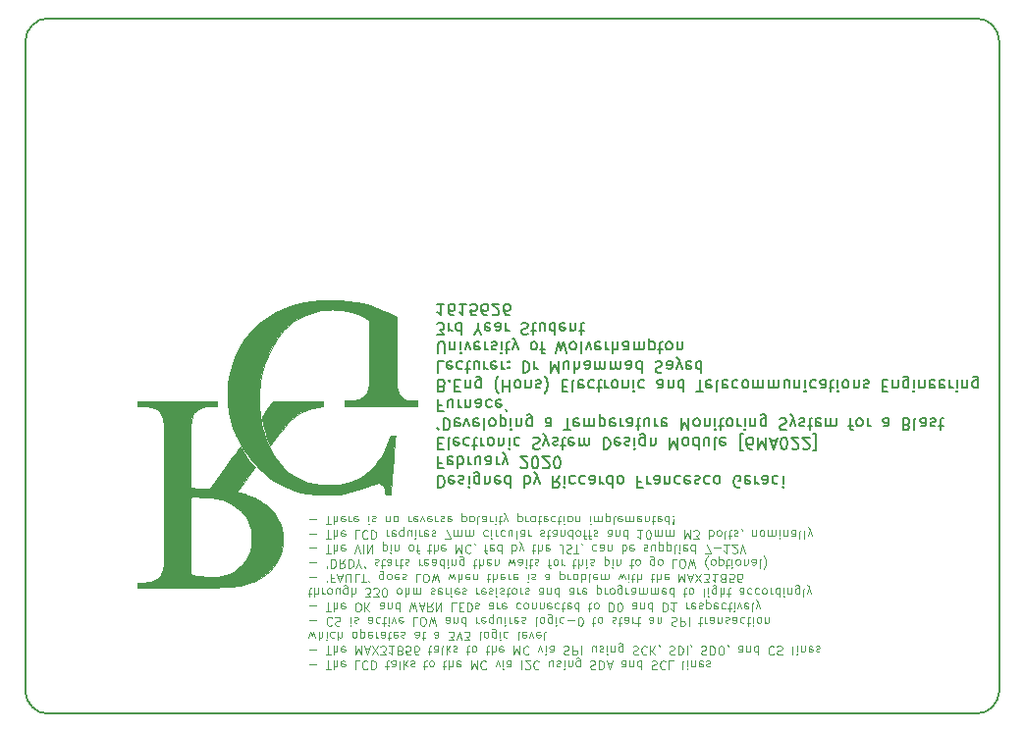
<source format=gbr>
%TF.GenerationSoftware,KiCad,Pcbnew,(5.0.0)*%
%TF.CreationDate,2020-02-27T17:20:47+00:00*%
%TF.ProjectId,Blast Furnace PCB,426C617374204675726E616365205043,rev?*%
%TF.SameCoordinates,Original*%
%TF.FileFunction,Legend,Bot*%
%TF.FilePolarity,Positive*%
%FSLAX46Y46*%
G04 Gerber Fmt 4.6, Leading zero omitted, Abs format (unit mm)*
G04 Created by KiCad (PCBNEW (5.0.0)) date 02/27/20 17:20:47*
%MOMM*%
%LPD*%
G01*
G04 APERTURE LIST*
%ADD10C,0.150000*%
%ADD11C,0.125000*%
%ADD12C,0.010000*%
G04 APERTURE END LIST*
D10*
X146085595Y-143972619D02*
X146085595Y-144972619D01*
X146323690Y-144972619D01*
X146466547Y-144925000D01*
X146561785Y-144829761D01*
X146609404Y-144734523D01*
X146657023Y-144544047D01*
X146657023Y-144401190D01*
X146609404Y-144210714D01*
X146561785Y-144115476D01*
X146466547Y-144020238D01*
X146323690Y-143972619D01*
X146085595Y-143972619D01*
X147466547Y-144020238D02*
X147371309Y-143972619D01*
X147180833Y-143972619D01*
X147085595Y-144020238D01*
X147037976Y-144115476D01*
X147037976Y-144496428D01*
X147085595Y-144591666D01*
X147180833Y-144639285D01*
X147371309Y-144639285D01*
X147466547Y-144591666D01*
X147514166Y-144496428D01*
X147514166Y-144401190D01*
X147037976Y-144305952D01*
X147895119Y-144020238D02*
X147990357Y-143972619D01*
X148180833Y-143972619D01*
X148276071Y-144020238D01*
X148323690Y-144115476D01*
X148323690Y-144163095D01*
X148276071Y-144258333D01*
X148180833Y-144305952D01*
X148037976Y-144305952D01*
X147942738Y-144353571D01*
X147895119Y-144448809D01*
X147895119Y-144496428D01*
X147942738Y-144591666D01*
X148037976Y-144639285D01*
X148180833Y-144639285D01*
X148276071Y-144591666D01*
X148752261Y-143972619D02*
X148752261Y-144639285D01*
X148752261Y-144972619D02*
X148704642Y-144925000D01*
X148752261Y-144877380D01*
X148799880Y-144925000D01*
X148752261Y-144972619D01*
X148752261Y-144877380D01*
X149657023Y-144639285D02*
X149657023Y-143829761D01*
X149609404Y-143734523D01*
X149561785Y-143686904D01*
X149466547Y-143639285D01*
X149323690Y-143639285D01*
X149228452Y-143686904D01*
X149657023Y-144020238D02*
X149561785Y-143972619D01*
X149371309Y-143972619D01*
X149276071Y-144020238D01*
X149228452Y-144067857D01*
X149180833Y-144163095D01*
X149180833Y-144448809D01*
X149228452Y-144544047D01*
X149276071Y-144591666D01*
X149371309Y-144639285D01*
X149561785Y-144639285D01*
X149657023Y-144591666D01*
X150133214Y-144639285D02*
X150133214Y-143972619D01*
X150133214Y-144544047D02*
X150180833Y-144591666D01*
X150276071Y-144639285D01*
X150418928Y-144639285D01*
X150514166Y-144591666D01*
X150561785Y-144496428D01*
X150561785Y-143972619D01*
X151418928Y-144020238D02*
X151323690Y-143972619D01*
X151133214Y-143972619D01*
X151037976Y-144020238D01*
X150990357Y-144115476D01*
X150990357Y-144496428D01*
X151037976Y-144591666D01*
X151133214Y-144639285D01*
X151323690Y-144639285D01*
X151418928Y-144591666D01*
X151466547Y-144496428D01*
X151466547Y-144401190D01*
X150990357Y-144305952D01*
X152323690Y-143972619D02*
X152323690Y-144972619D01*
X152323690Y-144020238D02*
X152228452Y-143972619D01*
X152037976Y-143972619D01*
X151942738Y-144020238D01*
X151895119Y-144067857D01*
X151847500Y-144163095D01*
X151847500Y-144448809D01*
X151895119Y-144544047D01*
X151942738Y-144591666D01*
X152037976Y-144639285D01*
X152228452Y-144639285D01*
X152323690Y-144591666D01*
X153561785Y-143972619D02*
X153561785Y-144972619D01*
X153561785Y-144591666D02*
X153657023Y-144639285D01*
X153847500Y-144639285D01*
X153942738Y-144591666D01*
X153990357Y-144544047D01*
X154037976Y-144448809D01*
X154037976Y-144163095D01*
X153990357Y-144067857D01*
X153942738Y-144020238D01*
X153847500Y-143972619D01*
X153657023Y-143972619D01*
X153561785Y-144020238D01*
X154371309Y-144639285D02*
X154609404Y-143972619D01*
X154847500Y-144639285D02*
X154609404Y-143972619D01*
X154514166Y-143734523D01*
X154466547Y-143686904D01*
X154371309Y-143639285D01*
X156561785Y-143972619D02*
X156228452Y-144448809D01*
X155990357Y-143972619D02*
X155990357Y-144972619D01*
X156371309Y-144972619D01*
X156466547Y-144925000D01*
X156514166Y-144877380D01*
X156561785Y-144782142D01*
X156561785Y-144639285D01*
X156514166Y-144544047D01*
X156466547Y-144496428D01*
X156371309Y-144448809D01*
X155990357Y-144448809D01*
X156990357Y-143972619D02*
X156990357Y-144639285D01*
X156990357Y-144972619D02*
X156942738Y-144925000D01*
X156990357Y-144877380D01*
X157037976Y-144925000D01*
X156990357Y-144972619D01*
X156990357Y-144877380D01*
X157895119Y-144020238D02*
X157799880Y-143972619D01*
X157609404Y-143972619D01*
X157514166Y-144020238D01*
X157466547Y-144067857D01*
X157418928Y-144163095D01*
X157418928Y-144448809D01*
X157466547Y-144544047D01*
X157514166Y-144591666D01*
X157609404Y-144639285D01*
X157799880Y-144639285D01*
X157895119Y-144591666D01*
X158752261Y-144020238D02*
X158657023Y-143972619D01*
X158466547Y-143972619D01*
X158371309Y-144020238D01*
X158323690Y-144067857D01*
X158276071Y-144163095D01*
X158276071Y-144448809D01*
X158323690Y-144544047D01*
X158371309Y-144591666D01*
X158466547Y-144639285D01*
X158657023Y-144639285D01*
X158752261Y-144591666D01*
X159609404Y-143972619D02*
X159609404Y-144496428D01*
X159561785Y-144591666D01*
X159466547Y-144639285D01*
X159276071Y-144639285D01*
X159180833Y-144591666D01*
X159609404Y-144020238D02*
X159514166Y-143972619D01*
X159276071Y-143972619D01*
X159180833Y-144020238D01*
X159133214Y-144115476D01*
X159133214Y-144210714D01*
X159180833Y-144305952D01*
X159276071Y-144353571D01*
X159514166Y-144353571D01*
X159609404Y-144401190D01*
X160085595Y-143972619D02*
X160085595Y-144639285D01*
X160085595Y-144448809D02*
X160133214Y-144544047D01*
X160180833Y-144591666D01*
X160276071Y-144639285D01*
X160371309Y-144639285D01*
X161133214Y-143972619D02*
X161133214Y-144972619D01*
X161133214Y-144020238D02*
X161037976Y-143972619D01*
X160847500Y-143972619D01*
X160752261Y-144020238D01*
X160704642Y-144067857D01*
X160657023Y-144163095D01*
X160657023Y-144448809D01*
X160704642Y-144544047D01*
X160752261Y-144591666D01*
X160847500Y-144639285D01*
X161037976Y-144639285D01*
X161133214Y-144591666D01*
X161752261Y-143972619D02*
X161657023Y-144020238D01*
X161609404Y-144067857D01*
X161561785Y-144163095D01*
X161561785Y-144448809D01*
X161609404Y-144544047D01*
X161657023Y-144591666D01*
X161752261Y-144639285D01*
X161895119Y-144639285D01*
X161990357Y-144591666D01*
X162037976Y-144544047D01*
X162085595Y-144448809D01*
X162085595Y-144163095D01*
X162037976Y-144067857D01*
X161990357Y-144020238D01*
X161895119Y-143972619D01*
X161752261Y-143972619D01*
X163609404Y-144496428D02*
X163276071Y-144496428D01*
X163276071Y-143972619D02*
X163276071Y-144972619D01*
X163752261Y-144972619D01*
X164133214Y-143972619D02*
X164133214Y-144639285D01*
X164133214Y-144448809D02*
X164180833Y-144544047D01*
X164228452Y-144591666D01*
X164323690Y-144639285D01*
X164418928Y-144639285D01*
X165180833Y-143972619D02*
X165180833Y-144496428D01*
X165133214Y-144591666D01*
X165037976Y-144639285D01*
X164847500Y-144639285D01*
X164752261Y-144591666D01*
X165180833Y-144020238D02*
X165085595Y-143972619D01*
X164847500Y-143972619D01*
X164752261Y-144020238D01*
X164704642Y-144115476D01*
X164704642Y-144210714D01*
X164752261Y-144305952D01*
X164847500Y-144353571D01*
X165085595Y-144353571D01*
X165180833Y-144401190D01*
X165657023Y-144639285D02*
X165657023Y-143972619D01*
X165657023Y-144544047D02*
X165704642Y-144591666D01*
X165799880Y-144639285D01*
X165942738Y-144639285D01*
X166037976Y-144591666D01*
X166085595Y-144496428D01*
X166085595Y-143972619D01*
X166990357Y-144020238D02*
X166895119Y-143972619D01*
X166704642Y-143972619D01*
X166609404Y-144020238D01*
X166561785Y-144067857D01*
X166514166Y-144163095D01*
X166514166Y-144448809D01*
X166561785Y-144544047D01*
X166609404Y-144591666D01*
X166704642Y-144639285D01*
X166895119Y-144639285D01*
X166990357Y-144591666D01*
X167799880Y-144020238D02*
X167704642Y-143972619D01*
X167514166Y-143972619D01*
X167418928Y-144020238D01*
X167371309Y-144115476D01*
X167371309Y-144496428D01*
X167418928Y-144591666D01*
X167514166Y-144639285D01*
X167704642Y-144639285D01*
X167799880Y-144591666D01*
X167847500Y-144496428D01*
X167847500Y-144401190D01*
X167371309Y-144305952D01*
X168228452Y-144020238D02*
X168323690Y-143972619D01*
X168514166Y-143972619D01*
X168609404Y-144020238D01*
X168657023Y-144115476D01*
X168657023Y-144163095D01*
X168609404Y-144258333D01*
X168514166Y-144305952D01*
X168371309Y-144305952D01*
X168276071Y-144353571D01*
X168228452Y-144448809D01*
X168228452Y-144496428D01*
X168276071Y-144591666D01*
X168371309Y-144639285D01*
X168514166Y-144639285D01*
X168609404Y-144591666D01*
X169514166Y-144020238D02*
X169418928Y-143972619D01*
X169228452Y-143972619D01*
X169133214Y-144020238D01*
X169085595Y-144067857D01*
X169037976Y-144163095D01*
X169037976Y-144448809D01*
X169085595Y-144544047D01*
X169133214Y-144591666D01*
X169228452Y-144639285D01*
X169418928Y-144639285D01*
X169514166Y-144591666D01*
X170085595Y-143972619D02*
X169990357Y-144020238D01*
X169942738Y-144067857D01*
X169895119Y-144163095D01*
X169895119Y-144448809D01*
X169942738Y-144544047D01*
X169990357Y-144591666D01*
X170085595Y-144639285D01*
X170228452Y-144639285D01*
X170323690Y-144591666D01*
X170371309Y-144544047D01*
X170418928Y-144448809D01*
X170418928Y-144163095D01*
X170371309Y-144067857D01*
X170323690Y-144020238D01*
X170228452Y-143972619D01*
X170085595Y-143972619D01*
X172133214Y-144925000D02*
X172037976Y-144972619D01*
X171895119Y-144972619D01*
X171752261Y-144925000D01*
X171657023Y-144829761D01*
X171609404Y-144734523D01*
X171561785Y-144544047D01*
X171561785Y-144401190D01*
X171609404Y-144210714D01*
X171657023Y-144115476D01*
X171752261Y-144020238D01*
X171895119Y-143972619D01*
X171990357Y-143972619D01*
X172133214Y-144020238D01*
X172180833Y-144067857D01*
X172180833Y-144401190D01*
X171990357Y-144401190D01*
X172990357Y-144020238D02*
X172895119Y-143972619D01*
X172704642Y-143972619D01*
X172609404Y-144020238D01*
X172561785Y-144115476D01*
X172561785Y-144496428D01*
X172609404Y-144591666D01*
X172704642Y-144639285D01*
X172895119Y-144639285D01*
X172990357Y-144591666D01*
X173037976Y-144496428D01*
X173037976Y-144401190D01*
X172561785Y-144305952D01*
X173466547Y-143972619D02*
X173466547Y-144639285D01*
X173466547Y-144448809D02*
X173514166Y-144544047D01*
X173561785Y-144591666D01*
X173657023Y-144639285D01*
X173752261Y-144639285D01*
X174514166Y-143972619D02*
X174514166Y-144496428D01*
X174466547Y-144591666D01*
X174371309Y-144639285D01*
X174180833Y-144639285D01*
X174085595Y-144591666D01*
X174514166Y-144020238D02*
X174418928Y-143972619D01*
X174180833Y-143972619D01*
X174085595Y-144020238D01*
X174037976Y-144115476D01*
X174037976Y-144210714D01*
X174085595Y-144305952D01*
X174180833Y-144353571D01*
X174418928Y-144353571D01*
X174514166Y-144401190D01*
X175418928Y-144020238D02*
X175323690Y-143972619D01*
X175133214Y-143972619D01*
X175037976Y-144020238D01*
X174990357Y-144067857D01*
X174942738Y-144163095D01*
X174942738Y-144448809D01*
X174990357Y-144544047D01*
X175037976Y-144591666D01*
X175133214Y-144639285D01*
X175323690Y-144639285D01*
X175418928Y-144591666D01*
X175847500Y-143972619D02*
X175847500Y-144639285D01*
X175847500Y-144972619D02*
X175799880Y-144925000D01*
X175847500Y-144877380D01*
X175895119Y-144925000D01*
X175847500Y-144972619D01*
X175847500Y-144877380D01*
X146418928Y-142846428D02*
X146085595Y-142846428D01*
X146085595Y-142322619D02*
X146085595Y-143322619D01*
X146561785Y-143322619D01*
X147323690Y-142370238D02*
X147228452Y-142322619D01*
X147037976Y-142322619D01*
X146942738Y-142370238D01*
X146895119Y-142465476D01*
X146895119Y-142846428D01*
X146942738Y-142941666D01*
X147037976Y-142989285D01*
X147228452Y-142989285D01*
X147323690Y-142941666D01*
X147371309Y-142846428D01*
X147371309Y-142751190D01*
X146895119Y-142655952D01*
X147799880Y-142322619D02*
X147799880Y-143322619D01*
X147799880Y-142941666D02*
X147895119Y-142989285D01*
X148085595Y-142989285D01*
X148180833Y-142941666D01*
X148228452Y-142894047D01*
X148276071Y-142798809D01*
X148276071Y-142513095D01*
X148228452Y-142417857D01*
X148180833Y-142370238D01*
X148085595Y-142322619D01*
X147895119Y-142322619D01*
X147799880Y-142370238D01*
X148704642Y-142322619D02*
X148704642Y-142989285D01*
X148704642Y-142798809D02*
X148752261Y-142894047D01*
X148799880Y-142941666D01*
X148895119Y-142989285D01*
X148990357Y-142989285D01*
X149752261Y-142989285D02*
X149752261Y-142322619D01*
X149323690Y-142989285D02*
X149323690Y-142465476D01*
X149371309Y-142370238D01*
X149466547Y-142322619D01*
X149609404Y-142322619D01*
X149704642Y-142370238D01*
X149752261Y-142417857D01*
X150657023Y-142322619D02*
X150657023Y-142846428D01*
X150609404Y-142941666D01*
X150514166Y-142989285D01*
X150323690Y-142989285D01*
X150228452Y-142941666D01*
X150657023Y-142370238D02*
X150561785Y-142322619D01*
X150323690Y-142322619D01*
X150228452Y-142370238D01*
X150180833Y-142465476D01*
X150180833Y-142560714D01*
X150228452Y-142655952D01*
X150323690Y-142703571D01*
X150561785Y-142703571D01*
X150657023Y-142751190D01*
X151133214Y-142322619D02*
X151133214Y-142989285D01*
X151133214Y-142798809D02*
X151180833Y-142894047D01*
X151228452Y-142941666D01*
X151323690Y-142989285D01*
X151418928Y-142989285D01*
X151657023Y-142989285D02*
X151895119Y-142322619D01*
X152133214Y-142989285D02*
X151895119Y-142322619D01*
X151799880Y-142084523D01*
X151752261Y-142036904D01*
X151657023Y-141989285D01*
X153228452Y-143227380D02*
X153276071Y-143275000D01*
X153371309Y-143322619D01*
X153609404Y-143322619D01*
X153704642Y-143275000D01*
X153752261Y-143227380D01*
X153799880Y-143132142D01*
X153799880Y-143036904D01*
X153752261Y-142894047D01*
X153180833Y-142322619D01*
X153799880Y-142322619D01*
X154418928Y-143322619D02*
X154514166Y-143322619D01*
X154609404Y-143275000D01*
X154657023Y-143227380D01*
X154704642Y-143132142D01*
X154752261Y-142941666D01*
X154752261Y-142703571D01*
X154704642Y-142513095D01*
X154657023Y-142417857D01*
X154609404Y-142370238D01*
X154514166Y-142322619D01*
X154418928Y-142322619D01*
X154323690Y-142370238D01*
X154276071Y-142417857D01*
X154228452Y-142513095D01*
X154180833Y-142703571D01*
X154180833Y-142941666D01*
X154228452Y-143132142D01*
X154276071Y-143227380D01*
X154323690Y-143275000D01*
X154418928Y-143322619D01*
X155133214Y-143227380D02*
X155180833Y-143275000D01*
X155276071Y-143322619D01*
X155514166Y-143322619D01*
X155609404Y-143275000D01*
X155657023Y-143227380D01*
X155704642Y-143132142D01*
X155704642Y-143036904D01*
X155657023Y-142894047D01*
X155085595Y-142322619D01*
X155704642Y-142322619D01*
X156323690Y-143322619D02*
X156418928Y-143322619D01*
X156514166Y-143275000D01*
X156561785Y-143227380D01*
X156609404Y-143132142D01*
X156657023Y-142941666D01*
X156657023Y-142703571D01*
X156609404Y-142513095D01*
X156561785Y-142417857D01*
X156514166Y-142370238D01*
X156418928Y-142322619D01*
X156323690Y-142322619D01*
X156228452Y-142370238D01*
X156180833Y-142417857D01*
X156133214Y-142513095D01*
X156085595Y-142703571D01*
X156085595Y-142941666D01*
X156133214Y-143132142D01*
X156180833Y-143227380D01*
X156228452Y-143275000D01*
X156323690Y-143322619D01*
X146085595Y-141196428D02*
X146418928Y-141196428D01*
X146561785Y-140672619D02*
X146085595Y-140672619D01*
X146085595Y-141672619D01*
X146561785Y-141672619D01*
X147133214Y-140672619D02*
X147037976Y-140720238D01*
X146990357Y-140815476D01*
X146990357Y-141672619D01*
X147895119Y-140720238D02*
X147799880Y-140672619D01*
X147609404Y-140672619D01*
X147514166Y-140720238D01*
X147466547Y-140815476D01*
X147466547Y-141196428D01*
X147514166Y-141291666D01*
X147609404Y-141339285D01*
X147799880Y-141339285D01*
X147895119Y-141291666D01*
X147942738Y-141196428D01*
X147942738Y-141101190D01*
X147466547Y-141005952D01*
X148799880Y-140720238D02*
X148704642Y-140672619D01*
X148514166Y-140672619D01*
X148418928Y-140720238D01*
X148371309Y-140767857D01*
X148323690Y-140863095D01*
X148323690Y-141148809D01*
X148371309Y-141244047D01*
X148418928Y-141291666D01*
X148514166Y-141339285D01*
X148704642Y-141339285D01*
X148799880Y-141291666D01*
X149085595Y-141339285D02*
X149466547Y-141339285D01*
X149228452Y-141672619D02*
X149228452Y-140815476D01*
X149276071Y-140720238D01*
X149371309Y-140672619D01*
X149466547Y-140672619D01*
X149799880Y-140672619D02*
X149799880Y-141339285D01*
X149799880Y-141148809D02*
X149847500Y-141244047D01*
X149895119Y-141291666D01*
X149990357Y-141339285D01*
X150085595Y-141339285D01*
X150561785Y-140672619D02*
X150466547Y-140720238D01*
X150418928Y-140767857D01*
X150371309Y-140863095D01*
X150371309Y-141148809D01*
X150418928Y-141244047D01*
X150466547Y-141291666D01*
X150561785Y-141339285D01*
X150704642Y-141339285D01*
X150799880Y-141291666D01*
X150847500Y-141244047D01*
X150895119Y-141148809D01*
X150895119Y-140863095D01*
X150847500Y-140767857D01*
X150799880Y-140720238D01*
X150704642Y-140672619D01*
X150561785Y-140672619D01*
X151323690Y-141339285D02*
X151323690Y-140672619D01*
X151323690Y-141244047D02*
X151371309Y-141291666D01*
X151466547Y-141339285D01*
X151609404Y-141339285D01*
X151704642Y-141291666D01*
X151752261Y-141196428D01*
X151752261Y-140672619D01*
X152228452Y-140672619D02*
X152228452Y-141339285D01*
X152228452Y-141672619D02*
X152180833Y-141625000D01*
X152228452Y-141577380D01*
X152276071Y-141625000D01*
X152228452Y-141672619D01*
X152228452Y-141577380D01*
X153133214Y-140720238D02*
X153037976Y-140672619D01*
X152847500Y-140672619D01*
X152752261Y-140720238D01*
X152704642Y-140767857D01*
X152657023Y-140863095D01*
X152657023Y-141148809D01*
X152704642Y-141244047D01*
X152752261Y-141291666D01*
X152847500Y-141339285D01*
X153037976Y-141339285D01*
X153133214Y-141291666D01*
X154276071Y-140720238D02*
X154418928Y-140672619D01*
X154657023Y-140672619D01*
X154752261Y-140720238D01*
X154799880Y-140767857D01*
X154847500Y-140863095D01*
X154847500Y-140958333D01*
X154799880Y-141053571D01*
X154752261Y-141101190D01*
X154657023Y-141148809D01*
X154466547Y-141196428D01*
X154371309Y-141244047D01*
X154323690Y-141291666D01*
X154276071Y-141386904D01*
X154276071Y-141482142D01*
X154323690Y-141577380D01*
X154371309Y-141625000D01*
X154466547Y-141672619D01*
X154704642Y-141672619D01*
X154847500Y-141625000D01*
X155180833Y-141339285D02*
X155418928Y-140672619D01*
X155657023Y-141339285D02*
X155418928Y-140672619D01*
X155323690Y-140434523D01*
X155276071Y-140386904D01*
X155180833Y-140339285D01*
X155990357Y-140720238D02*
X156085595Y-140672619D01*
X156276071Y-140672619D01*
X156371309Y-140720238D01*
X156418928Y-140815476D01*
X156418928Y-140863095D01*
X156371309Y-140958333D01*
X156276071Y-141005952D01*
X156133214Y-141005952D01*
X156037976Y-141053571D01*
X155990357Y-141148809D01*
X155990357Y-141196428D01*
X156037976Y-141291666D01*
X156133214Y-141339285D01*
X156276071Y-141339285D01*
X156371309Y-141291666D01*
X156704642Y-141339285D02*
X157085595Y-141339285D01*
X156847500Y-141672619D02*
X156847500Y-140815476D01*
X156895119Y-140720238D01*
X156990357Y-140672619D01*
X157085595Y-140672619D01*
X157799880Y-140720238D02*
X157704642Y-140672619D01*
X157514166Y-140672619D01*
X157418928Y-140720238D01*
X157371309Y-140815476D01*
X157371309Y-141196428D01*
X157418928Y-141291666D01*
X157514166Y-141339285D01*
X157704642Y-141339285D01*
X157799880Y-141291666D01*
X157847500Y-141196428D01*
X157847500Y-141101190D01*
X157371309Y-141005952D01*
X158276071Y-140672619D02*
X158276071Y-141339285D01*
X158276071Y-141244047D02*
X158323690Y-141291666D01*
X158418928Y-141339285D01*
X158561785Y-141339285D01*
X158657023Y-141291666D01*
X158704642Y-141196428D01*
X158704642Y-140672619D01*
X158704642Y-141196428D02*
X158752261Y-141291666D01*
X158847500Y-141339285D01*
X158990357Y-141339285D01*
X159085595Y-141291666D01*
X159133214Y-141196428D01*
X159133214Y-140672619D01*
X160371309Y-140672619D02*
X160371309Y-141672619D01*
X160609404Y-141672619D01*
X160752261Y-141625000D01*
X160847500Y-141529761D01*
X160895119Y-141434523D01*
X160942738Y-141244047D01*
X160942738Y-141101190D01*
X160895119Y-140910714D01*
X160847500Y-140815476D01*
X160752261Y-140720238D01*
X160609404Y-140672619D01*
X160371309Y-140672619D01*
X161752261Y-140720238D02*
X161657023Y-140672619D01*
X161466547Y-140672619D01*
X161371309Y-140720238D01*
X161323690Y-140815476D01*
X161323690Y-141196428D01*
X161371309Y-141291666D01*
X161466547Y-141339285D01*
X161657023Y-141339285D01*
X161752261Y-141291666D01*
X161799880Y-141196428D01*
X161799880Y-141101190D01*
X161323690Y-141005952D01*
X162180833Y-140720238D02*
X162276071Y-140672619D01*
X162466547Y-140672619D01*
X162561785Y-140720238D01*
X162609404Y-140815476D01*
X162609404Y-140863095D01*
X162561785Y-140958333D01*
X162466547Y-141005952D01*
X162323690Y-141005952D01*
X162228452Y-141053571D01*
X162180833Y-141148809D01*
X162180833Y-141196428D01*
X162228452Y-141291666D01*
X162323690Y-141339285D01*
X162466547Y-141339285D01*
X162561785Y-141291666D01*
X163037976Y-140672619D02*
X163037976Y-141339285D01*
X163037976Y-141672619D02*
X162990357Y-141625000D01*
X163037976Y-141577380D01*
X163085595Y-141625000D01*
X163037976Y-141672619D01*
X163037976Y-141577380D01*
X163942738Y-141339285D02*
X163942738Y-140529761D01*
X163895119Y-140434523D01*
X163847500Y-140386904D01*
X163752261Y-140339285D01*
X163609404Y-140339285D01*
X163514166Y-140386904D01*
X163942738Y-140720238D02*
X163847500Y-140672619D01*
X163657023Y-140672619D01*
X163561785Y-140720238D01*
X163514166Y-140767857D01*
X163466547Y-140863095D01*
X163466547Y-141148809D01*
X163514166Y-141244047D01*
X163561785Y-141291666D01*
X163657023Y-141339285D01*
X163847500Y-141339285D01*
X163942738Y-141291666D01*
X164418928Y-141339285D02*
X164418928Y-140672619D01*
X164418928Y-141244047D02*
X164466547Y-141291666D01*
X164561785Y-141339285D01*
X164704642Y-141339285D01*
X164799880Y-141291666D01*
X164847500Y-141196428D01*
X164847500Y-140672619D01*
X166085595Y-140672619D02*
X166085595Y-141672619D01*
X166418928Y-140958333D01*
X166752261Y-141672619D01*
X166752261Y-140672619D01*
X167371309Y-140672619D02*
X167276071Y-140720238D01*
X167228452Y-140767857D01*
X167180833Y-140863095D01*
X167180833Y-141148809D01*
X167228452Y-141244047D01*
X167276071Y-141291666D01*
X167371309Y-141339285D01*
X167514166Y-141339285D01*
X167609404Y-141291666D01*
X167657023Y-141244047D01*
X167704642Y-141148809D01*
X167704642Y-140863095D01*
X167657023Y-140767857D01*
X167609404Y-140720238D01*
X167514166Y-140672619D01*
X167371309Y-140672619D01*
X168561785Y-140672619D02*
X168561785Y-141672619D01*
X168561785Y-140720238D02*
X168466547Y-140672619D01*
X168276071Y-140672619D01*
X168180833Y-140720238D01*
X168133214Y-140767857D01*
X168085595Y-140863095D01*
X168085595Y-141148809D01*
X168133214Y-141244047D01*
X168180833Y-141291666D01*
X168276071Y-141339285D01*
X168466547Y-141339285D01*
X168561785Y-141291666D01*
X169466547Y-141339285D02*
X169466547Y-140672619D01*
X169037976Y-141339285D02*
X169037976Y-140815476D01*
X169085595Y-140720238D01*
X169180833Y-140672619D01*
X169323690Y-140672619D01*
X169418928Y-140720238D01*
X169466547Y-140767857D01*
X170085595Y-140672619D02*
X169990357Y-140720238D01*
X169942738Y-140815476D01*
X169942738Y-141672619D01*
X170847500Y-140720238D02*
X170752261Y-140672619D01*
X170561785Y-140672619D01*
X170466547Y-140720238D01*
X170418928Y-140815476D01*
X170418928Y-141196428D01*
X170466547Y-141291666D01*
X170561785Y-141339285D01*
X170752261Y-141339285D01*
X170847500Y-141291666D01*
X170895119Y-141196428D01*
X170895119Y-141101190D01*
X170418928Y-141005952D01*
X172371309Y-140339285D02*
X172133214Y-140339285D01*
X172133214Y-141767857D01*
X172371309Y-141767857D01*
X173180833Y-141672619D02*
X172990357Y-141672619D01*
X172895119Y-141625000D01*
X172847500Y-141577380D01*
X172752261Y-141434523D01*
X172704642Y-141244047D01*
X172704642Y-140863095D01*
X172752261Y-140767857D01*
X172799880Y-140720238D01*
X172895119Y-140672619D01*
X173085595Y-140672619D01*
X173180833Y-140720238D01*
X173228452Y-140767857D01*
X173276071Y-140863095D01*
X173276071Y-141101190D01*
X173228452Y-141196428D01*
X173180833Y-141244047D01*
X173085595Y-141291666D01*
X172895119Y-141291666D01*
X172799880Y-141244047D01*
X172752261Y-141196428D01*
X172704642Y-141101190D01*
X173704642Y-140672619D02*
X173704642Y-141672619D01*
X174037976Y-140958333D01*
X174371309Y-141672619D01*
X174371309Y-140672619D01*
X174799880Y-140958333D02*
X175276071Y-140958333D01*
X174704642Y-140672619D02*
X175037976Y-141672619D01*
X175371309Y-140672619D01*
X175895119Y-141672619D02*
X175990357Y-141672619D01*
X176085595Y-141625000D01*
X176133214Y-141577380D01*
X176180833Y-141482142D01*
X176228452Y-141291666D01*
X176228452Y-141053571D01*
X176180833Y-140863095D01*
X176133214Y-140767857D01*
X176085595Y-140720238D01*
X175990357Y-140672619D01*
X175895119Y-140672619D01*
X175799880Y-140720238D01*
X175752261Y-140767857D01*
X175704642Y-140863095D01*
X175657023Y-141053571D01*
X175657023Y-141291666D01*
X175704642Y-141482142D01*
X175752261Y-141577380D01*
X175799880Y-141625000D01*
X175895119Y-141672619D01*
X176609404Y-141577380D02*
X176657023Y-141625000D01*
X176752261Y-141672619D01*
X176990357Y-141672619D01*
X177085595Y-141625000D01*
X177133214Y-141577380D01*
X177180833Y-141482142D01*
X177180833Y-141386904D01*
X177133214Y-141244047D01*
X176561785Y-140672619D01*
X177180833Y-140672619D01*
X177561785Y-141577380D02*
X177609404Y-141625000D01*
X177704642Y-141672619D01*
X177942738Y-141672619D01*
X178037976Y-141625000D01*
X178085595Y-141577380D01*
X178133214Y-141482142D01*
X178133214Y-141386904D01*
X178085595Y-141244047D01*
X177514166Y-140672619D01*
X178133214Y-140672619D01*
X178466547Y-140339285D02*
X178704642Y-140339285D01*
X178704642Y-141767857D01*
X178466547Y-141767857D01*
X146133214Y-140022619D02*
X146037976Y-139832142D01*
X146561785Y-139022619D02*
X146561785Y-140022619D01*
X146799880Y-140022619D01*
X146942738Y-139975000D01*
X147037976Y-139879761D01*
X147085595Y-139784523D01*
X147133214Y-139594047D01*
X147133214Y-139451190D01*
X147085595Y-139260714D01*
X147037976Y-139165476D01*
X146942738Y-139070238D01*
X146799880Y-139022619D01*
X146561785Y-139022619D01*
X147942738Y-139070238D02*
X147847500Y-139022619D01*
X147657023Y-139022619D01*
X147561785Y-139070238D01*
X147514166Y-139165476D01*
X147514166Y-139546428D01*
X147561785Y-139641666D01*
X147657023Y-139689285D01*
X147847500Y-139689285D01*
X147942738Y-139641666D01*
X147990357Y-139546428D01*
X147990357Y-139451190D01*
X147514166Y-139355952D01*
X148323690Y-139689285D02*
X148561785Y-139022619D01*
X148799880Y-139689285D01*
X149561785Y-139070238D02*
X149466547Y-139022619D01*
X149276071Y-139022619D01*
X149180833Y-139070238D01*
X149133214Y-139165476D01*
X149133214Y-139546428D01*
X149180833Y-139641666D01*
X149276071Y-139689285D01*
X149466547Y-139689285D01*
X149561785Y-139641666D01*
X149609404Y-139546428D01*
X149609404Y-139451190D01*
X149133214Y-139355952D01*
X150180833Y-139022619D02*
X150085595Y-139070238D01*
X150037976Y-139165476D01*
X150037976Y-140022619D01*
X150704642Y-139022619D02*
X150609404Y-139070238D01*
X150561785Y-139117857D01*
X150514166Y-139213095D01*
X150514166Y-139498809D01*
X150561785Y-139594047D01*
X150609404Y-139641666D01*
X150704642Y-139689285D01*
X150847500Y-139689285D01*
X150942738Y-139641666D01*
X150990357Y-139594047D01*
X151037976Y-139498809D01*
X151037976Y-139213095D01*
X150990357Y-139117857D01*
X150942738Y-139070238D01*
X150847500Y-139022619D01*
X150704642Y-139022619D01*
X151466547Y-139689285D02*
X151466547Y-138689285D01*
X151466547Y-139641666D02*
X151561785Y-139689285D01*
X151752261Y-139689285D01*
X151847500Y-139641666D01*
X151895119Y-139594047D01*
X151942738Y-139498809D01*
X151942738Y-139213095D01*
X151895119Y-139117857D01*
X151847500Y-139070238D01*
X151752261Y-139022619D01*
X151561785Y-139022619D01*
X151466547Y-139070238D01*
X152371309Y-139022619D02*
X152371309Y-139689285D01*
X152371309Y-140022619D02*
X152323690Y-139975000D01*
X152371309Y-139927380D01*
X152418928Y-139975000D01*
X152371309Y-140022619D01*
X152371309Y-139927380D01*
X152847500Y-139689285D02*
X152847500Y-139022619D01*
X152847500Y-139594047D02*
X152895119Y-139641666D01*
X152990357Y-139689285D01*
X153133214Y-139689285D01*
X153228452Y-139641666D01*
X153276071Y-139546428D01*
X153276071Y-139022619D01*
X154180833Y-139689285D02*
X154180833Y-138879761D01*
X154133214Y-138784523D01*
X154085595Y-138736904D01*
X153990357Y-138689285D01*
X153847500Y-138689285D01*
X153752261Y-138736904D01*
X154180833Y-139070238D02*
X154085595Y-139022619D01*
X153895119Y-139022619D01*
X153799880Y-139070238D01*
X153752261Y-139117857D01*
X153704642Y-139213095D01*
X153704642Y-139498809D01*
X153752261Y-139594047D01*
X153799880Y-139641666D01*
X153895119Y-139689285D01*
X154085595Y-139689285D01*
X154180833Y-139641666D01*
X155847500Y-139022619D02*
X155847500Y-139546428D01*
X155799880Y-139641666D01*
X155704642Y-139689285D01*
X155514166Y-139689285D01*
X155418928Y-139641666D01*
X155847500Y-139070238D02*
X155752261Y-139022619D01*
X155514166Y-139022619D01*
X155418928Y-139070238D01*
X155371309Y-139165476D01*
X155371309Y-139260714D01*
X155418928Y-139355952D01*
X155514166Y-139403571D01*
X155752261Y-139403571D01*
X155847500Y-139451190D01*
X156942738Y-140022619D02*
X157514166Y-140022619D01*
X157228452Y-139022619D02*
X157228452Y-140022619D01*
X158228452Y-139070238D02*
X158133214Y-139022619D01*
X157942738Y-139022619D01*
X157847500Y-139070238D01*
X157799880Y-139165476D01*
X157799880Y-139546428D01*
X157847500Y-139641666D01*
X157942738Y-139689285D01*
X158133214Y-139689285D01*
X158228452Y-139641666D01*
X158276071Y-139546428D01*
X158276071Y-139451190D01*
X157799880Y-139355952D01*
X158704642Y-139022619D02*
X158704642Y-139689285D01*
X158704642Y-139594047D02*
X158752261Y-139641666D01*
X158847500Y-139689285D01*
X158990357Y-139689285D01*
X159085595Y-139641666D01*
X159133214Y-139546428D01*
X159133214Y-139022619D01*
X159133214Y-139546428D02*
X159180833Y-139641666D01*
X159276071Y-139689285D01*
X159418928Y-139689285D01*
X159514166Y-139641666D01*
X159561785Y-139546428D01*
X159561785Y-139022619D01*
X160037976Y-139689285D02*
X160037976Y-138689285D01*
X160037976Y-139641666D02*
X160133214Y-139689285D01*
X160323690Y-139689285D01*
X160418928Y-139641666D01*
X160466547Y-139594047D01*
X160514166Y-139498809D01*
X160514166Y-139213095D01*
X160466547Y-139117857D01*
X160418928Y-139070238D01*
X160323690Y-139022619D01*
X160133214Y-139022619D01*
X160037976Y-139070238D01*
X161323690Y-139070238D02*
X161228452Y-139022619D01*
X161037976Y-139022619D01*
X160942738Y-139070238D01*
X160895119Y-139165476D01*
X160895119Y-139546428D01*
X160942738Y-139641666D01*
X161037976Y-139689285D01*
X161228452Y-139689285D01*
X161323690Y-139641666D01*
X161371309Y-139546428D01*
X161371309Y-139451190D01*
X160895119Y-139355952D01*
X161799880Y-139022619D02*
X161799880Y-139689285D01*
X161799880Y-139498809D02*
X161847500Y-139594047D01*
X161895119Y-139641666D01*
X161990357Y-139689285D01*
X162085595Y-139689285D01*
X162847500Y-139022619D02*
X162847500Y-139546428D01*
X162799880Y-139641666D01*
X162704642Y-139689285D01*
X162514166Y-139689285D01*
X162418928Y-139641666D01*
X162847500Y-139070238D02*
X162752261Y-139022619D01*
X162514166Y-139022619D01*
X162418928Y-139070238D01*
X162371309Y-139165476D01*
X162371309Y-139260714D01*
X162418928Y-139355952D01*
X162514166Y-139403571D01*
X162752261Y-139403571D01*
X162847500Y-139451190D01*
X163180833Y-139689285D02*
X163561785Y-139689285D01*
X163323690Y-140022619D02*
X163323690Y-139165476D01*
X163371309Y-139070238D01*
X163466547Y-139022619D01*
X163561785Y-139022619D01*
X164323690Y-139689285D02*
X164323690Y-139022619D01*
X163895119Y-139689285D02*
X163895119Y-139165476D01*
X163942738Y-139070238D01*
X164037976Y-139022619D01*
X164180833Y-139022619D01*
X164276071Y-139070238D01*
X164323690Y-139117857D01*
X164799880Y-139022619D02*
X164799880Y-139689285D01*
X164799880Y-139498809D02*
X164847500Y-139594047D01*
X164895119Y-139641666D01*
X164990357Y-139689285D01*
X165085595Y-139689285D01*
X165799880Y-139070238D02*
X165704642Y-139022619D01*
X165514166Y-139022619D01*
X165418928Y-139070238D01*
X165371309Y-139165476D01*
X165371309Y-139546428D01*
X165418928Y-139641666D01*
X165514166Y-139689285D01*
X165704642Y-139689285D01*
X165799880Y-139641666D01*
X165847500Y-139546428D01*
X165847500Y-139451190D01*
X165371309Y-139355952D01*
X167037976Y-139022619D02*
X167037976Y-140022619D01*
X167371309Y-139308333D01*
X167704642Y-140022619D01*
X167704642Y-139022619D01*
X168323690Y-139022619D02*
X168228452Y-139070238D01*
X168180833Y-139117857D01*
X168133214Y-139213095D01*
X168133214Y-139498809D01*
X168180833Y-139594047D01*
X168228452Y-139641666D01*
X168323690Y-139689285D01*
X168466547Y-139689285D01*
X168561785Y-139641666D01*
X168609404Y-139594047D01*
X168657023Y-139498809D01*
X168657023Y-139213095D01*
X168609404Y-139117857D01*
X168561785Y-139070238D01*
X168466547Y-139022619D01*
X168323690Y-139022619D01*
X169085595Y-139689285D02*
X169085595Y-139022619D01*
X169085595Y-139594047D02*
X169133214Y-139641666D01*
X169228452Y-139689285D01*
X169371309Y-139689285D01*
X169466547Y-139641666D01*
X169514166Y-139546428D01*
X169514166Y-139022619D01*
X169990357Y-139022619D02*
X169990357Y-139689285D01*
X169990357Y-140022619D02*
X169942738Y-139975000D01*
X169990357Y-139927380D01*
X170037976Y-139975000D01*
X169990357Y-140022619D01*
X169990357Y-139927380D01*
X170323690Y-139689285D02*
X170704642Y-139689285D01*
X170466547Y-140022619D02*
X170466547Y-139165476D01*
X170514166Y-139070238D01*
X170609404Y-139022619D01*
X170704642Y-139022619D01*
X171180833Y-139022619D02*
X171085595Y-139070238D01*
X171037976Y-139117857D01*
X170990357Y-139213095D01*
X170990357Y-139498809D01*
X171037976Y-139594047D01*
X171085595Y-139641666D01*
X171180833Y-139689285D01*
X171323690Y-139689285D01*
X171418928Y-139641666D01*
X171466547Y-139594047D01*
X171514166Y-139498809D01*
X171514166Y-139213095D01*
X171466547Y-139117857D01*
X171418928Y-139070238D01*
X171323690Y-139022619D01*
X171180833Y-139022619D01*
X171942738Y-139022619D02*
X171942738Y-139689285D01*
X171942738Y-139498809D02*
X171990357Y-139594047D01*
X172037976Y-139641666D01*
X172133214Y-139689285D01*
X172228452Y-139689285D01*
X172561785Y-139022619D02*
X172561785Y-139689285D01*
X172561785Y-140022619D02*
X172514166Y-139975000D01*
X172561785Y-139927380D01*
X172609404Y-139975000D01*
X172561785Y-140022619D01*
X172561785Y-139927380D01*
X173037976Y-139689285D02*
X173037976Y-139022619D01*
X173037976Y-139594047D02*
X173085595Y-139641666D01*
X173180833Y-139689285D01*
X173323690Y-139689285D01*
X173418928Y-139641666D01*
X173466547Y-139546428D01*
X173466547Y-139022619D01*
X174371309Y-139689285D02*
X174371309Y-138879761D01*
X174323690Y-138784523D01*
X174276071Y-138736904D01*
X174180833Y-138689285D01*
X174037976Y-138689285D01*
X173942738Y-138736904D01*
X174371309Y-139070238D02*
X174276071Y-139022619D01*
X174085595Y-139022619D01*
X173990357Y-139070238D01*
X173942738Y-139117857D01*
X173895119Y-139213095D01*
X173895119Y-139498809D01*
X173942738Y-139594047D01*
X173990357Y-139641666D01*
X174085595Y-139689285D01*
X174276071Y-139689285D01*
X174371309Y-139641666D01*
X175561785Y-139070238D02*
X175704642Y-139022619D01*
X175942738Y-139022619D01*
X176037976Y-139070238D01*
X176085595Y-139117857D01*
X176133214Y-139213095D01*
X176133214Y-139308333D01*
X176085595Y-139403571D01*
X176037976Y-139451190D01*
X175942738Y-139498809D01*
X175752261Y-139546428D01*
X175657023Y-139594047D01*
X175609404Y-139641666D01*
X175561785Y-139736904D01*
X175561785Y-139832142D01*
X175609404Y-139927380D01*
X175657023Y-139975000D01*
X175752261Y-140022619D01*
X175990357Y-140022619D01*
X176133214Y-139975000D01*
X176466547Y-139689285D02*
X176704642Y-139022619D01*
X176942738Y-139689285D02*
X176704642Y-139022619D01*
X176609404Y-138784523D01*
X176561785Y-138736904D01*
X176466547Y-138689285D01*
X177276071Y-139070238D02*
X177371309Y-139022619D01*
X177561785Y-139022619D01*
X177657023Y-139070238D01*
X177704642Y-139165476D01*
X177704642Y-139213095D01*
X177657023Y-139308333D01*
X177561785Y-139355952D01*
X177418928Y-139355952D01*
X177323690Y-139403571D01*
X177276071Y-139498809D01*
X177276071Y-139546428D01*
X177323690Y-139641666D01*
X177418928Y-139689285D01*
X177561785Y-139689285D01*
X177657023Y-139641666D01*
X177990357Y-139689285D02*
X178371309Y-139689285D01*
X178133214Y-140022619D02*
X178133214Y-139165476D01*
X178180833Y-139070238D01*
X178276071Y-139022619D01*
X178371309Y-139022619D01*
X179085595Y-139070238D02*
X178990357Y-139022619D01*
X178799880Y-139022619D01*
X178704642Y-139070238D01*
X178657023Y-139165476D01*
X178657023Y-139546428D01*
X178704642Y-139641666D01*
X178799880Y-139689285D01*
X178990357Y-139689285D01*
X179085595Y-139641666D01*
X179133214Y-139546428D01*
X179133214Y-139451190D01*
X178657023Y-139355952D01*
X179561785Y-139022619D02*
X179561785Y-139689285D01*
X179561785Y-139594047D02*
X179609404Y-139641666D01*
X179704642Y-139689285D01*
X179847499Y-139689285D01*
X179942738Y-139641666D01*
X179990357Y-139546428D01*
X179990357Y-139022619D01*
X179990357Y-139546428D02*
X180037976Y-139641666D01*
X180133214Y-139689285D01*
X180276071Y-139689285D01*
X180371309Y-139641666D01*
X180418928Y-139546428D01*
X180418928Y-139022619D01*
X181514166Y-139689285D02*
X181895119Y-139689285D01*
X181657023Y-139022619D02*
X181657023Y-139879761D01*
X181704642Y-139975000D01*
X181799880Y-140022619D01*
X181895119Y-140022619D01*
X182371309Y-139022619D02*
X182276071Y-139070238D01*
X182228452Y-139117857D01*
X182180833Y-139213095D01*
X182180833Y-139498809D01*
X182228452Y-139594047D01*
X182276071Y-139641666D01*
X182371309Y-139689285D01*
X182514166Y-139689285D01*
X182609404Y-139641666D01*
X182657023Y-139594047D01*
X182704642Y-139498809D01*
X182704642Y-139213095D01*
X182657023Y-139117857D01*
X182609404Y-139070238D01*
X182514166Y-139022619D01*
X182371309Y-139022619D01*
X183133214Y-139022619D02*
X183133214Y-139689285D01*
X183133214Y-139498809D02*
X183180833Y-139594047D01*
X183228452Y-139641666D01*
X183323690Y-139689285D01*
X183418928Y-139689285D01*
X184942738Y-139022619D02*
X184942738Y-139546428D01*
X184895119Y-139641666D01*
X184799880Y-139689285D01*
X184609404Y-139689285D01*
X184514166Y-139641666D01*
X184942738Y-139070238D02*
X184847499Y-139022619D01*
X184609404Y-139022619D01*
X184514166Y-139070238D01*
X184466547Y-139165476D01*
X184466547Y-139260714D01*
X184514166Y-139355952D01*
X184609404Y-139403571D01*
X184847499Y-139403571D01*
X184942738Y-139451190D01*
X186514166Y-139546428D02*
X186657023Y-139498809D01*
X186704642Y-139451190D01*
X186752261Y-139355952D01*
X186752261Y-139213095D01*
X186704642Y-139117857D01*
X186657023Y-139070238D01*
X186561785Y-139022619D01*
X186180833Y-139022619D01*
X186180833Y-140022619D01*
X186514166Y-140022619D01*
X186609404Y-139975000D01*
X186657023Y-139927380D01*
X186704642Y-139832142D01*
X186704642Y-139736904D01*
X186657023Y-139641666D01*
X186609404Y-139594047D01*
X186514166Y-139546428D01*
X186180833Y-139546428D01*
X187323690Y-139022619D02*
X187228452Y-139070238D01*
X187180833Y-139165476D01*
X187180833Y-140022619D01*
X188133214Y-139022619D02*
X188133214Y-139546428D01*
X188085595Y-139641666D01*
X187990357Y-139689285D01*
X187799880Y-139689285D01*
X187704642Y-139641666D01*
X188133214Y-139070238D02*
X188037976Y-139022619D01*
X187799880Y-139022619D01*
X187704642Y-139070238D01*
X187657023Y-139165476D01*
X187657023Y-139260714D01*
X187704642Y-139355952D01*
X187799880Y-139403571D01*
X188037976Y-139403571D01*
X188133214Y-139451190D01*
X188561785Y-139070238D02*
X188657023Y-139022619D01*
X188847499Y-139022619D01*
X188942738Y-139070238D01*
X188990357Y-139165476D01*
X188990357Y-139213095D01*
X188942738Y-139308333D01*
X188847499Y-139355952D01*
X188704642Y-139355952D01*
X188609404Y-139403571D01*
X188561785Y-139498809D01*
X188561785Y-139546428D01*
X188609404Y-139641666D01*
X188704642Y-139689285D01*
X188847499Y-139689285D01*
X188942738Y-139641666D01*
X189276071Y-139689285D02*
X189657023Y-139689285D01*
X189418928Y-140022619D02*
X189418928Y-139165476D01*
X189466547Y-139070238D01*
X189561785Y-139022619D01*
X189657023Y-139022619D01*
X146418928Y-137896428D02*
X146085595Y-137896428D01*
X146085595Y-137372619D02*
X146085595Y-138372619D01*
X146561785Y-138372619D01*
X147371309Y-138039285D02*
X147371309Y-137372619D01*
X146942738Y-138039285D02*
X146942738Y-137515476D01*
X146990357Y-137420238D01*
X147085595Y-137372619D01*
X147228452Y-137372619D01*
X147323690Y-137420238D01*
X147371309Y-137467857D01*
X147847500Y-137372619D02*
X147847500Y-138039285D01*
X147847500Y-137848809D02*
X147895119Y-137944047D01*
X147942738Y-137991666D01*
X148037976Y-138039285D01*
X148133214Y-138039285D01*
X148466547Y-138039285D02*
X148466547Y-137372619D01*
X148466547Y-137944047D02*
X148514166Y-137991666D01*
X148609404Y-138039285D01*
X148752261Y-138039285D01*
X148847500Y-137991666D01*
X148895119Y-137896428D01*
X148895119Y-137372619D01*
X149799880Y-137372619D02*
X149799880Y-137896428D01*
X149752261Y-137991666D01*
X149657023Y-138039285D01*
X149466547Y-138039285D01*
X149371309Y-137991666D01*
X149799880Y-137420238D02*
X149704642Y-137372619D01*
X149466547Y-137372619D01*
X149371309Y-137420238D01*
X149323690Y-137515476D01*
X149323690Y-137610714D01*
X149371309Y-137705952D01*
X149466547Y-137753571D01*
X149704642Y-137753571D01*
X149799880Y-137801190D01*
X150704642Y-137420238D02*
X150609404Y-137372619D01*
X150418928Y-137372619D01*
X150323690Y-137420238D01*
X150276071Y-137467857D01*
X150228452Y-137563095D01*
X150228452Y-137848809D01*
X150276071Y-137944047D01*
X150323690Y-137991666D01*
X150418928Y-138039285D01*
X150609404Y-138039285D01*
X150704642Y-137991666D01*
X151514166Y-137420238D02*
X151418928Y-137372619D01*
X151228452Y-137372619D01*
X151133214Y-137420238D01*
X151085595Y-137515476D01*
X151085595Y-137896428D01*
X151133214Y-137991666D01*
X151228452Y-138039285D01*
X151418928Y-138039285D01*
X151514166Y-137991666D01*
X151561785Y-137896428D01*
X151561785Y-137801190D01*
X151085595Y-137705952D01*
X152037976Y-138372619D02*
X151942738Y-138182142D01*
X146418928Y-136246428D02*
X146561785Y-136198809D01*
X146609404Y-136151190D01*
X146657023Y-136055952D01*
X146657023Y-135913095D01*
X146609404Y-135817857D01*
X146561785Y-135770238D01*
X146466547Y-135722619D01*
X146085595Y-135722619D01*
X146085595Y-136722619D01*
X146418928Y-136722619D01*
X146514166Y-136675000D01*
X146561785Y-136627380D01*
X146609404Y-136532142D01*
X146609404Y-136436904D01*
X146561785Y-136341666D01*
X146514166Y-136294047D01*
X146418928Y-136246428D01*
X146085595Y-136246428D01*
X147085595Y-135817857D02*
X147133214Y-135770238D01*
X147085595Y-135722619D01*
X147037976Y-135770238D01*
X147085595Y-135817857D01*
X147085595Y-135722619D01*
X147561785Y-136246428D02*
X147895119Y-136246428D01*
X148037976Y-135722619D02*
X147561785Y-135722619D01*
X147561785Y-136722619D01*
X148037976Y-136722619D01*
X148466547Y-136389285D02*
X148466547Y-135722619D01*
X148466547Y-136294047D02*
X148514166Y-136341666D01*
X148609404Y-136389285D01*
X148752261Y-136389285D01*
X148847500Y-136341666D01*
X148895119Y-136246428D01*
X148895119Y-135722619D01*
X149799880Y-136389285D02*
X149799880Y-135579761D01*
X149752261Y-135484523D01*
X149704642Y-135436904D01*
X149609404Y-135389285D01*
X149466547Y-135389285D01*
X149371309Y-135436904D01*
X149799880Y-135770238D02*
X149704642Y-135722619D01*
X149514166Y-135722619D01*
X149418928Y-135770238D01*
X149371309Y-135817857D01*
X149323690Y-135913095D01*
X149323690Y-136198809D01*
X149371309Y-136294047D01*
X149418928Y-136341666D01*
X149514166Y-136389285D01*
X149704642Y-136389285D01*
X149799880Y-136341666D01*
X151323690Y-135341666D02*
X151276071Y-135389285D01*
X151180833Y-135532142D01*
X151133214Y-135627380D01*
X151085595Y-135770238D01*
X151037976Y-136008333D01*
X151037976Y-136198809D01*
X151085595Y-136436904D01*
X151133214Y-136579761D01*
X151180833Y-136675000D01*
X151276071Y-136817857D01*
X151323690Y-136865476D01*
X151704642Y-135722619D02*
X151704642Y-136722619D01*
X151704642Y-136246428D02*
X152276071Y-136246428D01*
X152276071Y-135722619D02*
X152276071Y-136722619D01*
X152895119Y-135722619D02*
X152799880Y-135770238D01*
X152752261Y-135817857D01*
X152704642Y-135913095D01*
X152704642Y-136198809D01*
X152752261Y-136294047D01*
X152799880Y-136341666D01*
X152895119Y-136389285D01*
X153037976Y-136389285D01*
X153133214Y-136341666D01*
X153180833Y-136294047D01*
X153228452Y-136198809D01*
X153228452Y-135913095D01*
X153180833Y-135817857D01*
X153133214Y-135770238D01*
X153037976Y-135722619D01*
X152895119Y-135722619D01*
X153657023Y-136389285D02*
X153657023Y-135722619D01*
X153657023Y-136294047D02*
X153704642Y-136341666D01*
X153799880Y-136389285D01*
X153942738Y-136389285D01*
X154037976Y-136341666D01*
X154085595Y-136246428D01*
X154085595Y-135722619D01*
X154514166Y-135770238D02*
X154609404Y-135722619D01*
X154799880Y-135722619D01*
X154895119Y-135770238D01*
X154942738Y-135865476D01*
X154942738Y-135913095D01*
X154895119Y-136008333D01*
X154799880Y-136055952D01*
X154657023Y-136055952D01*
X154561785Y-136103571D01*
X154514166Y-136198809D01*
X154514166Y-136246428D01*
X154561785Y-136341666D01*
X154657023Y-136389285D01*
X154799880Y-136389285D01*
X154895119Y-136341666D01*
X155276071Y-135341666D02*
X155323690Y-135389285D01*
X155418928Y-135532142D01*
X155466547Y-135627380D01*
X155514166Y-135770238D01*
X155561785Y-136008333D01*
X155561785Y-136198809D01*
X155514166Y-136436904D01*
X155466547Y-136579761D01*
X155418928Y-136675000D01*
X155323690Y-136817857D01*
X155276071Y-136865476D01*
X156799880Y-136246428D02*
X157133214Y-136246428D01*
X157276071Y-135722619D02*
X156799880Y-135722619D01*
X156799880Y-136722619D01*
X157276071Y-136722619D01*
X157847500Y-135722619D02*
X157752261Y-135770238D01*
X157704642Y-135865476D01*
X157704642Y-136722619D01*
X158609404Y-135770238D02*
X158514166Y-135722619D01*
X158323690Y-135722619D01*
X158228452Y-135770238D01*
X158180833Y-135865476D01*
X158180833Y-136246428D01*
X158228452Y-136341666D01*
X158323690Y-136389285D01*
X158514166Y-136389285D01*
X158609404Y-136341666D01*
X158657023Y-136246428D01*
X158657023Y-136151190D01*
X158180833Y-136055952D01*
X159514166Y-135770238D02*
X159418928Y-135722619D01*
X159228452Y-135722619D01*
X159133214Y-135770238D01*
X159085595Y-135817857D01*
X159037976Y-135913095D01*
X159037976Y-136198809D01*
X159085595Y-136294047D01*
X159133214Y-136341666D01*
X159228452Y-136389285D01*
X159418928Y-136389285D01*
X159514166Y-136341666D01*
X159799880Y-136389285D02*
X160180833Y-136389285D01*
X159942738Y-136722619D02*
X159942738Y-135865476D01*
X159990357Y-135770238D01*
X160085595Y-135722619D01*
X160180833Y-135722619D01*
X160514166Y-135722619D02*
X160514166Y-136389285D01*
X160514166Y-136198809D02*
X160561785Y-136294047D01*
X160609404Y-136341666D01*
X160704642Y-136389285D01*
X160799880Y-136389285D01*
X161276071Y-135722619D02*
X161180833Y-135770238D01*
X161133214Y-135817857D01*
X161085595Y-135913095D01*
X161085595Y-136198809D01*
X161133214Y-136294047D01*
X161180833Y-136341666D01*
X161276071Y-136389285D01*
X161418928Y-136389285D01*
X161514166Y-136341666D01*
X161561785Y-136294047D01*
X161609404Y-136198809D01*
X161609404Y-135913095D01*
X161561785Y-135817857D01*
X161514166Y-135770238D01*
X161418928Y-135722619D01*
X161276071Y-135722619D01*
X162037976Y-136389285D02*
X162037976Y-135722619D01*
X162037976Y-136294047D02*
X162085595Y-136341666D01*
X162180833Y-136389285D01*
X162323690Y-136389285D01*
X162418928Y-136341666D01*
X162466547Y-136246428D01*
X162466547Y-135722619D01*
X162942738Y-135722619D02*
X162942738Y-136389285D01*
X162942738Y-136722619D02*
X162895119Y-136675000D01*
X162942738Y-136627380D01*
X162990357Y-136675000D01*
X162942738Y-136722619D01*
X162942738Y-136627380D01*
X163847500Y-135770238D02*
X163752261Y-135722619D01*
X163561785Y-135722619D01*
X163466547Y-135770238D01*
X163418928Y-135817857D01*
X163371309Y-135913095D01*
X163371309Y-136198809D01*
X163418928Y-136294047D01*
X163466547Y-136341666D01*
X163561785Y-136389285D01*
X163752261Y-136389285D01*
X163847500Y-136341666D01*
X165466547Y-135722619D02*
X165466547Y-136246428D01*
X165418928Y-136341666D01*
X165323690Y-136389285D01*
X165133214Y-136389285D01*
X165037976Y-136341666D01*
X165466547Y-135770238D02*
X165371309Y-135722619D01*
X165133214Y-135722619D01*
X165037976Y-135770238D01*
X164990357Y-135865476D01*
X164990357Y-135960714D01*
X165037976Y-136055952D01*
X165133214Y-136103571D01*
X165371309Y-136103571D01*
X165466547Y-136151190D01*
X165942738Y-136389285D02*
X165942738Y-135722619D01*
X165942738Y-136294047D02*
X165990357Y-136341666D01*
X166085595Y-136389285D01*
X166228452Y-136389285D01*
X166323690Y-136341666D01*
X166371309Y-136246428D01*
X166371309Y-135722619D01*
X167276071Y-135722619D02*
X167276071Y-136722619D01*
X167276071Y-135770238D02*
X167180833Y-135722619D01*
X166990357Y-135722619D01*
X166895119Y-135770238D01*
X166847500Y-135817857D01*
X166799880Y-135913095D01*
X166799880Y-136198809D01*
X166847500Y-136294047D01*
X166895119Y-136341666D01*
X166990357Y-136389285D01*
X167180833Y-136389285D01*
X167276071Y-136341666D01*
X168371309Y-136722619D02*
X168942738Y-136722619D01*
X168657023Y-135722619D02*
X168657023Y-136722619D01*
X169657023Y-135770238D02*
X169561785Y-135722619D01*
X169371309Y-135722619D01*
X169276071Y-135770238D01*
X169228452Y-135865476D01*
X169228452Y-136246428D01*
X169276071Y-136341666D01*
X169371309Y-136389285D01*
X169561785Y-136389285D01*
X169657023Y-136341666D01*
X169704642Y-136246428D01*
X169704642Y-136151190D01*
X169228452Y-136055952D01*
X170276071Y-135722619D02*
X170180833Y-135770238D01*
X170133214Y-135865476D01*
X170133214Y-136722619D01*
X171037976Y-135770238D02*
X170942738Y-135722619D01*
X170752261Y-135722619D01*
X170657023Y-135770238D01*
X170609404Y-135865476D01*
X170609404Y-136246428D01*
X170657023Y-136341666D01*
X170752261Y-136389285D01*
X170942738Y-136389285D01*
X171037976Y-136341666D01*
X171085595Y-136246428D01*
X171085595Y-136151190D01*
X170609404Y-136055952D01*
X171942738Y-135770238D02*
X171847499Y-135722619D01*
X171657023Y-135722619D01*
X171561785Y-135770238D01*
X171514166Y-135817857D01*
X171466547Y-135913095D01*
X171466547Y-136198809D01*
X171514166Y-136294047D01*
X171561785Y-136341666D01*
X171657023Y-136389285D01*
X171847499Y-136389285D01*
X171942738Y-136341666D01*
X172514166Y-135722619D02*
X172418928Y-135770238D01*
X172371309Y-135817857D01*
X172323690Y-135913095D01*
X172323690Y-136198809D01*
X172371309Y-136294047D01*
X172418928Y-136341666D01*
X172514166Y-136389285D01*
X172657023Y-136389285D01*
X172752261Y-136341666D01*
X172799880Y-136294047D01*
X172847499Y-136198809D01*
X172847499Y-135913095D01*
X172799880Y-135817857D01*
X172752261Y-135770238D01*
X172657023Y-135722619D01*
X172514166Y-135722619D01*
X173276071Y-135722619D02*
X173276071Y-136389285D01*
X173276071Y-136294047D02*
X173323690Y-136341666D01*
X173418928Y-136389285D01*
X173561785Y-136389285D01*
X173657023Y-136341666D01*
X173704642Y-136246428D01*
X173704642Y-135722619D01*
X173704642Y-136246428D02*
X173752261Y-136341666D01*
X173847499Y-136389285D01*
X173990357Y-136389285D01*
X174085595Y-136341666D01*
X174133214Y-136246428D01*
X174133214Y-135722619D01*
X174609404Y-135722619D02*
X174609404Y-136389285D01*
X174609404Y-136294047D02*
X174657023Y-136341666D01*
X174752261Y-136389285D01*
X174895119Y-136389285D01*
X174990357Y-136341666D01*
X175037976Y-136246428D01*
X175037976Y-135722619D01*
X175037976Y-136246428D02*
X175085595Y-136341666D01*
X175180833Y-136389285D01*
X175323690Y-136389285D01*
X175418928Y-136341666D01*
X175466547Y-136246428D01*
X175466547Y-135722619D01*
X176371309Y-136389285D02*
X176371309Y-135722619D01*
X175942738Y-136389285D02*
X175942738Y-135865476D01*
X175990357Y-135770238D01*
X176085595Y-135722619D01*
X176228452Y-135722619D01*
X176323690Y-135770238D01*
X176371309Y-135817857D01*
X176847499Y-136389285D02*
X176847499Y-135722619D01*
X176847499Y-136294047D02*
X176895119Y-136341666D01*
X176990357Y-136389285D01*
X177133214Y-136389285D01*
X177228452Y-136341666D01*
X177276071Y-136246428D01*
X177276071Y-135722619D01*
X177752261Y-135722619D02*
X177752261Y-136389285D01*
X177752261Y-136722619D02*
X177704642Y-136675000D01*
X177752261Y-136627380D01*
X177799880Y-136675000D01*
X177752261Y-136722619D01*
X177752261Y-136627380D01*
X178657023Y-135770238D02*
X178561785Y-135722619D01*
X178371309Y-135722619D01*
X178276071Y-135770238D01*
X178228452Y-135817857D01*
X178180833Y-135913095D01*
X178180833Y-136198809D01*
X178228452Y-136294047D01*
X178276071Y-136341666D01*
X178371309Y-136389285D01*
X178561785Y-136389285D01*
X178657023Y-136341666D01*
X179514166Y-135722619D02*
X179514166Y-136246428D01*
X179466547Y-136341666D01*
X179371309Y-136389285D01*
X179180833Y-136389285D01*
X179085595Y-136341666D01*
X179514166Y-135770238D02*
X179418928Y-135722619D01*
X179180833Y-135722619D01*
X179085595Y-135770238D01*
X179037976Y-135865476D01*
X179037976Y-135960714D01*
X179085595Y-136055952D01*
X179180833Y-136103571D01*
X179418928Y-136103571D01*
X179514166Y-136151190D01*
X179847499Y-136389285D02*
X180228452Y-136389285D01*
X179990357Y-136722619D02*
X179990357Y-135865476D01*
X180037976Y-135770238D01*
X180133214Y-135722619D01*
X180228452Y-135722619D01*
X180561785Y-135722619D02*
X180561785Y-136389285D01*
X180561785Y-136722619D02*
X180514166Y-136675000D01*
X180561785Y-136627380D01*
X180609404Y-136675000D01*
X180561785Y-136722619D01*
X180561785Y-136627380D01*
X181180833Y-135722619D02*
X181085595Y-135770238D01*
X181037976Y-135817857D01*
X180990357Y-135913095D01*
X180990357Y-136198809D01*
X181037976Y-136294047D01*
X181085595Y-136341666D01*
X181180833Y-136389285D01*
X181323690Y-136389285D01*
X181418928Y-136341666D01*
X181466547Y-136294047D01*
X181514166Y-136198809D01*
X181514166Y-135913095D01*
X181466547Y-135817857D01*
X181418928Y-135770238D01*
X181323690Y-135722619D01*
X181180833Y-135722619D01*
X181942738Y-136389285D02*
X181942738Y-135722619D01*
X181942738Y-136294047D02*
X181990357Y-136341666D01*
X182085595Y-136389285D01*
X182228452Y-136389285D01*
X182323690Y-136341666D01*
X182371309Y-136246428D01*
X182371309Y-135722619D01*
X182799880Y-135770238D02*
X182895119Y-135722619D01*
X183085595Y-135722619D01*
X183180833Y-135770238D01*
X183228452Y-135865476D01*
X183228452Y-135913095D01*
X183180833Y-136008333D01*
X183085595Y-136055952D01*
X182942738Y-136055952D01*
X182847499Y-136103571D01*
X182799880Y-136198809D01*
X182799880Y-136246428D01*
X182847499Y-136341666D01*
X182942738Y-136389285D01*
X183085595Y-136389285D01*
X183180833Y-136341666D01*
X184418928Y-136246428D02*
X184752261Y-136246428D01*
X184895119Y-135722619D02*
X184418928Y-135722619D01*
X184418928Y-136722619D01*
X184895119Y-136722619D01*
X185323690Y-136389285D02*
X185323690Y-135722619D01*
X185323690Y-136294047D02*
X185371309Y-136341666D01*
X185466547Y-136389285D01*
X185609404Y-136389285D01*
X185704642Y-136341666D01*
X185752261Y-136246428D01*
X185752261Y-135722619D01*
X186657023Y-136389285D02*
X186657023Y-135579761D01*
X186609404Y-135484523D01*
X186561785Y-135436904D01*
X186466547Y-135389285D01*
X186323690Y-135389285D01*
X186228452Y-135436904D01*
X186657023Y-135770238D02*
X186561785Y-135722619D01*
X186371309Y-135722619D01*
X186276071Y-135770238D01*
X186228452Y-135817857D01*
X186180833Y-135913095D01*
X186180833Y-136198809D01*
X186228452Y-136294047D01*
X186276071Y-136341666D01*
X186371309Y-136389285D01*
X186561785Y-136389285D01*
X186657023Y-136341666D01*
X187133214Y-135722619D02*
X187133214Y-136389285D01*
X187133214Y-136722619D02*
X187085595Y-136675000D01*
X187133214Y-136627380D01*
X187180833Y-136675000D01*
X187133214Y-136722619D01*
X187133214Y-136627380D01*
X187609404Y-136389285D02*
X187609404Y-135722619D01*
X187609404Y-136294047D02*
X187657023Y-136341666D01*
X187752261Y-136389285D01*
X187895119Y-136389285D01*
X187990357Y-136341666D01*
X188037976Y-136246428D01*
X188037976Y-135722619D01*
X188895119Y-135770238D02*
X188799880Y-135722619D01*
X188609404Y-135722619D01*
X188514166Y-135770238D01*
X188466547Y-135865476D01*
X188466547Y-136246428D01*
X188514166Y-136341666D01*
X188609404Y-136389285D01*
X188799880Y-136389285D01*
X188895119Y-136341666D01*
X188942738Y-136246428D01*
X188942738Y-136151190D01*
X188466547Y-136055952D01*
X189752261Y-135770238D02*
X189657023Y-135722619D01*
X189466547Y-135722619D01*
X189371309Y-135770238D01*
X189323690Y-135865476D01*
X189323690Y-136246428D01*
X189371309Y-136341666D01*
X189466547Y-136389285D01*
X189657023Y-136389285D01*
X189752261Y-136341666D01*
X189799880Y-136246428D01*
X189799880Y-136151190D01*
X189323690Y-136055952D01*
X190228452Y-135722619D02*
X190228452Y-136389285D01*
X190228452Y-136198809D02*
X190276071Y-136294047D01*
X190323690Y-136341666D01*
X190418928Y-136389285D01*
X190514166Y-136389285D01*
X190847499Y-135722619D02*
X190847499Y-136389285D01*
X190847499Y-136722619D02*
X190799880Y-136675000D01*
X190847499Y-136627380D01*
X190895119Y-136675000D01*
X190847499Y-136722619D01*
X190847499Y-136627380D01*
X191323690Y-136389285D02*
X191323690Y-135722619D01*
X191323690Y-136294047D02*
X191371309Y-136341666D01*
X191466547Y-136389285D01*
X191609404Y-136389285D01*
X191704642Y-136341666D01*
X191752261Y-136246428D01*
X191752261Y-135722619D01*
X192657023Y-136389285D02*
X192657023Y-135579761D01*
X192609404Y-135484523D01*
X192561785Y-135436904D01*
X192466547Y-135389285D01*
X192323690Y-135389285D01*
X192228452Y-135436904D01*
X192657023Y-135770238D02*
X192561785Y-135722619D01*
X192371309Y-135722619D01*
X192276071Y-135770238D01*
X192228452Y-135817857D01*
X192180833Y-135913095D01*
X192180833Y-136198809D01*
X192228452Y-136294047D01*
X192276071Y-136341666D01*
X192371309Y-136389285D01*
X192561785Y-136389285D01*
X192657023Y-136341666D01*
X146561785Y-134072619D02*
X146085595Y-134072619D01*
X146085595Y-135072619D01*
X147276071Y-134120238D02*
X147180833Y-134072619D01*
X146990357Y-134072619D01*
X146895119Y-134120238D01*
X146847500Y-134215476D01*
X146847500Y-134596428D01*
X146895119Y-134691666D01*
X146990357Y-134739285D01*
X147180833Y-134739285D01*
X147276071Y-134691666D01*
X147323690Y-134596428D01*
X147323690Y-134501190D01*
X146847500Y-134405952D01*
X148180833Y-134120238D02*
X148085595Y-134072619D01*
X147895119Y-134072619D01*
X147799880Y-134120238D01*
X147752261Y-134167857D01*
X147704642Y-134263095D01*
X147704642Y-134548809D01*
X147752261Y-134644047D01*
X147799880Y-134691666D01*
X147895119Y-134739285D01*
X148085595Y-134739285D01*
X148180833Y-134691666D01*
X148466547Y-134739285D02*
X148847500Y-134739285D01*
X148609404Y-135072619D02*
X148609404Y-134215476D01*
X148657023Y-134120238D01*
X148752261Y-134072619D01*
X148847500Y-134072619D01*
X149609404Y-134739285D02*
X149609404Y-134072619D01*
X149180833Y-134739285D02*
X149180833Y-134215476D01*
X149228452Y-134120238D01*
X149323690Y-134072619D01*
X149466547Y-134072619D01*
X149561785Y-134120238D01*
X149609404Y-134167857D01*
X150085595Y-134072619D02*
X150085595Y-134739285D01*
X150085595Y-134548809D02*
X150133214Y-134644047D01*
X150180833Y-134691666D01*
X150276071Y-134739285D01*
X150371309Y-134739285D01*
X151085595Y-134120238D02*
X150990357Y-134072619D01*
X150799880Y-134072619D01*
X150704642Y-134120238D01*
X150657023Y-134215476D01*
X150657023Y-134596428D01*
X150704642Y-134691666D01*
X150799880Y-134739285D01*
X150990357Y-134739285D01*
X151085595Y-134691666D01*
X151133214Y-134596428D01*
X151133214Y-134501190D01*
X150657023Y-134405952D01*
X151561785Y-134072619D02*
X151561785Y-134739285D01*
X151561785Y-134548809D02*
X151609404Y-134644047D01*
X151657023Y-134691666D01*
X151752261Y-134739285D01*
X151847500Y-134739285D01*
X152180833Y-134167857D02*
X152228452Y-134120238D01*
X152180833Y-134072619D01*
X152133214Y-134120238D01*
X152180833Y-134167857D01*
X152180833Y-134072619D01*
X152180833Y-134691666D02*
X152228452Y-134644047D01*
X152180833Y-134596428D01*
X152133214Y-134644047D01*
X152180833Y-134691666D01*
X152180833Y-134596428D01*
X153418928Y-134072619D02*
X153418928Y-135072619D01*
X153657023Y-135072619D01*
X153799880Y-135025000D01*
X153895119Y-134929761D01*
X153942738Y-134834523D01*
X153990357Y-134644047D01*
X153990357Y-134501190D01*
X153942738Y-134310714D01*
X153895119Y-134215476D01*
X153799880Y-134120238D01*
X153657023Y-134072619D01*
X153418928Y-134072619D01*
X154418928Y-134072619D02*
X154418928Y-134739285D01*
X154418928Y-134548809D02*
X154466547Y-134644047D01*
X154514166Y-134691666D01*
X154609404Y-134739285D01*
X154704642Y-134739285D01*
X155799880Y-134072619D02*
X155799880Y-135072619D01*
X156133214Y-134358333D01*
X156466547Y-135072619D01*
X156466547Y-134072619D01*
X157371309Y-134739285D02*
X157371309Y-134072619D01*
X156942738Y-134739285D02*
X156942738Y-134215476D01*
X156990357Y-134120238D01*
X157085595Y-134072619D01*
X157228452Y-134072619D01*
X157323690Y-134120238D01*
X157371309Y-134167857D01*
X157847500Y-134072619D02*
X157847500Y-135072619D01*
X158276071Y-134072619D02*
X158276071Y-134596428D01*
X158228452Y-134691666D01*
X158133214Y-134739285D01*
X157990357Y-134739285D01*
X157895119Y-134691666D01*
X157847500Y-134644047D01*
X159180833Y-134072619D02*
X159180833Y-134596428D01*
X159133214Y-134691666D01*
X159037976Y-134739285D01*
X158847500Y-134739285D01*
X158752261Y-134691666D01*
X159180833Y-134120238D02*
X159085595Y-134072619D01*
X158847500Y-134072619D01*
X158752261Y-134120238D01*
X158704642Y-134215476D01*
X158704642Y-134310714D01*
X158752261Y-134405952D01*
X158847500Y-134453571D01*
X159085595Y-134453571D01*
X159180833Y-134501190D01*
X159657023Y-134072619D02*
X159657023Y-134739285D01*
X159657023Y-134644047D02*
X159704642Y-134691666D01*
X159799880Y-134739285D01*
X159942738Y-134739285D01*
X160037976Y-134691666D01*
X160085595Y-134596428D01*
X160085595Y-134072619D01*
X160085595Y-134596428D02*
X160133214Y-134691666D01*
X160228452Y-134739285D01*
X160371309Y-134739285D01*
X160466547Y-134691666D01*
X160514166Y-134596428D01*
X160514166Y-134072619D01*
X160990357Y-134072619D02*
X160990357Y-134739285D01*
X160990357Y-134644047D02*
X161037976Y-134691666D01*
X161133214Y-134739285D01*
X161276071Y-134739285D01*
X161371309Y-134691666D01*
X161418928Y-134596428D01*
X161418928Y-134072619D01*
X161418928Y-134596428D02*
X161466547Y-134691666D01*
X161561785Y-134739285D01*
X161704642Y-134739285D01*
X161799880Y-134691666D01*
X161847500Y-134596428D01*
X161847500Y-134072619D01*
X162752261Y-134072619D02*
X162752261Y-134596428D01*
X162704642Y-134691666D01*
X162609404Y-134739285D01*
X162418928Y-134739285D01*
X162323690Y-134691666D01*
X162752261Y-134120238D02*
X162657023Y-134072619D01*
X162418928Y-134072619D01*
X162323690Y-134120238D01*
X162276071Y-134215476D01*
X162276071Y-134310714D01*
X162323690Y-134405952D01*
X162418928Y-134453571D01*
X162657023Y-134453571D01*
X162752261Y-134501190D01*
X163657023Y-134072619D02*
X163657023Y-135072619D01*
X163657023Y-134120238D02*
X163561785Y-134072619D01*
X163371309Y-134072619D01*
X163276071Y-134120238D01*
X163228452Y-134167857D01*
X163180833Y-134263095D01*
X163180833Y-134548809D01*
X163228452Y-134644047D01*
X163276071Y-134691666D01*
X163371309Y-134739285D01*
X163561785Y-134739285D01*
X163657023Y-134691666D01*
X164847500Y-134120238D02*
X164990357Y-134072619D01*
X165228452Y-134072619D01*
X165323690Y-134120238D01*
X165371309Y-134167857D01*
X165418928Y-134263095D01*
X165418928Y-134358333D01*
X165371309Y-134453571D01*
X165323690Y-134501190D01*
X165228452Y-134548809D01*
X165037976Y-134596428D01*
X164942738Y-134644047D01*
X164895119Y-134691666D01*
X164847500Y-134786904D01*
X164847500Y-134882142D01*
X164895119Y-134977380D01*
X164942738Y-135025000D01*
X165037976Y-135072619D01*
X165276071Y-135072619D01*
X165418928Y-135025000D01*
X166276071Y-134072619D02*
X166276071Y-134596428D01*
X166228452Y-134691666D01*
X166133214Y-134739285D01*
X165942738Y-134739285D01*
X165847500Y-134691666D01*
X166276071Y-134120238D02*
X166180833Y-134072619D01*
X165942738Y-134072619D01*
X165847500Y-134120238D01*
X165799880Y-134215476D01*
X165799880Y-134310714D01*
X165847500Y-134405952D01*
X165942738Y-134453571D01*
X166180833Y-134453571D01*
X166276071Y-134501190D01*
X166657023Y-134739285D02*
X166895119Y-134072619D01*
X167133214Y-134739285D02*
X166895119Y-134072619D01*
X166799880Y-133834523D01*
X166752261Y-133786904D01*
X166657023Y-133739285D01*
X167895119Y-134120238D02*
X167799880Y-134072619D01*
X167609404Y-134072619D01*
X167514166Y-134120238D01*
X167466547Y-134215476D01*
X167466547Y-134596428D01*
X167514166Y-134691666D01*
X167609404Y-134739285D01*
X167799880Y-134739285D01*
X167895119Y-134691666D01*
X167942738Y-134596428D01*
X167942738Y-134501190D01*
X167466547Y-134405952D01*
X168799880Y-134072619D02*
X168799880Y-135072619D01*
X168799880Y-134120238D02*
X168704642Y-134072619D01*
X168514166Y-134072619D01*
X168418928Y-134120238D01*
X168371309Y-134167857D01*
X168323690Y-134263095D01*
X168323690Y-134548809D01*
X168371309Y-134644047D01*
X168418928Y-134691666D01*
X168514166Y-134739285D01*
X168704642Y-134739285D01*
X168799880Y-134691666D01*
X146085595Y-133422619D02*
X146085595Y-132613095D01*
X146133214Y-132517857D01*
X146180833Y-132470238D01*
X146276071Y-132422619D01*
X146466547Y-132422619D01*
X146561785Y-132470238D01*
X146609404Y-132517857D01*
X146657023Y-132613095D01*
X146657023Y-133422619D01*
X147133214Y-133089285D02*
X147133214Y-132422619D01*
X147133214Y-132994047D02*
X147180833Y-133041666D01*
X147276071Y-133089285D01*
X147418928Y-133089285D01*
X147514166Y-133041666D01*
X147561785Y-132946428D01*
X147561785Y-132422619D01*
X148037976Y-132422619D02*
X148037976Y-133089285D01*
X148037976Y-133422619D02*
X147990357Y-133375000D01*
X148037976Y-133327380D01*
X148085595Y-133375000D01*
X148037976Y-133422619D01*
X148037976Y-133327380D01*
X148418928Y-133089285D02*
X148657023Y-132422619D01*
X148895119Y-133089285D01*
X149657023Y-132470238D02*
X149561785Y-132422619D01*
X149371309Y-132422619D01*
X149276071Y-132470238D01*
X149228452Y-132565476D01*
X149228452Y-132946428D01*
X149276071Y-133041666D01*
X149371309Y-133089285D01*
X149561785Y-133089285D01*
X149657023Y-133041666D01*
X149704642Y-132946428D01*
X149704642Y-132851190D01*
X149228452Y-132755952D01*
X150133214Y-132422619D02*
X150133214Y-133089285D01*
X150133214Y-132898809D02*
X150180833Y-132994047D01*
X150228452Y-133041666D01*
X150323690Y-133089285D01*
X150418928Y-133089285D01*
X150704642Y-132470238D02*
X150799880Y-132422619D01*
X150990357Y-132422619D01*
X151085595Y-132470238D01*
X151133214Y-132565476D01*
X151133214Y-132613095D01*
X151085595Y-132708333D01*
X150990357Y-132755952D01*
X150847500Y-132755952D01*
X150752261Y-132803571D01*
X150704642Y-132898809D01*
X150704642Y-132946428D01*
X150752261Y-133041666D01*
X150847500Y-133089285D01*
X150990357Y-133089285D01*
X151085595Y-133041666D01*
X151561785Y-132422619D02*
X151561785Y-133089285D01*
X151561785Y-133422619D02*
X151514166Y-133375000D01*
X151561785Y-133327380D01*
X151609404Y-133375000D01*
X151561785Y-133422619D01*
X151561785Y-133327380D01*
X151895119Y-133089285D02*
X152276071Y-133089285D01*
X152037976Y-133422619D02*
X152037976Y-132565476D01*
X152085595Y-132470238D01*
X152180833Y-132422619D01*
X152276071Y-132422619D01*
X152514166Y-133089285D02*
X152752261Y-132422619D01*
X152990357Y-133089285D02*
X152752261Y-132422619D01*
X152657023Y-132184523D01*
X152609404Y-132136904D01*
X152514166Y-132089285D01*
X154276071Y-132422619D02*
X154180833Y-132470238D01*
X154133214Y-132517857D01*
X154085595Y-132613095D01*
X154085595Y-132898809D01*
X154133214Y-132994047D01*
X154180833Y-133041666D01*
X154276071Y-133089285D01*
X154418928Y-133089285D01*
X154514166Y-133041666D01*
X154561785Y-132994047D01*
X154609404Y-132898809D01*
X154609404Y-132613095D01*
X154561785Y-132517857D01*
X154514166Y-132470238D01*
X154418928Y-132422619D01*
X154276071Y-132422619D01*
X154895119Y-133089285D02*
X155276071Y-133089285D01*
X155037976Y-132422619D02*
X155037976Y-133279761D01*
X155085595Y-133375000D01*
X155180833Y-133422619D01*
X155276071Y-133422619D01*
X156276071Y-133422619D02*
X156514166Y-132422619D01*
X156704642Y-133136904D01*
X156895119Y-132422619D01*
X157133214Y-133422619D01*
X157657023Y-132422619D02*
X157561785Y-132470238D01*
X157514166Y-132517857D01*
X157466547Y-132613095D01*
X157466547Y-132898809D01*
X157514166Y-132994047D01*
X157561785Y-133041666D01*
X157657023Y-133089285D01*
X157799880Y-133089285D01*
X157895119Y-133041666D01*
X157942738Y-132994047D01*
X157990357Y-132898809D01*
X157990357Y-132613095D01*
X157942738Y-132517857D01*
X157895119Y-132470238D01*
X157799880Y-132422619D01*
X157657023Y-132422619D01*
X158561785Y-132422619D02*
X158466547Y-132470238D01*
X158418928Y-132565476D01*
X158418928Y-133422619D01*
X158847500Y-133089285D02*
X159085595Y-132422619D01*
X159323690Y-133089285D01*
X160085595Y-132470238D02*
X159990357Y-132422619D01*
X159799880Y-132422619D01*
X159704642Y-132470238D01*
X159657023Y-132565476D01*
X159657023Y-132946428D01*
X159704642Y-133041666D01*
X159799880Y-133089285D01*
X159990357Y-133089285D01*
X160085595Y-133041666D01*
X160133214Y-132946428D01*
X160133214Y-132851190D01*
X159657023Y-132755952D01*
X160561785Y-132422619D02*
X160561785Y-133089285D01*
X160561785Y-132898809D02*
X160609404Y-132994047D01*
X160657023Y-133041666D01*
X160752261Y-133089285D01*
X160847500Y-133089285D01*
X161180833Y-132422619D02*
X161180833Y-133422619D01*
X161609404Y-132422619D02*
X161609404Y-132946428D01*
X161561785Y-133041666D01*
X161466547Y-133089285D01*
X161323690Y-133089285D01*
X161228452Y-133041666D01*
X161180833Y-132994047D01*
X162514166Y-132422619D02*
X162514166Y-132946428D01*
X162466547Y-133041666D01*
X162371309Y-133089285D01*
X162180833Y-133089285D01*
X162085595Y-133041666D01*
X162514166Y-132470238D02*
X162418928Y-132422619D01*
X162180833Y-132422619D01*
X162085595Y-132470238D01*
X162037976Y-132565476D01*
X162037976Y-132660714D01*
X162085595Y-132755952D01*
X162180833Y-132803571D01*
X162418928Y-132803571D01*
X162514166Y-132851190D01*
X162990357Y-132422619D02*
X162990357Y-133089285D01*
X162990357Y-132994047D02*
X163037976Y-133041666D01*
X163133214Y-133089285D01*
X163276071Y-133089285D01*
X163371309Y-133041666D01*
X163418928Y-132946428D01*
X163418928Y-132422619D01*
X163418928Y-132946428D02*
X163466547Y-133041666D01*
X163561785Y-133089285D01*
X163704642Y-133089285D01*
X163799880Y-133041666D01*
X163847500Y-132946428D01*
X163847500Y-132422619D01*
X164323690Y-133089285D02*
X164323690Y-132089285D01*
X164323690Y-133041666D02*
X164418928Y-133089285D01*
X164609404Y-133089285D01*
X164704642Y-133041666D01*
X164752261Y-132994047D01*
X164799880Y-132898809D01*
X164799880Y-132613095D01*
X164752261Y-132517857D01*
X164704642Y-132470238D01*
X164609404Y-132422619D01*
X164418928Y-132422619D01*
X164323690Y-132470238D01*
X165085595Y-133089285D02*
X165466547Y-133089285D01*
X165228452Y-133422619D02*
X165228452Y-132565476D01*
X165276071Y-132470238D01*
X165371309Y-132422619D01*
X165466547Y-132422619D01*
X165942738Y-132422619D02*
X165847500Y-132470238D01*
X165799880Y-132517857D01*
X165752261Y-132613095D01*
X165752261Y-132898809D01*
X165799880Y-132994047D01*
X165847500Y-133041666D01*
X165942738Y-133089285D01*
X166085595Y-133089285D01*
X166180833Y-133041666D01*
X166228452Y-132994047D01*
X166276071Y-132898809D01*
X166276071Y-132613095D01*
X166228452Y-132517857D01*
X166180833Y-132470238D01*
X166085595Y-132422619D01*
X165942738Y-132422619D01*
X166704642Y-133089285D02*
X166704642Y-132422619D01*
X166704642Y-132994047D02*
X166752261Y-133041666D01*
X166847500Y-133089285D01*
X166990357Y-133089285D01*
X167085595Y-133041666D01*
X167133214Y-132946428D01*
X167133214Y-132422619D01*
X145990357Y-131772619D02*
X146609404Y-131772619D01*
X146276071Y-131391666D01*
X146418928Y-131391666D01*
X146514166Y-131344047D01*
X146561785Y-131296428D01*
X146609404Y-131201190D01*
X146609404Y-130963095D01*
X146561785Y-130867857D01*
X146514166Y-130820238D01*
X146418928Y-130772619D01*
X146133214Y-130772619D01*
X146037976Y-130820238D01*
X145990357Y-130867857D01*
X147037976Y-130772619D02*
X147037976Y-131439285D01*
X147037976Y-131248809D02*
X147085595Y-131344047D01*
X147133214Y-131391666D01*
X147228452Y-131439285D01*
X147323690Y-131439285D01*
X148085595Y-130772619D02*
X148085595Y-131772619D01*
X148085595Y-130820238D02*
X147990357Y-130772619D01*
X147799880Y-130772619D01*
X147704642Y-130820238D01*
X147657023Y-130867857D01*
X147609404Y-130963095D01*
X147609404Y-131248809D01*
X147657023Y-131344047D01*
X147704642Y-131391666D01*
X147799880Y-131439285D01*
X147990357Y-131439285D01*
X148085595Y-131391666D01*
X149514166Y-131248809D02*
X149514166Y-130772619D01*
X149180833Y-131772619D02*
X149514166Y-131248809D01*
X149847500Y-131772619D01*
X150561785Y-130820238D02*
X150466547Y-130772619D01*
X150276071Y-130772619D01*
X150180833Y-130820238D01*
X150133214Y-130915476D01*
X150133214Y-131296428D01*
X150180833Y-131391666D01*
X150276071Y-131439285D01*
X150466547Y-131439285D01*
X150561785Y-131391666D01*
X150609404Y-131296428D01*
X150609404Y-131201190D01*
X150133214Y-131105952D01*
X151466547Y-130772619D02*
X151466547Y-131296428D01*
X151418928Y-131391666D01*
X151323690Y-131439285D01*
X151133214Y-131439285D01*
X151037976Y-131391666D01*
X151466547Y-130820238D02*
X151371309Y-130772619D01*
X151133214Y-130772619D01*
X151037976Y-130820238D01*
X150990357Y-130915476D01*
X150990357Y-131010714D01*
X151037976Y-131105952D01*
X151133214Y-131153571D01*
X151371309Y-131153571D01*
X151466547Y-131201190D01*
X151942738Y-130772619D02*
X151942738Y-131439285D01*
X151942738Y-131248809D02*
X151990357Y-131344047D01*
X152037976Y-131391666D01*
X152133214Y-131439285D01*
X152228452Y-131439285D01*
X153276071Y-130820238D02*
X153418928Y-130772619D01*
X153657023Y-130772619D01*
X153752261Y-130820238D01*
X153799880Y-130867857D01*
X153847500Y-130963095D01*
X153847500Y-131058333D01*
X153799880Y-131153571D01*
X153752261Y-131201190D01*
X153657023Y-131248809D01*
X153466547Y-131296428D01*
X153371309Y-131344047D01*
X153323690Y-131391666D01*
X153276071Y-131486904D01*
X153276071Y-131582142D01*
X153323690Y-131677380D01*
X153371309Y-131725000D01*
X153466547Y-131772619D01*
X153704642Y-131772619D01*
X153847500Y-131725000D01*
X154133214Y-131439285D02*
X154514166Y-131439285D01*
X154276071Y-131772619D02*
X154276071Y-130915476D01*
X154323690Y-130820238D01*
X154418928Y-130772619D01*
X154514166Y-130772619D01*
X155276071Y-131439285D02*
X155276071Y-130772619D01*
X154847500Y-131439285D02*
X154847500Y-130915476D01*
X154895119Y-130820238D01*
X154990357Y-130772619D01*
X155133214Y-130772619D01*
X155228452Y-130820238D01*
X155276071Y-130867857D01*
X156180833Y-130772619D02*
X156180833Y-131772619D01*
X156180833Y-130820238D02*
X156085595Y-130772619D01*
X155895119Y-130772619D01*
X155799880Y-130820238D01*
X155752261Y-130867857D01*
X155704642Y-130963095D01*
X155704642Y-131248809D01*
X155752261Y-131344047D01*
X155799880Y-131391666D01*
X155895119Y-131439285D01*
X156085595Y-131439285D01*
X156180833Y-131391666D01*
X157037976Y-130820238D02*
X156942738Y-130772619D01*
X156752261Y-130772619D01*
X156657023Y-130820238D01*
X156609404Y-130915476D01*
X156609404Y-131296428D01*
X156657023Y-131391666D01*
X156752261Y-131439285D01*
X156942738Y-131439285D01*
X157037976Y-131391666D01*
X157085595Y-131296428D01*
X157085595Y-131201190D01*
X156609404Y-131105952D01*
X157514166Y-131439285D02*
X157514166Y-130772619D01*
X157514166Y-131344047D02*
X157561785Y-131391666D01*
X157657023Y-131439285D01*
X157799880Y-131439285D01*
X157895119Y-131391666D01*
X157942738Y-131296428D01*
X157942738Y-130772619D01*
X158276071Y-131439285D02*
X158657023Y-131439285D01*
X158418928Y-131772619D02*
X158418928Y-130915476D01*
X158466547Y-130820238D01*
X158561785Y-130772619D01*
X158657023Y-130772619D01*
X146609404Y-129122619D02*
X146037976Y-129122619D01*
X146323690Y-129122619D02*
X146323690Y-130122619D01*
X146228452Y-129979761D01*
X146133214Y-129884523D01*
X146037976Y-129836904D01*
X147466547Y-130122619D02*
X147276071Y-130122619D01*
X147180833Y-130075000D01*
X147133214Y-130027380D01*
X147037976Y-129884523D01*
X146990357Y-129694047D01*
X146990357Y-129313095D01*
X147037976Y-129217857D01*
X147085595Y-129170238D01*
X147180833Y-129122619D01*
X147371309Y-129122619D01*
X147466547Y-129170238D01*
X147514166Y-129217857D01*
X147561785Y-129313095D01*
X147561785Y-129551190D01*
X147514166Y-129646428D01*
X147466547Y-129694047D01*
X147371309Y-129741666D01*
X147180833Y-129741666D01*
X147085595Y-129694047D01*
X147037976Y-129646428D01*
X146990357Y-129551190D01*
X148514166Y-129122619D02*
X147942738Y-129122619D01*
X148228452Y-129122619D02*
X148228452Y-130122619D01*
X148133214Y-129979761D01*
X148037976Y-129884523D01*
X147942738Y-129836904D01*
X149418928Y-130122619D02*
X148942738Y-130122619D01*
X148895119Y-129646428D01*
X148942738Y-129694047D01*
X149037976Y-129741666D01*
X149276071Y-129741666D01*
X149371309Y-129694047D01*
X149418928Y-129646428D01*
X149466547Y-129551190D01*
X149466547Y-129313095D01*
X149418928Y-129217857D01*
X149371309Y-129170238D01*
X149276071Y-129122619D01*
X149037976Y-129122619D01*
X148942738Y-129170238D01*
X148895119Y-129217857D01*
X150323690Y-130122619D02*
X150133214Y-130122619D01*
X150037976Y-130075000D01*
X149990357Y-130027380D01*
X149895119Y-129884523D01*
X149847500Y-129694047D01*
X149847500Y-129313095D01*
X149895119Y-129217857D01*
X149942738Y-129170238D01*
X150037976Y-129122619D01*
X150228452Y-129122619D01*
X150323690Y-129170238D01*
X150371309Y-129217857D01*
X150418928Y-129313095D01*
X150418928Y-129551190D01*
X150371309Y-129646428D01*
X150323690Y-129694047D01*
X150228452Y-129741666D01*
X150037976Y-129741666D01*
X149942738Y-129694047D01*
X149895119Y-129646428D01*
X149847500Y-129551190D01*
X150799880Y-130027380D02*
X150847500Y-130075000D01*
X150942738Y-130122619D01*
X151180833Y-130122619D01*
X151276071Y-130075000D01*
X151323690Y-130027380D01*
X151371309Y-129932142D01*
X151371309Y-129836904D01*
X151323690Y-129694047D01*
X150752261Y-129122619D01*
X151371309Y-129122619D01*
X152228452Y-130122619D02*
X152037976Y-130122619D01*
X151942738Y-130075000D01*
X151895119Y-130027380D01*
X151799880Y-129884523D01*
X151752261Y-129694047D01*
X151752261Y-129313095D01*
X151799880Y-129217857D01*
X151847500Y-129170238D01*
X151942738Y-129122619D01*
X152133214Y-129122619D01*
X152228452Y-129170238D01*
X152276071Y-129217857D01*
X152323690Y-129313095D01*
X152323690Y-129551190D01*
X152276071Y-129646428D01*
X152228452Y-129694047D01*
X152133214Y-129741666D01*
X151942738Y-129741666D01*
X151847500Y-129694047D01*
X151799880Y-129646428D01*
X151752261Y-129551190D01*
D11*
X135009821Y-160196428D02*
X135581250Y-160196428D01*
X136402678Y-160660714D02*
X136831250Y-160660714D01*
X136616964Y-159910714D02*
X136616964Y-160660714D01*
X137081250Y-159910714D02*
X137081250Y-160660714D01*
X137402678Y-159910714D02*
X137402678Y-160303571D01*
X137366964Y-160375000D01*
X137295535Y-160410714D01*
X137188392Y-160410714D01*
X137116964Y-160375000D01*
X137081250Y-160339285D01*
X138045535Y-159946428D02*
X137974107Y-159910714D01*
X137831250Y-159910714D01*
X137759821Y-159946428D01*
X137724107Y-160017857D01*
X137724107Y-160303571D01*
X137759821Y-160375000D01*
X137831250Y-160410714D01*
X137974107Y-160410714D01*
X138045535Y-160375000D01*
X138081250Y-160303571D01*
X138081250Y-160232142D01*
X137724107Y-160160714D01*
X139331250Y-159910714D02*
X138974107Y-159910714D01*
X138974107Y-160660714D01*
X140009821Y-159982142D02*
X139974107Y-159946428D01*
X139866964Y-159910714D01*
X139795535Y-159910714D01*
X139688392Y-159946428D01*
X139616964Y-160017857D01*
X139581250Y-160089285D01*
X139545535Y-160232142D01*
X139545535Y-160339285D01*
X139581250Y-160482142D01*
X139616964Y-160553571D01*
X139688392Y-160625000D01*
X139795535Y-160660714D01*
X139866964Y-160660714D01*
X139974107Y-160625000D01*
X140009821Y-160589285D01*
X140331250Y-159910714D02*
X140331250Y-160660714D01*
X140509821Y-160660714D01*
X140616964Y-160625000D01*
X140688392Y-160553571D01*
X140724107Y-160482142D01*
X140759821Y-160339285D01*
X140759821Y-160232142D01*
X140724107Y-160089285D01*
X140688392Y-160017857D01*
X140616964Y-159946428D01*
X140509821Y-159910714D01*
X140331250Y-159910714D01*
X141545535Y-160410714D02*
X141831250Y-160410714D01*
X141652678Y-160660714D02*
X141652678Y-160017857D01*
X141688392Y-159946428D01*
X141759821Y-159910714D01*
X141831250Y-159910714D01*
X142402678Y-159910714D02*
X142402678Y-160303571D01*
X142366964Y-160375000D01*
X142295535Y-160410714D01*
X142152678Y-160410714D01*
X142081250Y-160375000D01*
X142402678Y-159946428D02*
X142331250Y-159910714D01*
X142152678Y-159910714D01*
X142081250Y-159946428D01*
X142045535Y-160017857D01*
X142045535Y-160089285D01*
X142081250Y-160160714D01*
X142152678Y-160196428D01*
X142331250Y-160196428D01*
X142402678Y-160232142D01*
X142866964Y-159910714D02*
X142795535Y-159946428D01*
X142759821Y-160017857D01*
X142759821Y-160660714D01*
X143152678Y-159910714D02*
X143152678Y-160660714D01*
X143224107Y-160196428D02*
X143438392Y-159910714D01*
X143438392Y-160410714D02*
X143152678Y-160125000D01*
X143724107Y-159946428D02*
X143795535Y-159910714D01*
X143938392Y-159910714D01*
X144009821Y-159946428D01*
X144045535Y-160017857D01*
X144045535Y-160053571D01*
X144009821Y-160125000D01*
X143938392Y-160160714D01*
X143831250Y-160160714D01*
X143759821Y-160196428D01*
X143724107Y-160267857D01*
X143724107Y-160303571D01*
X143759821Y-160375000D01*
X143831250Y-160410714D01*
X143938392Y-160410714D01*
X144009821Y-160375000D01*
X144831250Y-160410714D02*
X145116964Y-160410714D01*
X144938392Y-160660714D02*
X144938392Y-160017857D01*
X144974107Y-159946428D01*
X145045535Y-159910714D01*
X145116964Y-159910714D01*
X145474107Y-159910714D02*
X145402678Y-159946428D01*
X145366964Y-159982142D01*
X145331250Y-160053571D01*
X145331250Y-160267857D01*
X145366964Y-160339285D01*
X145402678Y-160375000D01*
X145474107Y-160410714D01*
X145581250Y-160410714D01*
X145652678Y-160375000D01*
X145688392Y-160339285D01*
X145724107Y-160267857D01*
X145724107Y-160053571D01*
X145688392Y-159982142D01*
X145652678Y-159946428D01*
X145581250Y-159910714D01*
X145474107Y-159910714D01*
X146509821Y-160410714D02*
X146795535Y-160410714D01*
X146616964Y-160660714D02*
X146616964Y-160017857D01*
X146652678Y-159946428D01*
X146724107Y-159910714D01*
X146795535Y-159910714D01*
X147045535Y-159910714D02*
X147045535Y-160660714D01*
X147366964Y-159910714D02*
X147366964Y-160303571D01*
X147331250Y-160375000D01*
X147259821Y-160410714D01*
X147152678Y-160410714D01*
X147081250Y-160375000D01*
X147045535Y-160339285D01*
X148009821Y-159946428D02*
X147938392Y-159910714D01*
X147795535Y-159910714D01*
X147724107Y-159946428D01*
X147688392Y-160017857D01*
X147688392Y-160303571D01*
X147724107Y-160375000D01*
X147795535Y-160410714D01*
X147938392Y-160410714D01*
X148009821Y-160375000D01*
X148045535Y-160303571D01*
X148045535Y-160232142D01*
X147688392Y-160160714D01*
X148938392Y-159910714D02*
X148938392Y-160660714D01*
X149188392Y-160125000D01*
X149438392Y-160660714D01*
X149438392Y-159910714D01*
X150224107Y-159982142D02*
X150188392Y-159946428D01*
X150081250Y-159910714D01*
X150009821Y-159910714D01*
X149902678Y-159946428D01*
X149831250Y-160017857D01*
X149795535Y-160089285D01*
X149759821Y-160232142D01*
X149759821Y-160339285D01*
X149795535Y-160482142D01*
X149831250Y-160553571D01*
X149902678Y-160625000D01*
X150009821Y-160660714D01*
X150081250Y-160660714D01*
X150188392Y-160625000D01*
X150224107Y-160589285D01*
X151045535Y-160410714D02*
X151224107Y-159910714D01*
X151402678Y-160410714D01*
X151688392Y-159910714D02*
X151688392Y-160410714D01*
X151688392Y-160660714D02*
X151652678Y-160625000D01*
X151688392Y-160589285D01*
X151724107Y-160625000D01*
X151688392Y-160660714D01*
X151688392Y-160589285D01*
X152366964Y-159910714D02*
X152366964Y-160303571D01*
X152331250Y-160375000D01*
X152259821Y-160410714D01*
X152116964Y-160410714D01*
X152045535Y-160375000D01*
X152366964Y-159946428D02*
X152295535Y-159910714D01*
X152116964Y-159910714D01*
X152045535Y-159946428D01*
X152009821Y-160017857D01*
X152009821Y-160089285D01*
X152045535Y-160160714D01*
X152116964Y-160196428D01*
X152295535Y-160196428D01*
X152366964Y-160232142D01*
X153295535Y-159910714D02*
X153295535Y-160660714D01*
X153616964Y-160589285D02*
X153652678Y-160625000D01*
X153724107Y-160660714D01*
X153902678Y-160660714D01*
X153974107Y-160625000D01*
X154009821Y-160589285D01*
X154045535Y-160517857D01*
X154045535Y-160446428D01*
X154009821Y-160339285D01*
X153581250Y-159910714D01*
X154045535Y-159910714D01*
X154795535Y-159982142D02*
X154759821Y-159946428D01*
X154652678Y-159910714D01*
X154581250Y-159910714D01*
X154474107Y-159946428D01*
X154402678Y-160017857D01*
X154366964Y-160089285D01*
X154331250Y-160232142D01*
X154331250Y-160339285D01*
X154366964Y-160482142D01*
X154402678Y-160553571D01*
X154474107Y-160625000D01*
X154581250Y-160660714D01*
X154652678Y-160660714D01*
X154759821Y-160625000D01*
X154795535Y-160589285D01*
X156009821Y-160410714D02*
X156009821Y-159910714D01*
X155688392Y-160410714D02*
X155688392Y-160017857D01*
X155724107Y-159946428D01*
X155795535Y-159910714D01*
X155902678Y-159910714D01*
X155974107Y-159946428D01*
X156009821Y-159982142D01*
X156331250Y-159946428D02*
X156402678Y-159910714D01*
X156545535Y-159910714D01*
X156616964Y-159946428D01*
X156652678Y-160017857D01*
X156652678Y-160053571D01*
X156616964Y-160125000D01*
X156545535Y-160160714D01*
X156438392Y-160160714D01*
X156366964Y-160196428D01*
X156331250Y-160267857D01*
X156331250Y-160303571D01*
X156366964Y-160375000D01*
X156438392Y-160410714D01*
X156545535Y-160410714D01*
X156616964Y-160375000D01*
X156974107Y-159910714D02*
X156974107Y-160410714D01*
X156974107Y-160660714D02*
X156938392Y-160625000D01*
X156974107Y-160589285D01*
X157009821Y-160625000D01*
X156974107Y-160660714D01*
X156974107Y-160589285D01*
X157331250Y-160410714D02*
X157331250Y-159910714D01*
X157331250Y-160339285D02*
X157366964Y-160375000D01*
X157438392Y-160410714D01*
X157545535Y-160410714D01*
X157616964Y-160375000D01*
X157652678Y-160303571D01*
X157652678Y-159910714D01*
X158331250Y-160410714D02*
X158331250Y-159803571D01*
X158295535Y-159732142D01*
X158259821Y-159696428D01*
X158188392Y-159660714D01*
X158081250Y-159660714D01*
X158009821Y-159696428D01*
X158331250Y-159946428D02*
X158259821Y-159910714D01*
X158116964Y-159910714D01*
X158045535Y-159946428D01*
X158009821Y-159982142D01*
X157974107Y-160053571D01*
X157974107Y-160267857D01*
X158009821Y-160339285D01*
X158045535Y-160375000D01*
X158116964Y-160410714D01*
X158259821Y-160410714D01*
X158331250Y-160375000D01*
X159224107Y-159946428D02*
X159331250Y-159910714D01*
X159509821Y-159910714D01*
X159581250Y-159946428D01*
X159616964Y-159982142D01*
X159652678Y-160053571D01*
X159652678Y-160125000D01*
X159616964Y-160196428D01*
X159581250Y-160232142D01*
X159509821Y-160267857D01*
X159366964Y-160303571D01*
X159295535Y-160339285D01*
X159259821Y-160375000D01*
X159224107Y-160446428D01*
X159224107Y-160517857D01*
X159259821Y-160589285D01*
X159295535Y-160625000D01*
X159366964Y-160660714D01*
X159545535Y-160660714D01*
X159652678Y-160625000D01*
X159974107Y-159910714D02*
X159974107Y-160660714D01*
X160152678Y-160660714D01*
X160259821Y-160625000D01*
X160331250Y-160553571D01*
X160366964Y-160482142D01*
X160402678Y-160339285D01*
X160402678Y-160232142D01*
X160366964Y-160089285D01*
X160331250Y-160017857D01*
X160259821Y-159946428D01*
X160152678Y-159910714D01*
X159974107Y-159910714D01*
X160688392Y-160125000D02*
X161045535Y-160125000D01*
X160616964Y-159910714D02*
X160866964Y-160660714D01*
X161116964Y-159910714D01*
X162259821Y-159910714D02*
X162259821Y-160303571D01*
X162224107Y-160375000D01*
X162152678Y-160410714D01*
X162009821Y-160410714D01*
X161938392Y-160375000D01*
X162259821Y-159946428D02*
X162188392Y-159910714D01*
X162009821Y-159910714D01*
X161938392Y-159946428D01*
X161902678Y-160017857D01*
X161902678Y-160089285D01*
X161938392Y-160160714D01*
X162009821Y-160196428D01*
X162188392Y-160196428D01*
X162259821Y-160232142D01*
X162616964Y-160410714D02*
X162616964Y-159910714D01*
X162616964Y-160339285D02*
X162652678Y-160375000D01*
X162724107Y-160410714D01*
X162831250Y-160410714D01*
X162902678Y-160375000D01*
X162938392Y-160303571D01*
X162938392Y-159910714D01*
X163616964Y-159910714D02*
X163616964Y-160660714D01*
X163616964Y-159946428D02*
X163545535Y-159910714D01*
X163402678Y-159910714D01*
X163331250Y-159946428D01*
X163295535Y-159982142D01*
X163259821Y-160053571D01*
X163259821Y-160267857D01*
X163295535Y-160339285D01*
X163331250Y-160375000D01*
X163402678Y-160410714D01*
X163545535Y-160410714D01*
X163616964Y-160375000D01*
X164509821Y-159946428D02*
X164616964Y-159910714D01*
X164795535Y-159910714D01*
X164866964Y-159946428D01*
X164902678Y-159982142D01*
X164938392Y-160053571D01*
X164938392Y-160125000D01*
X164902678Y-160196428D01*
X164866964Y-160232142D01*
X164795535Y-160267857D01*
X164652678Y-160303571D01*
X164581250Y-160339285D01*
X164545535Y-160375000D01*
X164509821Y-160446428D01*
X164509821Y-160517857D01*
X164545535Y-160589285D01*
X164581250Y-160625000D01*
X164652678Y-160660714D01*
X164831250Y-160660714D01*
X164938392Y-160625000D01*
X165688392Y-159982142D02*
X165652678Y-159946428D01*
X165545535Y-159910714D01*
X165474107Y-159910714D01*
X165366964Y-159946428D01*
X165295535Y-160017857D01*
X165259821Y-160089285D01*
X165224107Y-160232142D01*
X165224107Y-160339285D01*
X165259821Y-160482142D01*
X165295535Y-160553571D01*
X165366964Y-160625000D01*
X165474107Y-160660714D01*
X165545535Y-160660714D01*
X165652678Y-160625000D01*
X165688392Y-160589285D01*
X166366964Y-159910714D02*
X166009821Y-159910714D01*
X166009821Y-160660714D01*
X167295535Y-159910714D02*
X167224107Y-159946428D01*
X167188392Y-160017857D01*
X167188392Y-160660714D01*
X167581250Y-159910714D02*
X167581250Y-160410714D01*
X167581250Y-160660714D02*
X167545535Y-160625000D01*
X167581250Y-160589285D01*
X167616964Y-160625000D01*
X167581250Y-160660714D01*
X167581250Y-160589285D01*
X167938392Y-160410714D02*
X167938392Y-159910714D01*
X167938392Y-160339285D02*
X167974107Y-160375000D01*
X168045535Y-160410714D01*
X168152678Y-160410714D01*
X168224107Y-160375000D01*
X168259821Y-160303571D01*
X168259821Y-159910714D01*
X168902678Y-159946428D02*
X168831250Y-159910714D01*
X168688392Y-159910714D01*
X168616964Y-159946428D01*
X168581250Y-160017857D01*
X168581250Y-160303571D01*
X168616964Y-160375000D01*
X168688392Y-160410714D01*
X168831250Y-160410714D01*
X168902678Y-160375000D01*
X168938392Y-160303571D01*
X168938392Y-160232142D01*
X168581250Y-160160714D01*
X169224107Y-159946428D02*
X169295535Y-159910714D01*
X169438392Y-159910714D01*
X169509821Y-159946428D01*
X169545535Y-160017857D01*
X169545535Y-160053571D01*
X169509821Y-160125000D01*
X169438392Y-160160714D01*
X169331250Y-160160714D01*
X169259821Y-160196428D01*
X169224107Y-160267857D01*
X169224107Y-160303571D01*
X169259821Y-160375000D01*
X169331250Y-160410714D01*
X169438392Y-160410714D01*
X169509821Y-160375000D01*
X135009821Y-158946428D02*
X135581250Y-158946428D01*
X136402678Y-159410714D02*
X136831250Y-159410714D01*
X136616964Y-158660714D02*
X136616964Y-159410714D01*
X137081250Y-158660714D02*
X137081250Y-159410714D01*
X137402678Y-158660714D02*
X137402678Y-159053571D01*
X137366964Y-159125000D01*
X137295535Y-159160714D01*
X137188392Y-159160714D01*
X137116964Y-159125000D01*
X137081250Y-159089285D01*
X138045535Y-158696428D02*
X137974107Y-158660714D01*
X137831250Y-158660714D01*
X137759821Y-158696428D01*
X137724107Y-158767857D01*
X137724107Y-159053571D01*
X137759821Y-159125000D01*
X137831250Y-159160714D01*
X137974107Y-159160714D01*
X138045535Y-159125000D01*
X138081250Y-159053571D01*
X138081250Y-158982142D01*
X137724107Y-158910714D01*
X138974107Y-158660714D02*
X138974107Y-159410714D01*
X139224107Y-158875000D01*
X139474107Y-159410714D01*
X139474107Y-158660714D01*
X139795535Y-158875000D02*
X140152678Y-158875000D01*
X139724107Y-158660714D02*
X139974107Y-159410714D01*
X140224107Y-158660714D01*
X140402678Y-159410714D02*
X140902678Y-158660714D01*
X140902678Y-159410714D02*
X140402678Y-158660714D01*
X141116964Y-159410714D02*
X141581250Y-159410714D01*
X141331250Y-159125000D01*
X141438392Y-159125000D01*
X141509821Y-159089285D01*
X141545535Y-159053571D01*
X141581250Y-158982142D01*
X141581250Y-158803571D01*
X141545535Y-158732142D01*
X141509821Y-158696428D01*
X141438392Y-158660714D01*
X141224107Y-158660714D01*
X141152678Y-158696428D01*
X141116964Y-158732142D01*
X142295535Y-158660714D02*
X141866964Y-158660714D01*
X142081250Y-158660714D02*
X142081250Y-159410714D01*
X142009821Y-159303571D01*
X141938392Y-159232142D01*
X141866964Y-159196428D01*
X142724107Y-159089285D02*
X142652678Y-159125000D01*
X142616964Y-159160714D01*
X142581250Y-159232142D01*
X142581250Y-159267857D01*
X142616964Y-159339285D01*
X142652678Y-159375000D01*
X142724107Y-159410714D01*
X142866964Y-159410714D01*
X142938392Y-159375000D01*
X142974107Y-159339285D01*
X143009821Y-159267857D01*
X143009821Y-159232142D01*
X142974107Y-159160714D01*
X142938392Y-159125000D01*
X142866964Y-159089285D01*
X142724107Y-159089285D01*
X142652678Y-159053571D01*
X142616964Y-159017857D01*
X142581250Y-158946428D01*
X142581250Y-158803571D01*
X142616964Y-158732142D01*
X142652678Y-158696428D01*
X142724107Y-158660714D01*
X142866964Y-158660714D01*
X142938392Y-158696428D01*
X142974107Y-158732142D01*
X143009821Y-158803571D01*
X143009821Y-158946428D01*
X142974107Y-159017857D01*
X142938392Y-159053571D01*
X142866964Y-159089285D01*
X143688392Y-159410714D02*
X143331250Y-159410714D01*
X143295535Y-159053571D01*
X143331250Y-159089285D01*
X143402678Y-159125000D01*
X143581250Y-159125000D01*
X143652678Y-159089285D01*
X143688392Y-159053571D01*
X143724107Y-158982142D01*
X143724107Y-158803571D01*
X143688392Y-158732142D01*
X143652678Y-158696428D01*
X143581250Y-158660714D01*
X143402678Y-158660714D01*
X143331250Y-158696428D01*
X143295535Y-158732142D01*
X144366964Y-159410714D02*
X144224107Y-159410714D01*
X144152678Y-159375000D01*
X144116964Y-159339285D01*
X144045535Y-159232142D01*
X144009821Y-159089285D01*
X144009821Y-158803571D01*
X144045535Y-158732142D01*
X144081250Y-158696428D01*
X144152678Y-158660714D01*
X144295535Y-158660714D01*
X144366964Y-158696428D01*
X144402678Y-158732142D01*
X144438392Y-158803571D01*
X144438392Y-158982142D01*
X144402678Y-159053571D01*
X144366964Y-159089285D01*
X144295535Y-159125000D01*
X144152678Y-159125000D01*
X144081250Y-159089285D01*
X144045535Y-159053571D01*
X144009821Y-158982142D01*
X145224107Y-159160714D02*
X145509821Y-159160714D01*
X145331250Y-159410714D02*
X145331250Y-158767857D01*
X145366964Y-158696428D01*
X145438392Y-158660714D01*
X145509821Y-158660714D01*
X146081250Y-158660714D02*
X146081250Y-159053571D01*
X146045535Y-159125000D01*
X145974107Y-159160714D01*
X145831250Y-159160714D01*
X145759821Y-159125000D01*
X146081250Y-158696428D02*
X146009821Y-158660714D01*
X145831250Y-158660714D01*
X145759821Y-158696428D01*
X145724107Y-158767857D01*
X145724107Y-158839285D01*
X145759821Y-158910714D01*
X145831250Y-158946428D01*
X146009821Y-158946428D01*
X146081250Y-158982142D01*
X146545535Y-158660714D02*
X146474107Y-158696428D01*
X146438392Y-158767857D01*
X146438392Y-159410714D01*
X146831250Y-158660714D02*
X146831250Y-159410714D01*
X146902678Y-158946428D02*
X147116964Y-158660714D01*
X147116964Y-159160714D02*
X146831250Y-158875000D01*
X147402678Y-158696428D02*
X147474107Y-158660714D01*
X147616964Y-158660714D01*
X147688392Y-158696428D01*
X147724107Y-158767857D01*
X147724107Y-158803571D01*
X147688392Y-158875000D01*
X147616964Y-158910714D01*
X147509821Y-158910714D01*
X147438392Y-158946428D01*
X147402678Y-159017857D01*
X147402678Y-159053571D01*
X147438392Y-159125000D01*
X147509821Y-159160714D01*
X147616964Y-159160714D01*
X147688392Y-159125000D01*
X148509821Y-159160714D02*
X148795535Y-159160714D01*
X148616964Y-159410714D02*
X148616964Y-158767857D01*
X148652678Y-158696428D01*
X148724107Y-158660714D01*
X148795535Y-158660714D01*
X149152678Y-158660714D02*
X149081250Y-158696428D01*
X149045535Y-158732142D01*
X149009821Y-158803571D01*
X149009821Y-159017857D01*
X149045535Y-159089285D01*
X149081250Y-159125000D01*
X149152678Y-159160714D01*
X149259821Y-159160714D01*
X149331250Y-159125000D01*
X149366964Y-159089285D01*
X149402678Y-159017857D01*
X149402678Y-158803571D01*
X149366964Y-158732142D01*
X149331250Y-158696428D01*
X149259821Y-158660714D01*
X149152678Y-158660714D01*
X150188392Y-159160714D02*
X150474107Y-159160714D01*
X150295535Y-159410714D02*
X150295535Y-158767857D01*
X150331250Y-158696428D01*
X150402678Y-158660714D01*
X150474107Y-158660714D01*
X150724107Y-158660714D02*
X150724107Y-159410714D01*
X151045535Y-158660714D02*
X151045535Y-159053571D01*
X151009821Y-159125000D01*
X150938392Y-159160714D01*
X150831250Y-159160714D01*
X150759821Y-159125000D01*
X150724107Y-159089285D01*
X151688392Y-158696428D02*
X151616964Y-158660714D01*
X151474107Y-158660714D01*
X151402678Y-158696428D01*
X151366964Y-158767857D01*
X151366964Y-159053571D01*
X151402678Y-159125000D01*
X151474107Y-159160714D01*
X151616964Y-159160714D01*
X151688392Y-159125000D01*
X151724107Y-159053571D01*
X151724107Y-158982142D01*
X151366964Y-158910714D01*
X152616964Y-158660714D02*
X152616964Y-159410714D01*
X152866964Y-158875000D01*
X153116964Y-159410714D01*
X153116964Y-158660714D01*
X153902678Y-158732142D02*
X153866964Y-158696428D01*
X153759821Y-158660714D01*
X153688392Y-158660714D01*
X153581250Y-158696428D01*
X153509821Y-158767857D01*
X153474107Y-158839285D01*
X153438392Y-158982142D01*
X153438392Y-159089285D01*
X153474107Y-159232142D01*
X153509821Y-159303571D01*
X153581250Y-159375000D01*
X153688392Y-159410714D01*
X153759821Y-159410714D01*
X153866964Y-159375000D01*
X153902678Y-159339285D01*
X154724107Y-159160714D02*
X154902678Y-158660714D01*
X155081250Y-159160714D01*
X155366964Y-158660714D02*
X155366964Y-159160714D01*
X155366964Y-159410714D02*
X155331250Y-159375000D01*
X155366964Y-159339285D01*
X155402678Y-159375000D01*
X155366964Y-159410714D01*
X155366964Y-159339285D01*
X156045535Y-158660714D02*
X156045535Y-159053571D01*
X156009821Y-159125000D01*
X155938392Y-159160714D01*
X155795535Y-159160714D01*
X155724107Y-159125000D01*
X156045535Y-158696428D02*
X155974107Y-158660714D01*
X155795535Y-158660714D01*
X155724107Y-158696428D01*
X155688392Y-158767857D01*
X155688392Y-158839285D01*
X155724107Y-158910714D01*
X155795535Y-158946428D01*
X155974107Y-158946428D01*
X156045535Y-158982142D01*
X156938392Y-158696428D02*
X157045535Y-158660714D01*
X157224107Y-158660714D01*
X157295535Y-158696428D01*
X157331250Y-158732142D01*
X157366964Y-158803571D01*
X157366964Y-158875000D01*
X157331250Y-158946428D01*
X157295535Y-158982142D01*
X157224107Y-159017857D01*
X157081250Y-159053571D01*
X157009821Y-159089285D01*
X156974107Y-159125000D01*
X156938392Y-159196428D01*
X156938392Y-159267857D01*
X156974107Y-159339285D01*
X157009821Y-159375000D01*
X157081250Y-159410714D01*
X157259821Y-159410714D01*
X157366964Y-159375000D01*
X157688392Y-158660714D02*
X157688392Y-159410714D01*
X157974107Y-159410714D01*
X158045535Y-159375000D01*
X158081250Y-159339285D01*
X158116964Y-159267857D01*
X158116964Y-159160714D01*
X158081250Y-159089285D01*
X158045535Y-159053571D01*
X157974107Y-159017857D01*
X157688392Y-159017857D01*
X158438392Y-158660714D02*
X158438392Y-159410714D01*
X159688392Y-159160714D02*
X159688392Y-158660714D01*
X159366964Y-159160714D02*
X159366964Y-158767857D01*
X159402678Y-158696428D01*
X159474107Y-158660714D01*
X159581250Y-158660714D01*
X159652678Y-158696428D01*
X159688392Y-158732142D01*
X160009821Y-158696428D02*
X160081250Y-158660714D01*
X160224107Y-158660714D01*
X160295535Y-158696428D01*
X160331250Y-158767857D01*
X160331250Y-158803571D01*
X160295535Y-158875000D01*
X160224107Y-158910714D01*
X160116964Y-158910714D01*
X160045535Y-158946428D01*
X160009821Y-159017857D01*
X160009821Y-159053571D01*
X160045535Y-159125000D01*
X160116964Y-159160714D01*
X160224107Y-159160714D01*
X160295535Y-159125000D01*
X160652678Y-158660714D02*
X160652678Y-159160714D01*
X160652678Y-159410714D02*
X160616964Y-159375000D01*
X160652678Y-159339285D01*
X160688392Y-159375000D01*
X160652678Y-159410714D01*
X160652678Y-159339285D01*
X161009821Y-159160714D02*
X161009821Y-158660714D01*
X161009821Y-159089285D02*
X161045535Y-159125000D01*
X161116964Y-159160714D01*
X161224107Y-159160714D01*
X161295535Y-159125000D01*
X161331250Y-159053571D01*
X161331250Y-158660714D01*
X162009821Y-159160714D02*
X162009821Y-158553571D01*
X161974107Y-158482142D01*
X161938392Y-158446428D01*
X161866964Y-158410714D01*
X161759821Y-158410714D01*
X161688392Y-158446428D01*
X162009821Y-158696428D02*
X161938392Y-158660714D01*
X161795535Y-158660714D01*
X161724107Y-158696428D01*
X161688392Y-158732142D01*
X161652678Y-158803571D01*
X161652678Y-159017857D01*
X161688392Y-159089285D01*
X161724107Y-159125000D01*
X161795535Y-159160714D01*
X161938392Y-159160714D01*
X162009821Y-159125000D01*
X162902678Y-158696428D02*
X163009821Y-158660714D01*
X163188392Y-158660714D01*
X163259821Y-158696428D01*
X163295535Y-158732142D01*
X163331250Y-158803571D01*
X163331250Y-158875000D01*
X163295535Y-158946428D01*
X163259821Y-158982142D01*
X163188392Y-159017857D01*
X163045535Y-159053571D01*
X162974107Y-159089285D01*
X162938392Y-159125000D01*
X162902678Y-159196428D01*
X162902678Y-159267857D01*
X162938392Y-159339285D01*
X162974107Y-159375000D01*
X163045535Y-159410714D01*
X163224107Y-159410714D01*
X163331250Y-159375000D01*
X164081250Y-158732142D02*
X164045535Y-158696428D01*
X163938392Y-158660714D01*
X163866964Y-158660714D01*
X163759821Y-158696428D01*
X163688392Y-158767857D01*
X163652678Y-158839285D01*
X163616964Y-158982142D01*
X163616964Y-159089285D01*
X163652678Y-159232142D01*
X163688392Y-159303571D01*
X163759821Y-159375000D01*
X163866964Y-159410714D01*
X163938392Y-159410714D01*
X164045535Y-159375000D01*
X164081250Y-159339285D01*
X164402678Y-158660714D02*
X164402678Y-159410714D01*
X164831250Y-158660714D02*
X164509821Y-159089285D01*
X164831250Y-159410714D02*
X164402678Y-158982142D01*
X165188392Y-158696428D02*
X165188392Y-158660714D01*
X165152678Y-158589285D01*
X165116964Y-158553571D01*
X166045535Y-158696428D02*
X166152678Y-158660714D01*
X166331250Y-158660714D01*
X166402678Y-158696428D01*
X166438392Y-158732142D01*
X166474107Y-158803571D01*
X166474107Y-158875000D01*
X166438392Y-158946428D01*
X166402678Y-158982142D01*
X166331250Y-159017857D01*
X166188392Y-159053571D01*
X166116964Y-159089285D01*
X166081250Y-159125000D01*
X166045535Y-159196428D01*
X166045535Y-159267857D01*
X166081250Y-159339285D01*
X166116964Y-159375000D01*
X166188392Y-159410714D01*
X166366964Y-159410714D01*
X166474107Y-159375000D01*
X166795535Y-158660714D02*
X166795535Y-159410714D01*
X166974107Y-159410714D01*
X167081250Y-159375000D01*
X167152678Y-159303571D01*
X167188392Y-159232142D01*
X167224107Y-159089285D01*
X167224107Y-158982142D01*
X167188392Y-158839285D01*
X167152678Y-158767857D01*
X167081250Y-158696428D01*
X166974107Y-158660714D01*
X166795535Y-158660714D01*
X167545535Y-158660714D02*
X167545535Y-159410714D01*
X167938392Y-158696428D02*
X167938392Y-158660714D01*
X167902678Y-158589285D01*
X167866964Y-158553571D01*
X168795535Y-158696428D02*
X168902678Y-158660714D01*
X169081250Y-158660714D01*
X169152678Y-158696428D01*
X169188392Y-158732142D01*
X169224107Y-158803571D01*
X169224107Y-158875000D01*
X169188392Y-158946428D01*
X169152678Y-158982142D01*
X169081250Y-159017857D01*
X168938392Y-159053571D01*
X168866964Y-159089285D01*
X168831250Y-159125000D01*
X168795535Y-159196428D01*
X168795535Y-159267857D01*
X168831250Y-159339285D01*
X168866964Y-159375000D01*
X168938392Y-159410714D01*
X169116964Y-159410714D01*
X169224107Y-159375000D01*
X169545535Y-158660714D02*
X169545535Y-159410714D01*
X169724107Y-159410714D01*
X169831250Y-159375000D01*
X169902678Y-159303571D01*
X169938392Y-159232142D01*
X169974107Y-159089285D01*
X169974107Y-158982142D01*
X169938392Y-158839285D01*
X169902678Y-158767857D01*
X169831250Y-158696428D01*
X169724107Y-158660714D01*
X169545535Y-158660714D01*
X170438392Y-159410714D02*
X170581250Y-159410714D01*
X170652678Y-159375000D01*
X170724107Y-159303571D01*
X170759821Y-159160714D01*
X170759821Y-158910714D01*
X170724107Y-158767857D01*
X170652678Y-158696428D01*
X170581250Y-158660714D01*
X170438392Y-158660714D01*
X170366964Y-158696428D01*
X170295535Y-158767857D01*
X170259821Y-158910714D01*
X170259821Y-159160714D01*
X170295535Y-159303571D01*
X170366964Y-159375000D01*
X170438392Y-159410714D01*
X171116964Y-158696428D02*
X171116964Y-158660714D01*
X171081250Y-158589285D01*
X171045535Y-158553571D01*
X172331250Y-158660714D02*
X172331250Y-159053571D01*
X172295535Y-159125000D01*
X172224107Y-159160714D01*
X172081250Y-159160714D01*
X172009821Y-159125000D01*
X172331250Y-158696428D02*
X172259821Y-158660714D01*
X172081250Y-158660714D01*
X172009821Y-158696428D01*
X171974107Y-158767857D01*
X171974107Y-158839285D01*
X172009821Y-158910714D01*
X172081250Y-158946428D01*
X172259821Y-158946428D01*
X172331250Y-158982142D01*
X172688392Y-159160714D02*
X172688392Y-158660714D01*
X172688392Y-159089285D02*
X172724107Y-159125000D01*
X172795535Y-159160714D01*
X172902678Y-159160714D01*
X172974107Y-159125000D01*
X173009821Y-159053571D01*
X173009821Y-158660714D01*
X173688392Y-158660714D02*
X173688392Y-159410714D01*
X173688392Y-158696428D02*
X173616964Y-158660714D01*
X173474107Y-158660714D01*
X173402678Y-158696428D01*
X173366964Y-158732142D01*
X173331250Y-158803571D01*
X173331250Y-159017857D01*
X173366964Y-159089285D01*
X173402678Y-159125000D01*
X173474107Y-159160714D01*
X173616964Y-159160714D01*
X173688392Y-159125000D01*
X175045535Y-158732142D02*
X175009821Y-158696428D01*
X174902678Y-158660714D01*
X174831250Y-158660714D01*
X174724107Y-158696428D01*
X174652678Y-158767857D01*
X174616964Y-158839285D01*
X174581250Y-158982142D01*
X174581250Y-159089285D01*
X174616964Y-159232142D01*
X174652678Y-159303571D01*
X174724107Y-159375000D01*
X174831250Y-159410714D01*
X174902678Y-159410714D01*
X175009821Y-159375000D01*
X175045535Y-159339285D01*
X175331250Y-158696428D02*
X175438392Y-158660714D01*
X175616964Y-158660714D01*
X175688392Y-158696428D01*
X175724107Y-158732142D01*
X175759821Y-158803571D01*
X175759821Y-158875000D01*
X175724107Y-158946428D01*
X175688392Y-158982142D01*
X175616964Y-159017857D01*
X175474107Y-159053571D01*
X175402678Y-159089285D01*
X175366964Y-159125000D01*
X175331250Y-159196428D01*
X175331250Y-159267857D01*
X175366964Y-159339285D01*
X175402678Y-159375000D01*
X175474107Y-159410714D01*
X175652678Y-159410714D01*
X175759821Y-159375000D01*
X176759821Y-158660714D02*
X176688392Y-158696428D01*
X176652678Y-158767857D01*
X176652678Y-159410714D01*
X177045535Y-158660714D02*
X177045535Y-159160714D01*
X177045535Y-159410714D02*
X177009821Y-159375000D01*
X177045535Y-159339285D01*
X177081250Y-159375000D01*
X177045535Y-159410714D01*
X177045535Y-159339285D01*
X177402678Y-159160714D02*
X177402678Y-158660714D01*
X177402678Y-159089285D02*
X177438392Y-159125000D01*
X177509821Y-159160714D01*
X177616964Y-159160714D01*
X177688392Y-159125000D01*
X177724107Y-159053571D01*
X177724107Y-158660714D01*
X178366964Y-158696428D02*
X178295535Y-158660714D01*
X178152678Y-158660714D01*
X178081250Y-158696428D01*
X178045535Y-158767857D01*
X178045535Y-159053571D01*
X178081250Y-159125000D01*
X178152678Y-159160714D01*
X178295535Y-159160714D01*
X178366964Y-159125000D01*
X178402678Y-159053571D01*
X178402678Y-158982142D01*
X178045535Y-158910714D01*
X178688392Y-158696428D02*
X178759821Y-158660714D01*
X178902678Y-158660714D01*
X178974107Y-158696428D01*
X179009821Y-158767857D01*
X179009821Y-158803571D01*
X178974107Y-158875000D01*
X178902678Y-158910714D01*
X178795535Y-158910714D01*
X178724107Y-158946428D01*
X178688392Y-159017857D01*
X178688392Y-159053571D01*
X178724107Y-159125000D01*
X178795535Y-159160714D01*
X178902678Y-159160714D01*
X178974107Y-159125000D01*
X134938392Y-157910714D02*
X135081250Y-157410714D01*
X135224107Y-157767857D01*
X135366964Y-157410714D01*
X135509821Y-157910714D01*
X135795535Y-157410714D02*
X135795535Y-158160714D01*
X136116964Y-157410714D02*
X136116964Y-157803571D01*
X136081250Y-157875000D01*
X136009821Y-157910714D01*
X135902678Y-157910714D01*
X135831250Y-157875000D01*
X135795535Y-157839285D01*
X136474107Y-157410714D02*
X136474107Y-157910714D01*
X136474107Y-158160714D02*
X136438392Y-158125000D01*
X136474107Y-158089285D01*
X136509821Y-158125000D01*
X136474107Y-158160714D01*
X136474107Y-158089285D01*
X137152678Y-157446428D02*
X137081250Y-157410714D01*
X136938392Y-157410714D01*
X136866964Y-157446428D01*
X136831250Y-157482142D01*
X136795535Y-157553571D01*
X136795535Y-157767857D01*
X136831250Y-157839285D01*
X136866964Y-157875000D01*
X136938392Y-157910714D01*
X137081250Y-157910714D01*
X137152678Y-157875000D01*
X137474107Y-157410714D02*
X137474107Y-158160714D01*
X137795535Y-157410714D02*
X137795535Y-157803571D01*
X137759821Y-157875000D01*
X137688392Y-157910714D01*
X137581250Y-157910714D01*
X137509821Y-157875000D01*
X137474107Y-157839285D01*
X138831250Y-157410714D02*
X138759821Y-157446428D01*
X138724107Y-157482142D01*
X138688392Y-157553571D01*
X138688392Y-157767857D01*
X138724107Y-157839285D01*
X138759821Y-157875000D01*
X138831250Y-157910714D01*
X138938392Y-157910714D01*
X139009821Y-157875000D01*
X139045535Y-157839285D01*
X139081250Y-157767857D01*
X139081250Y-157553571D01*
X139045535Y-157482142D01*
X139009821Y-157446428D01*
X138938392Y-157410714D01*
X138831250Y-157410714D01*
X139402678Y-157910714D02*
X139402678Y-157160714D01*
X139402678Y-157875000D02*
X139474107Y-157910714D01*
X139616964Y-157910714D01*
X139688392Y-157875000D01*
X139724107Y-157839285D01*
X139759821Y-157767857D01*
X139759821Y-157553571D01*
X139724107Y-157482142D01*
X139688392Y-157446428D01*
X139616964Y-157410714D01*
X139474107Y-157410714D01*
X139402678Y-157446428D01*
X140366964Y-157446428D02*
X140295535Y-157410714D01*
X140152678Y-157410714D01*
X140081250Y-157446428D01*
X140045535Y-157517857D01*
X140045535Y-157803571D01*
X140081250Y-157875000D01*
X140152678Y-157910714D01*
X140295535Y-157910714D01*
X140366964Y-157875000D01*
X140402678Y-157803571D01*
X140402678Y-157732142D01*
X140045535Y-157660714D01*
X140724107Y-157410714D02*
X140724107Y-157910714D01*
X140724107Y-157767857D02*
X140759821Y-157839285D01*
X140795535Y-157875000D01*
X140866964Y-157910714D01*
X140938392Y-157910714D01*
X141509821Y-157410714D02*
X141509821Y-157803571D01*
X141474107Y-157875000D01*
X141402678Y-157910714D01*
X141259821Y-157910714D01*
X141188392Y-157875000D01*
X141509821Y-157446428D02*
X141438392Y-157410714D01*
X141259821Y-157410714D01*
X141188392Y-157446428D01*
X141152678Y-157517857D01*
X141152678Y-157589285D01*
X141188392Y-157660714D01*
X141259821Y-157696428D01*
X141438392Y-157696428D01*
X141509821Y-157732142D01*
X141759821Y-157910714D02*
X142045535Y-157910714D01*
X141866964Y-158160714D02*
X141866964Y-157517857D01*
X141902678Y-157446428D01*
X141974107Y-157410714D01*
X142045535Y-157410714D01*
X142581250Y-157446428D02*
X142509821Y-157410714D01*
X142366964Y-157410714D01*
X142295535Y-157446428D01*
X142259821Y-157517857D01*
X142259821Y-157803571D01*
X142295535Y-157875000D01*
X142366964Y-157910714D01*
X142509821Y-157910714D01*
X142581250Y-157875000D01*
X142616964Y-157803571D01*
X142616964Y-157732142D01*
X142259821Y-157660714D01*
X142902678Y-157446428D02*
X142974107Y-157410714D01*
X143116964Y-157410714D01*
X143188392Y-157446428D01*
X143224107Y-157517857D01*
X143224107Y-157553571D01*
X143188392Y-157625000D01*
X143116964Y-157660714D01*
X143009821Y-157660714D01*
X142938392Y-157696428D01*
X142902678Y-157767857D01*
X142902678Y-157803571D01*
X142938392Y-157875000D01*
X143009821Y-157910714D01*
X143116964Y-157910714D01*
X143188392Y-157875000D01*
X144438392Y-157410714D02*
X144438392Y-157803571D01*
X144402678Y-157875000D01*
X144331250Y-157910714D01*
X144188392Y-157910714D01*
X144116964Y-157875000D01*
X144438392Y-157446428D02*
X144366964Y-157410714D01*
X144188392Y-157410714D01*
X144116964Y-157446428D01*
X144081250Y-157517857D01*
X144081250Y-157589285D01*
X144116964Y-157660714D01*
X144188392Y-157696428D01*
X144366964Y-157696428D01*
X144438392Y-157732142D01*
X144688392Y-157910714D02*
X144974107Y-157910714D01*
X144795535Y-158160714D02*
X144795535Y-157517857D01*
X144831250Y-157446428D01*
X144902678Y-157410714D01*
X144974107Y-157410714D01*
X146116964Y-157410714D02*
X146116964Y-157803571D01*
X146081250Y-157875000D01*
X146009821Y-157910714D01*
X145866964Y-157910714D01*
X145795535Y-157875000D01*
X146116964Y-157446428D02*
X146045535Y-157410714D01*
X145866964Y-157410714D01*
X145795535Y-157446428D01*
X145759821Y-157517857D01*
X145759821Y-157589285D01*
X145795535Y-157660714D01*
X145866964Y-157696428D01*
X146045535Y-157696428D01*
X146116964Y-157732142D01*
X146974107Y-158160714D02*
X147438392Y-158160714D01*
X147188392Y-157875000D01*
X147295535Y-157875000D01*
X147366964Y-157839285D01*
X147402678Y-157803571D01*
X147438392Y-157732142D01*
X147438392Y-157553571D01*
X147402678Y-157482142D01*
X147366964Y-157446428D01*
X147295535Y-157410714D01*
X147081250Y-157410714D01*
X147009821Y-157446428D01*
X146974107Y-157482142D01*
X147652678Y-158160714D02*
X147902678Y-157410714D01*
X148152678Y-158160714D01*
X148331250Y-158160714D02*
X148795535Y-158160714D01*
X148545535Y-157875000D01*
X148652678Y-157875000D01*
X148724107Y-157839285D01*
X148759821Y-157803571D01*
X148795535Y-157732142D01*
X148795535Y-157553571D01*
X148759821Y-157482142D01*
X148724107Y-157446428D01*
X148652678Y-157410714D01*
X148438392Y-157410714D01*
X148366964Y-157446428D01*
X148331250Y-157482142D01*
X149795535Y-157410714D02*
X149724107Y-157446428D01*
X149688392Y-157517857D01*
X149688392Y-158160714D01*
X150188392Y-157410714D02*
X150116964Y-157446428D01*
X150081250Y-157482142D01*
X150045535Y-157553571D01*
X150045535Y-157767857D01*
X150081250Y-157839285D01*
X150116964Y-157875000D01*
X150188392Y-157910714D01*
X150295535Y-157910714D01*
X150366964Y-157875000D01*
X150402678Y-157839285D01*
X150438392Y-157767857D01*
X150438392Y-157553571D01*
X150402678Y-157482142D01*
X150366964Y-157446428D01*
X150295535Y-157410714D01*
X150188392Y-157410714D01*
X151081250Y-157910714D02*
X151081250Y-157303571D01*
X151045535Y-157232142D01*
X151009821Y-157196428D01*
X150938392Y-157160714D01*
X150831250Y-157160714D01*
X150759821Y-157196428D01*
X151081250Y-157446428D02*
X151009821Y-157410714D01*
X150866964Y-157410714D01*
X150795535Y-157446428D01*
X150759821Y-157482142D01*
X150724107Y-157553571D01*
X150724107Y-157767857D01*
X150759821Y-157839285D01*
X150795535Y-157875000D01*
X150866964Y-157910714D01*
X151009821Y-157910714D01*
X151081250Y-157875000D01*
X151438392Y-157410714D02*
X151438392Y-157910714D01*
X151438392Y-158160714D02*
X151402678Y-158125000D01*
X151438392Y-158089285D01*
X151474107Y-158125000D01*
X151438392Y-158160714D01*
X151438392Y-158089285D01*
X152116964Y-157446428D02*
X152045535Y-157410714D01*
X151902678Y-157410714D01*
X151831250Y-157446428D01*
X151795535Y-157482142D01*
X151759821Y-157553571D01*
X151759821Y-157767857D01*
X151795535Y-157839285D01*
X151831250Y-157875000D01*
X151902678Y-157910714D01*
X152045535Y-157910714D01*
X152116964Y-157875000D01*
X153116964Y-157410714D02*
X153045535Y-157446428D01*
X153009821Y-157517857D01*
X153009821Y-158160714D01*
X153688392Y-157446428D02*
X153616964Y-157410714D01*
X153474107Y-157410714D01*
X153402678Y-157446428D01*
X153366964Y-157517857D01*
X153366964Y-157803571D01*
X153402678Y-157875000D01*
X153474107Y-157910714D01*
X153616964Y-157910714D01*
X153688392Y-157875000D01*
X153724107Y-157803571D01*
X153724107Y-157732142D01*
X153366964Y-157660714D01*
X153974107Y-157910714D02*
X154152678Y-157410714D01*
X154331250Y-157910714D01*
X154902678Y-157446428D02*
X154831250Y-157410714D01*
X154688392Y-157410714D01*
X154616964Y-157446428D01*
X154581250Y-157517857D01*
X154581250Y-157803571D01*
X154616964Y-157875000D01*
X154688392Y-157910714D01*
X154831250Y-157910714D01*
X154902678Y-157875000D01*
X154938392Y-157803571D01*
X154938392Y-157732142D01*
X154581250Y-157660714D01*
X155366964Y-157410714D02*
X155295535Y-157446428D01*
X155259821Y-157517857D01*
X155259821Y-158160714D01*
X135009821Y-156446428D02*
X135581250Y-156446428D01*
X136938392Y-156232142D02*
X136902678Y-156196428D01*
X136795535Y-156160714D01*
X136724107Y-156160714D01*
X136616964Y-156196428D01*
X136545535Y-156267857D01*
X136509821Y-156339285D01*
X136474107Y-156482142D01*
X136474107Y-156589285D01*
X136509821Y-156732142D01*
X136545535Y-156803571D01*
X136616964Y-156875000D01*
X136724107Y-156910714D01*
X136795535Y-156910714D01*
X136902678Y-156875000D01*
X136938392Y-156839285D01*
X137224107Y-156196428D02*
X137331250Y-156160714D01*
X137509821Y-156160714D01*
X137581250Y-156196428D01*
X137616964Y-156232142D01*
X137652678Y-156303571D01*
X137652678Y-156375000D01*
X137616964Y-156446428D01*
X137581250Y-156482142D01*
X137509821Y-156517857D01*
X137366964Y-156553571D01*
X137295535Y-156589285D01*
X137259821Y-156625000D01*
X137224107Y-156696428D01*
X137224107Y-156767857D01*
X137259821Y-156839285D01*
X137295535Y-156875000D01*
X137366964Y-156910714D01*
X137545535Y-156910714D01*
X137652678Y-156875000D01*
X138545535Y-156160714D02*
X138545535Y-156660714D01*
X138545535Y-156910714D02*
X138509821Y-156875000D01*
X138545535Y-156839285D01*
X138581250Y-156875000D01*
X138545535Y-156910714D01*
X138545535Y-156839285D01*
X138866964Y-156196428D02*
X138938392Y-156160714D01*
X139081250Y-156160714D01*
X139152678Y-156196428D01*
X139188392Y-156267857D01*
X139188392Y-156303571D01*
X139152678Y-156375000D01*
X139081250Y-156410714D01*
X138974107Y-156410714D01*
X138902678Y-156446428D01*
X138866964Y-156517857D01*
X138866964Y-156553571D01*
X138902678Y-156625000D01*
X138974107Y-156660714D01*
X139081250Y-156660714D01*
X139152678Y-156625000D01*
X140402678Y-156160714D02*
X140402678Y-156553571D01*
X140366964Y-156625000D01*
X140295535Y-156660714D01*
X140152678Y-156660714D01*
X140081250Y-156625000D01*
X140402678Y-156196428D02*
X140331250Y-156160714D01*
X140152678Y-156160714D01*
X140081250Y-156196428D01*
X140045535Y-156267857D01*
X140045535Y-156339285D01*
X140081250Y-156410714D01*
X140152678Y-156446428D01*
X140331250Y-156446428D01*
X140402678Y-156482142D01*
X141081250Y-156196428D02*
X141009821Y-156160714D01*
X140866964Y-156160714D01*
X140795535Y-156196428D01*
X140759821Y-156232142D01*
X140724107Y-156303571D01*
X140724107Y-156517857D01*
X140759821Y-156589285D01*
X140795535Y-156625000D01*
X140866964Y-156660714D01*
X141009821Y-156660714D01*
X141081250Y-156625000D01*
X141295535Y-156660714D02*
X141581250Y-156660714D01*
X141402678Y-156910714D02*
X141402678Y-156267857D01*
X141438392Y-156196428D01*
X141509821Y-156160714D01*
X141581250Y-156160714D01*
X141831250Y-156160714D02*
X141831250Y-156660714D01*
X141831250Y-156910714D02*
X141795535Y-156875000D01*
X141831250Y-156839285D01*
X141866964Y-156875000D01*
X141831250Y-156910714D01*
X141831250Y-156839285D01*
X142116964Y-156660714D02*
X142295535Y-156160714D01*
X142474107Y-156660714D01*
X143045535Y-156196428D02*
X142974107Y-156160714D01*
X142831250Y-156160714D01*
X142759821Y-156196428D01*
X142724107Y-156267857D01*
X142724107Y-156553571D01*
X142759821Y-156625000D01*
X142831250Y-156660714D01*
X142974107Y-156660714D01*
X143045535Y-156625000D01*
X143081250Y-156553571D01*
X143081250Y-156482142D01*
X142724107Y-156410714D01*
X144331250Y-156160714D02*
X143974107Y-156160714D01*
X143974107Y-156910714D01*
X144724107Y-156910714D02*
X144866964Y-156910714D01*
X144938392Y-156875000D01*
X145009821Y-156803571D01*
X145045535Y-156660714D01*
X145045535Y-156410714D01*
X145009821Y-156267857D01*
X144938392Y-156196428D01*
X144866964Y-156160714D01*
X144724107Y-156160714D01*
X144652678Y-156196428D01*
X144581250Y-156267857D01*
X144545535Y-156410714D01*
X144545535Y-156660714D01*
X144581250Y-156803571D01*
X144652678Y-156875000D01*
X144724107Y-156910714D01*
X145295535Y-156910714D02*
X145474107Y-156160714D01*
X145616964Y-156696428D01*
X145759821Y-156160714D01*
X145938392Y-156910714D01*
X147116964Y-156160714D02*
X147116964Y-156553571D01*
X147081250Y-156625000D01*
X147009821Y-156660714D01*
X146866964Y-156660714D01*
X146795535Y-156625000D01*
X147116964Y-156196428D02*
X147045535Y-156160714D01*
X146866964Y-156160714D01*
X146795535Y-156196428D01*
X146759821Y-156267857D01*
X146759821Y-156339285D01*
X146795535Y-156410714D01*
X146866964Y-156446428D01*
X147045535Y-156446428D01*
X147116964Y-156482142D01*
X147474107Y-156660714D02*
X147474107Y-156160714D01*
X147474107Y-156589285D02*
X147509821Y-156625000D01*
X147581250Y-156660714D01*
X147688392Y-156660714D01*
X147759821Y-156625000D01*
X147795535Y-156553571D01*
X147795535Y-156160714D01*
X148474107Y-156160714D02*
X148474107Y-156910714D01*
X148474107Y-156196428D02*
X148402678Y-156160714D01*
X148259821Y-156160714D01*
X148188392Y-156196428D01*
X148152678Y-156232142D01*
X148116964Y-156303571D01*
X148116964Y-156517857D01*
X148152678Y-156589285D01*
X148188392Y-156625000D01*
X148259821Y-156660714D01*
X148402678Y-156660714D01*
X148474107Y-156625000D01*
X149402678Y-156160714D02*
X149402678Y-156660714D01*
X149402678Y-156517857D02*
X149438392Y-156589285D01*
X149474107Y-156625000D01*
X149545535Y-156660714D01*
X149616964Y-156660714D01*
X150152678Y-156196428D02*
X150081250Y-156160714D01*
X149938392Y-156160714D01*
X149866964Y-156196428D01*
X149831250Y-156267857D01*
X149831250Y-156553571D01*
X149866964Y-156625000D01*
X149938392Y-156660714D01*
X150081250Y-156660714D01*
X150152678Y-156625000D01*
X150188392Y-156553571D01*
X150188392Y-156482142D01*
X149831250Y-156410714D01*
X150831250Y-156660714D02*
X150831250Y-155910714D01*
X150831250Y-156196428D02*
X150759821Y-156160714D01*
X150616964Y-156160714D01*
X150545535Y-156196428D01*
X150509821Y-156232142D01*
X150474107Y-156303571D01*
X150474107Y-156517857D01*
X150509821Y-156589285D01*
X150545535Y-156625000D01*
X150616964Y-156660714D01*
X150759821Y-156660714D01*
X150831250Y-156625000D01*
X151509821Y-156660714D02*
X151509821Y-156160714D01*
X151188392Y-156660714D02*
X151188392Y-156267857D01*
X151224107Y-156196428D01*
X151295535Y-156160714D01*
X151402678Y-156160714D01*
X151474107Y-156196428D01*
X151509821Y-156232142D01*
X151866964Y-156160714D02*
X151866964Y-156660714D01*
X151866964Y-156910714D02*
X151831250Y-156875000D01*
X151866964Y-156839285D01*
X151902678Y-156875000D01*
X151866964Y-156910714D01*
X151866964Y-156839285D01*
X152224107Y-156160714D02*
X152224107Y-156660714D01*
X152224107Y-156517857D02*
X152259821Y-156589285D01*
X152295535Y-156625000D01*
X152366964Y-156660714D01*
X152438392Y-156660714D01*
X152974107Y-156196428D02*
X152902678Y-156160714D01*
X152759821Y-156160714D01*
X152688392Y-156196428D01*
X152652678Y-156267857D01*
X152652678Y-156553571D01*
X152688392Y-156625000D01*
X152759821Y-156660714D01*
X152902678Y-156660714D01*
X152974107Y-156625000D01*
X153009821Y-156553571D01*
X153009821Y-156482142D01*
X152652678Y-156410714D01*
X153295535Y-156196428D02*
X153366964Y-156160714D01*
X153509821Y-156160714D01*
X153581250Y-156196428D01*
X153616964Y-156267857D01*
X153616964Y-156303571D01*
X153581250Y-156375000D01*
X153509821Y-156410714D01*
X153402678Y-156410714D01*
X153331250Y-156446428D01*
X153295535Y-156517857D01*
X153295535Y-156553571D01*
X153331250Y-156625000D01*
X153402678Y-156660714D01*
X153509821Y-156660714D01*
X153581250Y-156625000D01*
X154616964Y-156160714D02*
X154545535Y-156196428D01*
X154509821Y-156267857D01*
X154509821Y-156910714D01*
X155009821Y-156160714D02*
X154938392Y-156196428D01*
X154902678Y-156232142D01*
X154866964Y-156303571D01*
X154866964Y-156517857D01*
X154902678Y-156589285D01*
X154938392Y-156625000D01*
X155009821Y-156660714D01*
X155116964Y-156660714D01*
X155188392Y-156625000D01*
X155224107Y-156589285D01*
X155259821Y-156517857D01*
X155259821Y-156303571D01*
X155224107Y-156232142D01*
X155188392Y-156196428D01*
X155116964Y-156160714D01*
X155009821Y-156160714D01*
X155902678Y-156660714D02*
X155902678Y-156053571D01*
X155866964Y-155982142D01*
X155831250Y-155946428D01*
X155759821Y-155910714D01*
X155652678Y-155910714D01*
X155581250Y-155946428D01*
X155902678Y-156196428D02*
X155831250Y-156160714D01*
X155688392Y-156160714D01*
X155616964Y-156196428D01*
X155581250Y-156232142D01*
X155545535Y-156303571D01*
X155545535Y-156517857D01*
X155581250Y-156589285D01*
X155616964Y-156625000D01*
X155688392Y-156660714D01*
X155831250Y-156660714D01*
X155902678Y-156625000D01*
X156259821Y-156160714D02*
X156259821Y-156660714D01*
X156259821Y-156910714D02*
X156224107Y-156875000D01*
X156259821Y-156839285D01*
X156295535Y-156875000D01*
X156259821Y-156910714D01*
X156259821Y-156839285D01*
X156938392Y-156196428D02*
X156866964Y-156160714D01*
X156724107Y-156160714D01*
X156652678Y-156196428D01*
X156616964Y-156232142D01*
X156581250Y-156303571D01*
X156581250Y-156517857D01*
X156616964Y-156589285D01*
X156652678Y-156625000D01*
X156724107Y-156660714D01*
X156866964Y-156660714D01*
X156938392Y-156625000D01*
X157259821Y-156446428D02*
X157831250Y-156446428D01*
X158331250Y-156910714D02*
X158402678Y-156910714D01*
X158474107Y-156875000D01*
X158509821Y-156839285D01*
X158545535Y-156767857D01*
X158581250Y-156625000D01*
X158581250Y-156446428D01*
X158545535Y-156303571D01*
X158509821Y-156232142D01*
X158474107Y-156196428D01*
X158402678Y-156160714D01*
X158331250Y-156160714D01*
X158259821Y-156196428D01*
X158224107Y-156232142D01*
X158188392Y-156303571D01*
X158152678Y-156446428D01*
X158152678Y-156625000D01*
X158188392Y-156767857D01*
X158224107Y-156839285D01*
X158259821Y-156875000D01*
X158331250Y-156910714D01*
X159366964Y-156660714D02*
X159652678Y-156660714D01*
X159474107Y-156910714D02*
X159474107Y-156267857D01*
X159509821Y-156196428D01*
X159581250Y-156160714D01*
X159652678Y-156160714D01*
X160009821Y-156160714D02*
X159938392Y-156196428D01*
X159902678Y-156232142D01*
X159866964Y-156303571D01*
X159866964Y-156517857D01*
X159902678Y-156589285D01*
X159938392Y-156625000D01*
X160009821Y-156660714D01*
X160116964Y-156660714D01*
X160188392Y-156625000D01*
X160224107Y-156589285D01*
X160259821Y-156517857D01*
X160259821Y-156303571D01*
X160224107Y-156232142D01*
X160188392Y-156196428D01*
X160116964Y-156160714D01*
X160009821Y-156160714D01*
X161116964Y-156196428D02*
X161188392Y-156160714D01*
X161331250Y-156160714D01*
X161402678Y-156196428D01*
X161438392Y-156267857D01*
X161438392Y-156303571D01*
X161402678Y-156375000D01*
X161331250Y-156410714D01*
X161224107Y-156410714D01*
X161152678Y-156446428D01*
X161116964Y-156517857D01*
X161116964Y-156553571D01*
X161152678Y-156625000D01*
X161224107Y-156660714D01*
X161331250Y-156660714D01*
X161402678Y-156625000D01*
X161652678Y-156660714D02*
X161938392Y-156660714D01*
X161759821Y-156910714D02*
X161759821Y-156267857D01*
X161795535Y-156196428D01*
X161866964Y-156160714D01*
X161938392Y-156160714D01*
X162509821Y-156160714D02*
X162509821Y-156553571D01*
X162474107Y-156625000D01*
X162402678Y-156660714D01*
X162259821Y-156660714D01*
X162188392Y-156625000D01*
X162509821Y-156196428D02*
X162438392Y-156160714D01*
X162259821Y-156160714D01*
X162188392Y-156196428D01*
X162152678Y-156267857D01*
X162152678Y-156339285D01*
X162188392Y-156410714D01*
X162259821Y-156446428D01*
X162438392Y-156446428D01*
X162509821Y-156482142D01*
X162866964Y-156160714D02*
X162866964Y-156660714D01*
X162866964Y-156517857D02*
X162902678Y-156589285D01*
X162938392Y-156625000D01*
X163009821Y-156660714D01*
X163081250Y-156660714D01*
X163224107Y-156660714D02*
X163509821Y-156660714D01*
X163331250Y-156910714D02*
X163331250Y-156267857D01*
X163366964Y-156196428D01*
X163438392Y-156160714D01*
X163509821Y-156160714D01*
X164652678Y-156160714D02*
X164652678Y-156553571D01*
X164616964Y-156625000D01*
X164545535Y-156660714D01*
X164402678Y-156660714D01*
X164331250Y-156625000D01*
X164652678Y-156196428D02*
X164581250Y-156160714D01*
X164402678Y-156160714D01*
X164331250Y-156196428D01*
X164295535Y-156267857D01*
X164295535Y-156339285D01*
X164331250Y-156410714D01*
X164402678Y-156446428D01*
X164581250Y-156446428D01*
X164652678Y-156482142D01*
X165009821Y-156660714D02*
X165009821Y-156160714D01*
X165009821Y-156589285D02*
X165045535Y-156625000D01*
X165116964Y-156660714D01*
X165224107Y-156660714D01*
X165295535Y-156625000D01*
X165331250Y-156553571D01*
X165331250Y-156160714D01*
X166224107Y-156196428D02*
X166331250Y-156160714D01*
X166509821Y-156160714D01*
X166581250Y-156196428D01*
X166616964Y-156232142D01*
X166652678Y-156303571D01*
X166652678Y-156375000D01*
X166616964Y-156446428D01*
X166581250Y-156482142D01*
X166509821Y-156517857D01*
X166366964Y-156553571D01*
X166295535Y-156589285D01*
X166259821Y-156625000D01*
X166224107Y-156696428D01*
X166224107Y-156767857D01*
X166259821Y-156839285D01*
X166295535Y-156875000D01*
X166366964Y-156910714D01*
X166545535Y-156910714D01*
X166652678Y-156875000D01*
X166974107Y-156160714D02*
X166974107Y-156910714D01*
X167259821Y-156910714D01*
X167331250Y-156875000D01*
X167366964Y-156839285D01*
X167402678Y-156767857D01*
X167402678Y-156660714D01*
X167366964Y-156589285D01*
X167331250Y-156553571D01*
X167259821Y-156517857D01*
X166974107Y-156517857D01*
X167724107Y-156160714D02*
X167724107Y-156910714D01*
X168545535Y-156660714D02*
X168831250Y-156660714D01*
X168652678Y-156910714D02*
X168652678Y-156267857D01*
X168688392Y-156196428D01*
X168759821Y-156160714D01*
X168831250Y-156160714D01*
X169081250Y-156160714D02*
X169081250Y-156660714D01*
X169081250Y-156517857D02*
X169116964Y-156589285D01*
X169152678Y-156625000D01*
X169224107Y-156660714D01*
X169295535Y-156660714D01*
X169866964Y-156160714D02*
X169866964Y-156553571D01*
X169831250Y-156625000D01*
X169759821Y-156660714D01*
X169616964Y-156660714D01*
X169545535Y-156625000D01*
X169866964Y-156196428D02*
X169795535Y-156160714D01*
X169616964Y-156160714D01*
X169545535Y-156196428D01*
X169509821Y-156267857D01*
X169509821Y-156339285D01*
X169545535Y-156410714D01*
X169616964Y-156446428D01*
X169795535Y-156446428D01*
X169866964Y-156482142D01*
X170224107Y-156660714D02*
X170224107Y-156160714D01*
X170224107Y-156589285D02*
X170259821Y-156625000D01*
X170331250Y-156660714D01*
X170438392Y-156660714D01*
X170509821Y-156625000D01*
X170545535Y-156553571D01*
X170545535Y-156160714D01*
X170866964Y-156196428D02*
X170938392Y-156160714D01*
X171081250Y-156160714D01*
X171152678Y-156196428D01*
X171188392Y-156267857D01*
X171188392Y-156303571D01*
X171152678Y-156375000D01*
X171081250Y-156410714D01*
X170974107Y-156410714D01*
X170902678Y-156446428D01*
X170866964Y-156517857D01*
X170866964Y-156553571D01*
X170902678Y-156625000D01*
X170974107Y-156660714D01*
X171081250Y-156660714D01*
X171152678Y-156625000D01*
X171831250Y-156160714D02*
X171831250Y-156553571D01*
X171795535Y-156625000D01*
X171724107Y-156660714D01*
X171581250Y-156660714D01*
X171509821Y-156625000D01*
X171831250Y-156196428D02*
X171759821Y-156160714D01*
X171581250Y-156160714D01*
X171509821Y-156196428D01*
X171474107Y-156267857D01*
X171474107Y-156339285D01*
X171509821Y-156410714D01*
X171581250Y-156446428D01*
X171759821Y-156446428D01*
X171831250Y-156482142D01*
X172509821Y-156196428D02*
X172438392Y-156160714D01*
X172295535Y-156160714D01*
X172224107Y-156196428D01*
X172188392Y-156232142D01*
X172152678Y-156303571D01*
X172152678Y-156517857D01*
X172188392Y-156589285D01*
X172224107Y-156625000D01*
X172295535Y-156660714D01*
X172438392Y-156660714D01*
X172509821Y-156625000D01*
X172724107Y-156660714D02*
X173009821Y-156660714D01*
X172831250Y-156910714D02*
X172831250Y-156267857D01*
X172866964Y-156196428D01*
X172938392Y-156160714D01*
X173009821Y-156160714D01*
X173259821Y-156160714D02*
X173259821Y-156660714D01*
X173259821Y-156910714D02*
X173224107Y-156875000D01*
X173259821Y-156839285D01*
X173295535Y-156875000D01*
X173259821Y-156910714D01*
X173259821Y-156839285D01*
X173724107Y-156160714D02*
X173652678Y-156196428D01*
X173616964Y-156232142D01*
X173581250Y-156303571D01*
X173581250Y-156517857D01*
X173616964Y-156589285D01*
X173652678Y-156625000D01*
X173724107Y-156660714D01*
X173831250Y-156660714D01*
X173902678Y-156625000D01*
X173938392Y-156589285D01*
X173974107Y-156517857D01*
X173974107Y-156303571D01*
X173938392Y-156232142D01*
X173902678Y-156196428D01*
X173831250Y-156160714D01*
X173724107Y-156160714D01*
X174295535Y-156660714D02*
X174295535Y-156160714D01*
X174295535Y-156589285D02*
X174331250Y-156625000D01*
X174402678Y-156660714D01*
X174509821Y-156660714D01*
X174581250Y-156625000D01*
X174616964Y-156553571D01*
X174616964Y-156160714D01*
X135009821Y-155196428D02*
X135581250Y-155196428D01*
X136402678Y-155660714D02*
X136831250Y-155660714D01*
X136616964Y-154910714D02*
X136616964Y-155660714D01*
X137081250Y-154910714D02*
X137081250Y-155660714D01*
X137402678Y-154910714D02*
X137402678Y-155303571D01*
X137366964Y-155375000D01*
X137295535Y-155410714D01*
X137188392Y-155410714D01*
X137116964Y-155375000D01*
X137081250Y-155339285D01*
X138045535Y-154946428D02*
X137974107Y-154910714D01*
X137831250Y-154910714D01*
X137759821Y-154946428D01*
X137724107Y-155017857D01*
X137724107Y-155303571D01*
X137759821Y-155375000D01*
X137831250Y-155410714D01*
X137974107Y-155410714D01*
X138045535Y-155375000D01*
X138081250Y-155303571D01*
X138081250Y-155232142D01*
X137724107Y-155160714D01*
X139116964Y-155660714D02*
X139259821Y-155660714D01*
X139331250Y-155625000D01*
X139402678Y-155553571D01*
X139438392Y-155410714D01*
X139438392Y-155160714D01*
X139402678Y-155017857D01*
X139331250Y-154946428D01*
X139259821Y-154910714D01*
X139116964Y-154910714D01*
X139045535Y-154946428D01*
X138974107Y-155017857D01*
X138938392Y-155160714D01*
X138938392Y-155410714D01*
X138974107Y-155553571D01*
X139045535Y-155625000D01*
X139116964Y-155660714D01*
X139759821Y-154910714D02*
X139759821Y-155660714D01*
X140188392Y-154910714D02*
X139866964Y-155339285D01*
X140188392Y-155660714D02*
X139759821Y-155232142D01*
X141402678Y-154910714D02*
X141402678Y-155303571D01*
X141366964Y-155375000D01*
X141295535Y-155410714D01*
X141152678Y-155410714D01*
X141081250Y-155375000D01*
X141402678Y-154946428D02*
X141331250Y-154910714D01*
X141152678Y-154910714D01*
X141081250Y-154946428D01*
X141045535Y-155017857D01*
X141045535Y-155089285D01*
X141081250Y-155160714D01*
X141152678Y-155196428D01*
X141331250Y-155196428D01*
X141402678Y-155232142D01*
X141759821Y-155410714D02*
X141759821Y-154910714D01*
X141759821Y-155339285D02*
X141795535Y-155375000D01*
X141866964Y-155410714D01*
X141974107Y-155410714D01*
X142045535Y-155375000D01*
X142081250Y-155303571D01*
X142081250Y-154910714D01*
X142759821Y-154910714D02*
X142759821Y-155660714D01*
X142759821Y-154946428D02*
X142688392Y-154910714D01*
X142545535Y-154910714D01*
X142474107Y-154946428D01*
X142438392Y-154982142D01*
X142402678Y-155053571D01*
X142402678Y-155267857D01*
X142438392Y-155339285D01*
X142474107Y-155375000D01*
X142545535Y-155410714D01*
X142688392Y-155410714D01*
X142759821Y-155375000D01*
X143616964Y-155660714D02*
X143795535Y-154910714D01*
X143938392Y-155446428D01*
X144081250Y-154910714D01*
X144259821Y-155660714D01*
X144509821Y-155125000D02*
X144866964Y-155125000D01*
X144438392Y-154910714D02*
X144688392Y-155660714D01*
X144938392Y-154910714D01*
X145616964Y-154910714D02*
X145366964Y-155267857D01*
X145188392Y-154910714D02*
X145188392Y-155660714D01*
X145474107Y-155660714D01*
X145545535Y-155625000D01*
X145581250Y-155589285D01*
X145616964Y-155517857D01*
X145616964Y-155410714D01*
X145581250Y-155339285D01*
X145545535Y-155303571D01*
X145474107Y-155267857D01*
X145188392Y-155267857D01*
X145938392Y-154910714D02*
X145938392Y-155660714D01*
X146366964Y-154910714D01*
X146366964Y-155660714D01*
X147652678Y-154910714D02*
X147295535Y-154910714D01*
X147295535Y-155660714D01*
X147902678Y-155303571D02*
X148152678Y-155303571D01*
X148259821Y-154910714D02*
X147902678Y-154910714D01*
X147902678Y-155660714D01*
X148259821Y-155660714D01*
X148581250Y-154910714D02*
X148581250Y-155660714D01*
X148759821Y-155660714D01*
X148866964Y-155625000D01*
X148938392Y-155553571D01*
X148974107Y-155482142D01*
X149009821Y-155339285D01*
X149009821Y-155232142D01*
X148974107Y-155089285D01*
X148938392Y-155017857D01*
X148866964Y-154946428D01*
X148759821Y-154910714D01*
X148581250Y-154910714D01*
X149295535Y-154946428D02*
X149366964Y-154910714D01*
X149509821Y-154910714D01*
X149581250Y-154946428D01*
X149616964Y-155017857D01*
X149616964Y-155053571D01*
X149581250Y-155125000D01*
X149509821Y-155160714D01*
X149402678Y-155160714D01*
X149331250Y-155196428D01*
X149295535Y-155267857D01*
X149295535Y-155303571D01*
X149331250Y-155375000D01*
X149402678Y-155410714D01*
X149509821Y-155410714D01*
X149581250Y-155375000D01*
X150831250Y-154910714D02*
X150831250Y-155303571D01*
X150795535Y-155375000D01*
X150724107Y-155410714D01*
X150581250Y-155410714D01*
X150509821Y-155375000D01*
X150831250Y-154946428D02*
X150759821Y-154910714D01*
X150581250Y-154910714D01*
X150509821Y-154946428D01*
X150474107Y-155017857D01*
X150474107Y-155089285D01*
X150509821Y-155160714D01*
X150581250Y-155196428D01*
X150759821Y-155196428D01*
X150831250Y-155232142D01*
X151188392Y-154910714D02*
X151188392Y-155410714D01*
X151188392Y-155267857D02*
X151224107Y-155339285D01*
X151259821Y-155375000D01*
X151331250Y-155410714D01*
X151402678Y-155410714D01*
X151938392Y-154946428D02*
X151866964Y-154910714D01*
X151724107Y-154910714D01*
X151652678Y-154946428D01*
X151616964Y-155017857D01*
X151616964Y-155303571D01*
X151652678Y-155375000D01*
X151724107Y-155410714D01*
X151866964Y-155410714D01*
X151938392Y-155375000D01*
X151974107Y-155303571D01*
X151974107Y-155232142D01*
X151616964Y-155160714D01*
X153188392Y-154946428D02*
X153116964Y-154910714D01*
X152974107Y-154910714D01*
X152902678Y-154946428D01*
X152866964Y-154982142D01*
X152831250Y-155053571D01*
X152831250Y-155267857D01*
X152866964Y-155339285D01*
X152902678Y-155375000D01*
X152974107Y-155410714D01*
X153116964Y-155410714D01*
X153188392Y-155375000D01*
X153616964Y-154910714D02*
X153545535Y-154946428D01*
X153509821Y-154982142D01*
X153474107Y-155053571D01*
X153474107Y-155267857D01*
X153509821Y-155339285D01*
X153545535Y-155375000D01*
X153616964Y-155410714D01*
X153724107Y-155410714D01*
X153795535Y-155375000D01*
X153831250Y-155339285D01*
X153866964Y-155267857D01*
X153866964Y-155053571D01*
X153831250Y-154982142D01*
X153795535Y-154946428D01*
X153724107Y-154910714D01*
X153616964Y-154910714D01*
X154188392Y-155410714D02*
X154188392Y-154910714D01*
X154188392Y-155339285D02*
X154224107Y-155375000D01*
X154295535Y-155410714D01*
X154402678Y-155410714D01*
X154474107Y-155375000D01*
X154509821Y-155303571D01*
X154509821Y-154910714D01*
X154866964Y-155410714D02*
X154866964Y-154910714D01*
X154866964Y-155339285D02*
X154902678Y-155375000D01*
X154974107Y-155410714D01*
X155081250Y-155410714D01*
X155152678Y-155375000D01*
X155188392Y-155303571D01*
X155188392Y-154910714D01*
X155831250Y-154946428D02*
X155759821Y-154910714D01*
X155616964Y-154910714D01*
X155545535Y-154946428D01*
X155509821Y-155017857D01*
X155509821Y-155303571D01*
X155545535Y-155375000D01*
X155616964Y-155410714D01*
X155759821Y-155410714D01*
X155831250Y-155375000D01*
X155866964Y-155303571D01*
X155866964Y-155232142D01*
X155509821Y-155160714D01*
X156509821Y-154946428D02*
X156438392Y-154910714D01*
X156295535Y-154910714D01*
X156224107Y-154946428D01*
X156188392Y-154982142D01*
X156152678Y-155053571D01*
X156152678Y-155267857D01*
X156188392Y-155339285D01*
X156224107Y-155375000D01*
X156295535Y-155410714D01*
X156438392Y-155410714D01*
X156509821Y-155375000D01*
X156724107Y-155410714D02*
X157009821Y-155410714D01*
X156831250Y-155660714D02*
X156831250Y-155017857D01*
X156866964Y-154946428D01*
X156938392Y-154910714D01*
X157009821Y-154910714D01*
X157545535Y-154946428D02*
X157474107Y-154910714D01*
X157331250Y-154910714D01*
X157259821Y-154946428D01*
X157224107Y-155017857D01*
X157224107Y-155303571D01*
X157259821Y-155375000D01*
X157331250Y-155410714D01*
X157474107Y-155410714D01*
X157545535Y-155375000D01*
X157581250Y-155303571D01*
X157581250Y-155232142D01*
X157224107Y-155160714D01*
X158224107Y-154910714D02*
X158224107Y-155660714D01*
X158224107Y-154946428D02*
X158152678Y-154910714D01*
X158009821Y-154910714D01*
X157938392Y-154946428D01*
X157902678Y-154982142D01*
X157866964Y-155053571D01*
X157866964Y-155267857D01*
X157902678Y-155339285D01*
X157938392Y-155375000D01*
X158009821Y-155410714D01*
X158152678Y-155410714D01*
X158224107Y-155375000D01*
X159045535Y-155410714D02*
X159331250Y-155410714D01*
X159152678Y-155660714D02*
X159152678Y-155017857D01*
X159188392Y-154946428D01*
X159259821Y-154910714D01*
X159331250Y-154910714D01*
X159688392Y-154910714D02*
X159616964Y-154946428D01*
X159581250Y-154982142D01*
X159545535Y-155053571D01*
X159545535Y-155267857D01*
X159581250Y-155339285D01*
X159616964Y-155375000D01*
X159688392Y-155410714D01*
X159795535Y-155410714D01*
X159866964Y-155375000D01*
X159902678Y-155339285D01*
X159938392Y-155267857D01*
X159938392Y-155053571D01*
X159902678Y-154982142D01*
X159866964Y-154946428D01*
X159795535Y-154910714D01*
X159688392Y-154910714D01*
X160831250Y-154910714D02*
X160831250Y-155660714D01*
X161009821Y-155660714D01*
X161116964Y-155625000D01*
X161188392Y-155553571D01*
X161224107Y-155482142D01*
X161259821Y-155339285D01*
X161259821Y-155232142D01*
X161224107Y-155089285D01*
X161188392Y-155017857D01*
X161116964Y-154946428D01*
X161009821Y-154910714D01*
X160831250Y-154910714D01*
X161724107Y-155660714D02*
X161795535Y-155660714D01*
X161866964Y-155625000D01*
X161902678Y-155589285D01*
X161938392Y-155517857D01*
X161974107Y-155375000D01*
X161974107Y-155196428D01*
X161938392Y-155053571D01*
X161902678Y-154982142D01*
X161866964Y-154946428D01*
X161795535Y-154910714D01*
X161724107Y-154910714D01*
X161652678Y-154946428D01*
X161616964Y-154982142D01*
X161581250Y-155053571D01*
X161545535Y-155196428D01*
X161545535Y-155375000D01*
X161581250Y-155517857D01*
X161616964Y-155589285D01*
X161652678Y-155625000D01*
X161724107Y-155660714D01*
X163188392Y-154910714D02*
X163188392Y-155303571D01*
X163152678Y-155375000D01*
X163081250Y-155410714D01*
X162938392Y-155410714D01*
X162866964Y-155375000D01*
X163188392Y-154946428D02*
X163116964Y-154910714D01*
X162938392Y-154910714D01*
X162866964Y-154946428D01*
X162831250Y-155017857D01*
X162831250Y-155089285D01*
X162866964Y-155160714D01*
X162938392Y-155196428D01*
X163116964Y-155196428D01*
X163188392Y-155232142D01*
X163545535Y-155410714D02*
X163545535Y-154910714D01*
X163545535Y-155339285D02*
X163581250Y-155375000D01*
X163652678Y-155410714D01*
X163759821Y-155410714D01*
X163831250Y-155375000D01*
X163866964Y-155303571D01*
X163866964Y-154910714D01*
X164545535Y-154910714D02*
X164545535Y-155660714D01*
X164545535Y-154946428D02*
X164474107Y-154910714D01*
X164331250Y-154910714D01*
X164259821Y-154946428D01*
X164224107Y-154982142D01*
X164188392Y-155053571D01*
X164188392Y-155267857D01*
X164224107Y-155339285D01*
X164259821Y-155375000D01*
X164331250Y-155410714D01*
X164474107Y-155410714D01*
X164545535Y-155375000D01*
X165474107Y-154910714D02*
X165474107Y-155660714D01*
X165652678Y-155660714D01*
X165759821Y-155625000D01*
X165831250Y-155553571D01*
X165866964Y-155482142D01*
X165902678Y-155339285D01*
X165902678Y-155232142D01*
X165866964Y-155089285D01*
X165831250Y-155017857D01*
X165759821Y-154946428D01*
X165652678Y-154910714D01*
X165474107Y-154910714D01*
X166616964Y-154910714D02*
X166188392Y-154910714D01*
X166402678Y-154910714D02*
X166402678Y-155660714D01*
X166331250Y-155553571D01*
X166259821Y-155482142D01*
X166188392Y-155446428D01*
X167509821Y-154910714D02*
X167509821Y-155410714D01*
X167509821Y-155267857D02*
X167545535Y-155339285D01*
X167581250Y-155375000D01*
X167652678Y-155410714D01*
X167724107Y-155410714D01*
X168259821Y-154946428D02*
X168188392Y-154910714D01*
X168045535Y-154910714D01*
X167974107Y-154946428D01*
X167938392Y-155017857D01*
X167938392Y-155303571D01*
X167974107Y-155375000D01*
X168045535Y-155410714D01*
X168188392Y-155410714D01*
X168259821Y-155375000D01*
X168295535Y-155303571D01*
X168295535Y-155232142D01*
X167938392Y-155160714D01*
X168581250Y-154946428D02*
X168652678Y-154910714D01*
X168795535Y-154910714D01*
X168866964Y-154946428D01*
X168902678Y-155017857D01*
X168902678Y-155053571D01*
X168866964Y-155125000D01*
X168795535Y-155160714D01*
X168688392Y-155160714D01*
X168616964Y-155196428D01*
X168581250Y-155267857D01*
X168581250Y-155303571D01*
X168616964Y-155375000D01*
X168688392Y-155410714D01*
X168795535Y-155410714D01*
X168866964Y-155375000D01*
X169224107Y-155410714D02*
X169224107Y-154660714D01*
X169224107Y-155375000D02*
X169295535Y-155410714D01*
X169438392Y-155410714D01*
X169509821Y-155375000D01*
X169545535Y-155339285D01*
X169581250Y-155267857D01*
X169581250Y-155053571D01*
X169545535Y-154982142D01*
X169509821Y-154946428D01*
X169438392Y-154910714D01*
X169295535Y-154910714D01*
X169224107Y-154946428D01*
X170188392Y-154946428D02*
X170116964Y-154910714D01*
X169974107Y-154910714D01*
X169902678Y-154946428D01*
X169866964Y-155017857D01*
X169866964Y-155303571D01*
X169902678Y-155375000D01*
X169974107Y-155410714D01*
X170116964Y-155410714D01*
X170188392Y-155375000D01*
X170224107Y-155303571D01*
X170224107Y-155232142D01*
X169866964Y-155160714D01*
X170866964Y-154946428D02*
X170795535Y-154910714D01*
X170652678Y-154910714D01*
X170581250Y-154946428D01*
X170545535Y-154982142D01*
X170509821Y-155053571D01*
X170509821Y-155267857D01*
X170545535Y-155339285D01*
X170581250Y-155375000D01*
X170652678Y-155410714D01*
X170795535Y-155410714D01*
X170866964Y-155375000D01*
X171081250Y-155410714D02*
X171366964Y-155410714D01*
X171188392Y-155660714D02*
X171188392Y-155017857D01*
X171224107Y-154946428D01*
X171295535Y-154910714D01*
X171366964Y-154910714D01*
X171616964Y-154910714D02*
X171616964Y-155410714D01*
X171616964Y-155660714D02*
X171581250Y-155625000D01*
X171616964Y-155589285D01*
X171652678Y-155625000D01*
X171616964Y-155660714D01*
X171616964Y-155589285D01*
X171902678Y-155410714D02*
X172081250Y-154910714D01*
X172259821Y-155410714D01*
X172831250Y-154946428D02*
X172759821Y-154910714D01*
X172616964Y-154910714D01*
X172545535Y-154946428D01*
X172509821Y-155017857D01*
X172509821Y-155303571D01*
X172545535Y-155375000D01*
X172616964Y-155410714D01*
X172759821Y-155410714D01*
X172831250Y-155375000D01*
X172866964Y-155303571D01*
X172866964Y-155232142D01*
X172509821Y-155160714D01*
X173295535Y-154910714D02*
X173224107Y-154946428D01*
X173188392Y-155017857D01*
X173188392Y-155660714D01*
X173509821Y-155410714D02*
X173688392Y-154910714D01*
X173866964Y-155410714D02*
X173688392Y-154910714D01*
X173616964Y-154732142D01*
X173581250Y-154696428D01*
X173509821Y-154660714D01*
X134902678Y-154160714D02*
X135188392Y-154160714D01*
X135009821Y-154410714D02*
X135009821Y-153767857D01*
X135045535Y-153696428D01*
X135116964Y-153660714D01*
X135188392Y-153660714D01*
X135438392Y-153660714D02*
X135438392Y-154410714D01*
X135759821Y-153660714D02*
X135759821Y-154053571D01*
X135724107Y-154125000D01*
X135652678Y-154160714D01*
X135545535Y-154160714D01*
X135474107Y-154125000D01*
X135438392Y-154089285D01*
X136116964Y-153660714D02*
X136116964Y-154160714D01*
X136116964Y-154017857D02*
X136152678Y-154089285D01*
X136188392Y-154125000D01*
X136259821Y-154160714D01*
X136331250Y-154160714D01*
X136688392Y-153660714D02*
X136616964Y-153696428D01*
X136581250Y-153732142D01*
X136545535Y-153803571D01*
X136545535Y-154017857D01*
X136581250Y-154089285D01*
X136616964Y-154125000D01*
X136688392Y-154160714D01*
X136795535Y-154160714D01*
X136866964Y-154125000D01*
X136902678Y-154089285D01*
X136938392Y-154017857D01*
X136938392Y-153803571D01*
X136902678Y-153732142D01*
X136866964Y-153696428D01*
X136795535Y-153660714D01*
X136688392Y-153660714D01*
X137581250Y-154160714D02*
X137581250Y-153660714D01*
X137259821Y-154160714D02*
X137259821Y-153767857D01*
X137295535Y-153696428D01*
X137366964Y-153660714D01*
X137474107Y-153660714D01*
X137545535Y-153696428D01*
X137581250Y-153732142D01*
X138259821Y-154160714D02*
X138259821Y-153553571D01*
X138224107Y-153482142D01*
X138188392Y-153446428D01*
X138116964Y-153410714D01*
X138009821Y-153410714D01*
X137938392Y-153446428D01*
X138259821Y-153696428D02*
X138188392Y-153660714D01*
X138045535Y-153660714D01*
X137974107Y-153696428D01*
X137938392Y-153732142D01*
X137902678Y-153803571D01*
X137902678Y-154017857D01*
X137938392Y-154089285D01*
X137974107Y-154125000D01*
X138045535Y-154160714D01*
X138188392Y-154160714D01*
X138259821Y-154125000D01*
X138616964Y-153660714D02*
X138616964Y-154410714D01*
X138938392Y-153660714D02*
X138938392Y-154053571D01*
X138902678Y-154125000D01*
X138831249Y-154160714D01*
X138724107Y-154160714D01*
X138652678Y-154125000D01*
X138616964Y-154089285D01*
X139795535Y-154410714D02*
X140259821Y-154410714D01*
X140009821Y-154125000D01*
X140116964Y-154125000D01*
X140188392Y-154089285D01*
X140224107Y-154053571D01*
X140259821Y-153982142D01*
X140259821Y-153803571D01*
X140224107Y-153732142D01*
X140188392Y-153696428D01*
X140116964Y-153660714D01*
X139902678Y-153660714D01*
X139831249Y-153696428D01*
X139795535Y-153732142D01*
X140509821Y-154410714D02*
X140974107Y-154410714D01*
X140724107Y-154125000D01*
X140831249Y-154125000D01*
X140902678Y-154089285D01*
X140938392Y-154053571D01*
X140974107Y-153982142D01*
X140974107Y-153803571D01*
X140938392Y-153732142D01*
X140902678Y-153696428D01*
X140831249Y-153660714D01*
X140616964Y-153660714D01*
X140545535Y-153696428D01*
X140509821Y-153732142D01*
X141438392Y-154410714D02*
X141509821Y-154410714D01*
X141581250Y-154375000D01*
X141616964Y-154339285D01*
X141652678Y-154267857D01*
X141688392Y-154125000D01*
X141688392Y-153946428D01*
X141652678Y-153803571D01*
X141616964Y-153732142D01*
X141581250Y-153696428D01*
X141509821Y-153660714D01*
X141438392Y-153660714D01*
X141366964Y-153696428D01*
X141331250Y-153732142D01*
X141295535Y-153803571D01*
X141259821Y-153946428D01*
X141259821Y-154125000D01*
X141295535Y-154267857D01*
X141331250Y-154339285D01*
X141366964Y-154375000D01*
X141438392Y-154410714D01*
X142688392Y-153660714D02*
X142616964Y-153696428D01*
X142581250Y-153732142D01*
X142545535Y-153803571D01*
X142545535Y-154017857D01*
X142581250Y-154089285D01*
X142616964Y-154125000D01*
X142688392Y-154160714D01*
X142795535Y-154160714D01*
X142866964Y-154125000D01*
X142902678Y-154089285D01*
X142938392Y-154017857D01*
X142938392Y-153803571D01*
X142902678Y-153732142D01*
X142866964Y-153696428D01*
X142795535Y-153660714D01*
X142688392Y-153660714D01*
X143259821Y-153660714D02*
X143259821Y-154410714D01*
X143581250Y-153660714D02*
X143581250Y-154053571D01*
X143545535Y-154125000D01*
X143474107Y-154160714D01*
X143366964Y-154160714D01*
X143295535Y-154125000D01*
X143259821Y-154089285D01*
X143938392Y-153660714D02*
X143938392Y-154160714D01*
X143938392Y-154089285D02*
X143974107Y-154125000D01*
X144045535Y-154160714D01*
X144152678Y-154160714D01*
X144224107Y-154125000D01*
X144259821Y-154053571D01*
X144259821Y-153660714D01*
X144259821Y-154053571D02*
X144295535Y-154125000D01*
X144366964Y-154160714D01*
X144474107Y-154160714D01*
X144545535Y-154125000D01*
X144581250Y-154053571D01*
X144581250Y-153660714D01*
X145474107Y-153696428D02*
X145545535Y-153660714D01*
X145688392Y-153660714D01*
X145759821Y-153696428D01*
X145795535Y-153767857D01*
X145795535Y-153803571D01*
X145759821Y-153875000D01*
X145688392Y-153910714D01*
X145581250Y-153910714D01*
X145509821Y-153946428D01*
X145474107Y-154017857D01*
X145474107Y-154053571D01*
X145509821Y-154125000D01*
X145581250Y-154160714D01*
X145688392Y-154160714D01*
X145759821Y-154125000D01*
X146402678Y-153696428D02*
X146331250Y-153660714D01*
X146188392Y-153660714D01*
X146116964Y-153696428D01*
X146081250Y-153767857D01*
X146081250Y-154053571D01*
X146116964Y-154125000D01*
X146188392Y-154160714D01*
X146331250Y-154160714D01*
X146402678Y-154125000D01*
X146438392Y-154053571D01*
X146438392Y-153982142D01*
X146081250Y-153910714D01*
X146759821Y-153660714D02*
X146759821Y-154160714D01*
X146759821Y-154017857D02*
X146795535Y-154089285D01*
X146831250Y-154125000D01*
X146902678Y-154160714D01*
X146974107Y-154160714D01*
X147224107Y-153660714D02*
X147224107Y-154160714D01*
X147224107Y-154410714D02*
X147188392Y-154375000D01*
X147224107Y-154339285D01*
X147259821Y-154375000D01*
X147224107Y-154410714D01*
X147224107Y-154339285D01*
X147866964Y-153696428D02*
X147795535Y-153660714D01*
X147652678Y-153660714D01*
X147581250Y-153696428D01*
X147545535Y-153767857D01*
X147545535Y-154053571D01*
X147581250Y-154125000D01*
X147652678Y-154160714D01*
X147795535Y-154160714D01*
X147866964Y-154125000D01*
X147902678Y-154053571D01*
X147902678Y-153982142D01*
X147545535Y-153910714D01*
X148188392Y-153696428D02*
X148259821Y-153660714D01*
X148402678Y-153660714D01*
X148474107Y-153696428D01*
X148509821Y-153767857D01*
X148509821Y-153803571D01*
X148474107Y-153875000D01*
X148402678Y-153910714D01*
X148295535Y-153910714D01*
X148224107Y-153946428D01*
X148188392Y-154017857D01*
X148188392Y-154053571D01*
X148224107Y-154125000D01*
X148295535Y-154160714D01*
X148402678Y-154160714D01*
X148474107Y-154125000D01*
X149402678Y-153660714D02*
X149402678Y-154160714D01*
X149402678Y-154017857D02*
X149438392Y-154089285D01*
X149474107Y-154125000D01*
X149545535Y-154160714D01*
X149616964Y-154160714D01*
X150152678Y-153696428D02*
X150081249Y-153660714D01*
X149938392Y-153660714D01*
X149866964Y-153696428D01*
X149831249Y-153767857D01*
X149831249Y-154053571D01*
X149866964Y-154125000D01*
X149938392Y-154160714D01*
X150081249Y-154160714D01*
X150152678Y-154125000D01*
X150188392Y-154053571D01*
X150188392Y-153982142D01*
X149831249Y-153910714D01*
X150474107Y-153696428D02*
X150545535Y-153660714D01*
X150688392Y-153660714D01*
X150759821Y-153696428D01*
X150795535Y-153767857D01*
X150795535Y-153803571D01*
X150759821Y-153875000D01*
X150688392Y-153910714D01*
X150581249Y-153910714D01*
X150509821Y-153946428D01*
X150474107Y-154017857D01*
X150474107Y-154053571D01*
X150509821Y-154125000D01*
X150581249Y-154160714D01*
X150688392Y-154160714D01*
X150759821Y-154125000D01*
X151116964Y-153660714D02*
X151116964Y-154160714D01*
X151116964Y-154410714D02*
X151081249Y-154375000D01*
X151116964Y-154339285D01*
X151152678Y-154375000D01*
X151116964Y-154410714D01*
X151116964Y-154339285D01*
X151438392Y-153696428D02*
X151509821Y-153660714D01*
X151652678Y-153660714D01*
X151724107Y-153696428D01*
X151759821Y-153767857D01*
X151759821Y-153803571D01*
X151724107Y-153875000D01*
X151652678Y-153910714D01*
X151545535Y-153910714D01*
X151474107Y-153946428D01*
X151438392Y-154017857D01*
X151438392Y-154053571D01*
X151474107Y-154125000D01*
X151545535Y-154160714D01*
X151652678Y-154160714D01*
X151724107Y-154125000D01*
X151974107Y-154160714D02*
X152259821Y-154160714D01*
X152081250Y-154410714D02*
X152081250Y-153767857D01*
X152116964Y-153696428D01*
X152188392Y-153660714D01*
X152259821Y-153660714D01*
X152616964Y-153660714D02*
X152545535Y-153696428D01*
X152509821Y-153732142D01*
X152474107Y-153803571D01*
X152474107Y-154017857D01*
X152509821Y-154089285D01*
X152545535Y-154125000D01*
X152616964Y-154160714D01*
X152724107Y-154160714D01*
X152795535Y-154125000D01*
X152831250Y-154089285D01*
X152866964Y-154017857D01*
X152866964Y-153803571D01*
X152831250Y-153732142D01*
X152795535Y-153696428D01*
X152724107Y-153660714D01*
X152616964Y-153660714D01*
X153188392Y-153660714D02*
X153188392Y-154160714D01*
X153188392Y-154017857D02*
X153224107Y-154089285D01*
X153259821Y-154125000D01*
X153331250Y-154160714D01*
X153402678Y-154160714D01*
X153616964Y-153696428D02*
X153688392Y-153660714D01*
X153831250Y-153660714D01*
X153902678Y-153696428D01*
X153938392Y-153767857D01*
X153938392Y-153803571D01*
X153902678Y-153875000D01*
X153831250Y-153910714D01*
X153724107Y-153910714D01*
X153652678Y-153946428D01*
X153616964Y-154017857D01*
X153616964Y-154053571D01*
X153652678Y-154125000D01*
X153724107Y-154160714D01*
X153831250Y-154160714D01*
X153902678Y-154125000D01*
X155152678Y-153660714D02*
X155152678Y-154053571D01*
X155116964Y-154125000D01*
X155045535Y-154160714D01*
X154902678Y-154160714D01*
X154831250Y-154125000D01*
X155152678Y-153696428D02*
X155081250Y-153660714D01*
X154902678Y-153660714D01*
X154831250Y-153696428D01*
X154795535Y-153767857D01*
X154795535Y-153839285D01*
X154831250Y-153910714D01*
X154902678Y-153946428D01*
X155081250Y-153946428D01*
X155152678Y-153982142D01*
X155509821Y-154160714D02*
X155509821Y-153660714D01*
X155509821Y-154089285D02*
X155545535Y-154125000D01*
X155616964Y-154160714D01*
X155724107Y-154160714D01*
X155795535Y-154125000D01*
X155831250Y-154053571D01*
X155831250Y-153660714D01*
X156509821Y-153660714D02*
X156509821Y-154410714D01*
X156509821Y-153696428D02*
X156438392Y-153660714D01*
X156295535Y-153660714D01*
X156224107Y-153696428D01*
X156188392Y-153732142D01*
X156152678Y-153803571D01*
X156152678Y-154017857D01*
X156188392Y-154089285D01*
X156224107Y-154125000D01*
X156295535Y-154160714D01*
X156438392Y-154160714D01*
X156509821Y-154125000D01*
X157759821Y-153660714D02*
X157759821Y-154053571D01*
X157724107Y-154125000D01*
X157652678Y-154160714D01*
X157509821Y-154160714D01*
X157438392Y-154125000D01*
X157759821Y-153696428D02*
X157688392Y-153660714D01*
X157509821Y-153660714D01*
X157438392Y-153696428D01*
X157402678Y-153767857D01*
X157402678Y-153839285D01*
X157438392Y-153910714D01*
X157509821Y-153946428D01*
X157688392Y-153946428D01*
X157759821Y-153982142D01*
X158116964Y-153660714D02*
X158116964Y-154160714D01*
X158116964Y-154017857D02*
X158152678Y-154089285D01*
X158188392Y-154125000D01*
X158259821Y-154160714D01*
X158331250Y-154160714D01*
X158866964Y-153696428D02*
X158795535Y-153660714D01*
X158652678Y-153660714D01*
X158581250Y-153696428D01*
X158545535Y-153767857D01*
X158545535Y-154053571D01*
X158581250Y-154125000D01*
X158652678Y-154160714D01*
X158795535Y-154160714D01*
X158866964Y-154125000D01*
X158902678Y-154053571D01*
X158902678Y-153982142D01*
X158545535Y-153910714D01*
X159795535Y-154160714D02*
X159795535Y-153410714D01*
X159795535Y-154125000D02*
X159866964Y-154160714D01*
X160009821Y-154160714D01*
X160081249Y-154125000D01*
X160116964Y-154089285D01*
X160152678Y-154017857D01*
X160152678Y-153803571D01*
X160116964Y-153732142D01*
X160081249Y-153696428D01*
X160009821Y-153660714D01*
X159866964Y-153660714D01*
X159795535Y-153696428D01*
X160474107Y-153660714D02*
X160474107Y-154160714D01*
X160474107Y-154017857D02*
X160509821Y-154089285D01*
X160545535Y-154125000D01*
X160616964Y-154160714D01*
X160688392Y-154160714D01*
X161045535Y-153660714D02*
X160974107Y-153696428D01*
X160938392Y-153732142D01*
X160902678Y-153803571D01*
X160902678Y-154017857D01*
X160938392Y-154089285D01*
X160974107Y-154125000D01*
X161045535Y-154160714D01*
X161152678Y-154160714D01*
X161224107Y-154125000D01*
X161259821Y-154089285D01*
X161295535Y-154017857D01*
X161295535Y-153803571D01*
X161259821Y-153732142D01*
X161224107Y-153696428D01*
X161152678Y-153660714D01*
X161045535Y-153660714D01*
X161938392Y-154160714D02*
X161938392Y-153553571D01*
X161902678Y-153482142D01*
X161866964Y-153446428D01*
X161795535Y-153410714D01*
X161688392Y-153410714D01*
X161616964Y-153446428D01*
X161938392Y-153696428D02*
X161866964Y-153660714D01*
X161724107Y-153660714D01*
X161652678Y-153696428D01*
X161616964Y-153732142D01*
X161581249Y-153803571D01*
X161581249Y-154017857D01*
X161616964Y-154089285D01*
X161652678Y-154125000D01*
X161724107Y-154160714D01*
X161866964Y-154160714D01*
X161938392Y-154125000D01*
X162295535Y-153660714D02*
X162295535Y-154160714D01*
X162295535Y-154017857D02*
X162331250Y-154089285D01*
X162366964Y-154125000D01*
X162438392Y-154160714D01*
X162509821Y-154160714D01*
X163081250Y-153660714D02*
X163081250Y-154053571D01*
X163045535Y-154125000D01*
X162974107Y-154160714D01*
X162831250Y-154160714D01*
X162759821Y-154125000D01*
X163081250Y-153696428D02*
X163009821Y-153660714D01*
X162831250Y-153660714D01*
X162759821Y-153696428D01*
X162724107Y-153767857D01*
X162724107Y-153839285D01*
X162759821Y-153910714D01*
X162831250Y-153946428D01*
X163009821Y-153946428D01*
X163081250Y-153982142D01*
X163438392Y-153660714D02*
X163438392Y-154160714D01*
X163438392Y-154089285D02*
X163474107Y-154125000D01*
X163545535Y-154160714D01*
X163652678Y-154160714D01*
X163724107Y-154125000D01*
X163759821Y-154053571D01*
X163759821Y-153660714D01*
X163759821Y-154053571D02*
X163795535Y-154125000D01*
X163866964Y-154160714D01*
X163974107Y-154160714D01*
X164045535Y-154125000D01*
X164081250Y-154053571D01*
X164081250Y-153660714D01*
X164438392Y-153660714D02*
X164438392Y-154160714D01*
X164438392Y-154089285D02*
X164474107Y-154125000D01*
X164545535Y-154160714D01*
X164652678Y-154160714D01*
X164724107Y-154125000D01*
X164759821Y-154053571D01*
X164759821Y-153660714D01*
X164759821Y-154053571D02*
X164795535Y-154125000D01*
X164866964Y-154160714D01*
X164974107Y-154160714D01*
X165045535Y-154125000D01*
X165081250Y-154053571D01*
X165081250Y-153660714D01*
X165724107Y-153696428D02*
X165652678Y-153660714D01*
X165509821Y-153660714D01*
X165438392Y-153696428D01*
X165402678Y-153767857D01*
X165402678Y-154053571D01*
X165438392Y-154125000D01*
X165509821Y-154160714D01*
X165652678Y-154160714D01*
X165724107Y-154125000D01*
X165759821Y-154053571D01*
X165759821Y-153982142D01*
X165402678Y-153910714D01*
X166402678Y-153660714D02*
X166402678Y-154410714D01*
X166402678Y-153696428D02*
X166331250Y-153660714D01*
X166188392Y-153660714D01*
X166116964Y-153696428D01*
X166081250Y-153732142D01*
X166045535Y-153803571D01*
X166045535Y-154017857D01*
X166081250Y-154089285D01*
X166116964Y-154125000D01*
X166188392Y-154160714D01*
X166331250Y-154160714D01*
X166402678Y-154125000D01*
X167224107Y-154160714D02*
X167509821Y-154160714D01*
X167331250Y-154410714D02*
X167331250Y-153767857D01*
X167366964Y-153696428D01*
X167438392Y-153660714D01*
X167509821Y-153660714D01*
X167866964Y-153660714D02*
X167795535Y-153696428D01*
X167759821Y-153732142D01*
X167724107Y-153803571D01*
X167724107Y-154017857D01*
X167759821Y-154089285D01*
X167795535Y-154125000D01*
X167866964Y-154160714D01*
X167974107Y-154160714D01*
X168045535Y-154125000D01*
X168081250Y-154089285D01*
X168116964Y-154017857D01*
X168116964Y-153803571D01*
X168081250Y-153732142D01*
X168045535Y-153696428D01*
X167974107Y-153660714D01*
X167866964Y-153660714D01*
X169116964Y-153660714D02*
X169045535Y-153696428D01*
X169009821Y-153767857D01*
X169009821Y-154410714D01*
X169402678Y-153660714D02*
X169402678Y-154160714D01*
X169402678Y-154410714D02*
X169366964Y-154375000D01*
X169402678Y-154339285D01*
X169438392Y-154375000D01*
X169402678Y-154410714D01*
X169402678Y-154339285D01*
X170081250Y-154160714D02*
X170081250Y-153553571D01*
X170045535Y-153482142D01*
X170009821Y-153446428D01*
X169938392Y-153410714D01*
X169831250Y-153410714D01*
X169759821Y-153446428D01*
X170081250Y-153696428D02*
X170009821Y-153660714D01*
X169866964Y-153660714D01*
X169795535Y-153696428D01*
X169759821Y-153732142D01*
X169724107Y-153803571D01*
X169724107Y-154017857D01*
X169759821Y-154089285D01*
X169795535Y-154125000D01*
X169866964Y-154160714D01*
X170009821Y-154160714D01*
X170081250Y-154125000D01*
X170438392Y-153660714D02*
X170438392Y-154410714D01*
X170759821Y-153660714D02*
X170759821Y-154053571D01*
X170724107Y-154125000D01*
X170652678Y-154160714D01*
X170545535Y-154160714D01*
X170474107Y-154125000D01*
X170438392Y-154089285D01*
X171009821Y-154160714D02*
X171295535Y-154160714D01*
X171116964Y-154410714D02*
X171116964Y-153767857D01*
X171152678Y-153696428D01*
X171224107Y-153660714D01*
X171295535Y-153660714D01*
X172438392Y-153660714D02*
X172438392Y-154053571D01*
X172402678Y-154125000D01*
X172331250Y-154160714D01*
X172188392Y-154160714D01*
X172116964Y-154125000D01*
X172438392Y-153696428D02*
X172366964Y-153660714D01*
X172188392Y-153660714D01*
X172116964Y-153696428D01*
X172081250Y-153767857D01*
X172081250Y-153839285D01*
X172116964Y-153910714D01*
X172188392Y-153946428D01*
X172366964Y-153946428D01*
X172438392Y-153982142D01*
X173116964Y-153696428D02*
X173045535Y-153660714D01*
X172902678Y-153660714D01*
X172831250Y-153696428D01*
X172795535Y-153732142D01*
X172759821Y-153803571D01*
X172759821Y-154017857D01*
X172795535Y-154089285D01*
X172831250Y-154125000D01*
X172902678Y-154160714D01*
X173045535Y-154160714D01*
X173116964Y-154125000D01*
X173759821Y-153696428D02*
X173688392Y-153660714D01*
X173545535Y-153660714D01*
X173474107Y-153696428D01*
X173438392Y-153732142D01*
X173402678Y-153803571D01*
X173402678Y-154017857D01*
X173438392Y-154089285D01*
X173474107Y-154125000D01*
X173545535Y-154160714D01*
X173688392Y-154160714D01*
X173759821Y-154125000D01*
X174188392Y-153660714D02*
X174116964Y-153696428D01*
X174081250Y-153732142D01*
X174045535Y-153803571D01*
X174045535Y-154017857D01*
X174081250Y-154089285D01*
X174116964Y-154125000D01*
X174188392Y-154160714D01*
X174295535Y-154160714D01*
X174366964Y-154125000D01*
X174402678Y-154089285D01*
X174438392Y-154017857D01*
X174438392Y-153803571D01*
X174402678Y-153732142D01*
X174366964Y-153696428D01*
X174295535Y-153660714D01*
X174188392Y-153660714D01*
X174759821Y-153660714D02*
X174759821Y-154160714D01*
X174759821Y-154017857D02*
X174795535Y-154089285D01*
X174831250Y-154125000D01*
X174902678Y-154160714D01*
X174974107Y-154160714D01*
X175545535Y-153660714D02*
X175545535Y-154410714D01*
X175545535Y-153696428D02*
X175474107Y-153660714D01*
X175331250Y-153660714D01*
X175259821Y-153696428D01*
X175224107Y-153732142D01*
X175188392Y-153803571D01*
X175188392Y-154017857D01*
X175224107Y-154089285D01*
X175259821Y-154125000D01*
X175331250Y-154160714D01*
X175474107Y-154160714D01*
X175545535Y-154125000D01*
X175902678Y-153660714D02*
X175902678Y-154160714D01*
X175902678Y-154410714D02*
X175866964Y-154375000D01*
X175902678Y-154339285D01*
X175938392Y-154375000D01*
X175902678Y-154410714D01*
X175902678Y-154339285D01*
X176259821Y-154160714D02*
X176259821Y-153660714D01*
X176259821Y-154089285D02*
X176295535Y-154125000D01*
X176366964Y-154160714D01*
X176474107Y-154160714D01*
X176545535Y-154125000D01*
X176581250Y-154053571D01*
X176581250Y-153660714D01*
X177259821Y-154160714D02*
X177259821Y-153553571D01*
X177224107Y-153482142D01*
X177188392Y-153446428D01*
X177116964Y-153410714D01*
X177009821Y-153410714D01*
X176938392Y-153446428D01*
X177259821Y-153696428D02*
X177188392Y-153660714D01*
X177045535Y-153660714D01*
X176974107Y-153696428D01*
X176938392Y-153732142D01*
X176902678Y-153803571D01*
X176902678Y-154017857D01*
X176938392Y-154089285D01*
X176974107Y-154125000D01*
X177045535Y-154160714D01*
X177188392Y-154160714D01*
X177259821Y-154125000D01*
X177724107Y-153660714D02*
X177652678Y-153696428D01*
X177616964Y-153767857D01*
X177616964Y-154410714D01*
X177938392Y-154160714D02*
X178116964Y-153660714D01*
X178295535Y-154160714D02*
X178116964Y-153660714D01*
X178045535Y-153482142D01*
X178009821Y-153446428D01*
X177938392Y-153410714D01*
X135009821Y-152696428D02*
X135581250Y-152696428D01*
X136545535Y-153160714D02*
X136474107Y-153017857D01*
X137116964Y-152803571D02*
X136866964Y-152803571D01*
X136866964Y-152410714D02*
X136866964Y-153160714D01*
X137224107Y-153160714D01*
X137474107Y-152625000D02*
X137831250Y-152625000D01*
X137402678Y-152410714D02*
X137652678Y-153160714D01*
X137902678Y-152410714D01*
X138152678Y-153160714D02*
X138152678Y-152553571D01*
X138188392Y-152482142D01*
X138224107Y-152446428D01*
X138295535Y-152410714D01*
X138438392Y-152410714D01*
X138509821Y-152446428D01*
X138545535Y-152482142D01*
X138581250Y-152553571D01*
X138581250Y-153160714D01*
X139295535Y-152410714D02*
X138938392Y-152410714D01*
X138938392Y-153160714D01*
X139438392Y-153160714D02*
X139866964Y-153160714D01*
X139652678Y-152410714D02*
X139652678Y-153160714D01*
X140152678Y-153160714D02*
X140081250Y-153017857D01*
X141366964Y-152910714D02*
X141366964Y-152303571D01*
X141331250Y-152232142D01*
X141295535Y-152196428D01*
X141224107Y-152160714D01*
X141116964Y-152160714D01*
X141045535Y-152196428D01*
X141366964Y-152446428D02*
X141295535Y-152410714D01*
X141152678Y-152410714D01*
X141081250Y-152446428D01*
X141045535Y-152482142D01*
X141009821Y-152553571D01*
X141009821Y-152767857D01*
X141045535Y-152839285D01*
X141081250Y-152875000D01*
X141152678Y-152910714D01*
X141295535Y-152910714D01*
X141366964Y-152875000D01*
X141831250Y-152410714D02*
X141759821Y-152446428D01*
X141724107Y-152482142D01*
X141688392Y-152553571D01*
X141688392Y-152767857D01*
X141724107Y-152839285D01*
X141759821Y-152875000D01*
X141831250Y-152910714D01*
X141938392Y-152910714D01*
X142009821Y-152875000D01*
X142045535Y-152839285D01*
X142081250Y-152767857D01*
X142081250Y-152553571D01*
X142045535Y-152482142D01*
X142009821Y-152446428D01*
X141938392Y-152410714D01*
X141831250Y-152410714D01*
X142688392Y-152446428D02*
X142616964Y-152410714D01*
X142474107Y-152410714D01*
X142402678Y-152446428D01*
X142366964Y-152517857D01*
X142366964Y-152803571D01*
X142402678Y-152875000D01*
X142474107Y-152910714D01*
X142616964Y-152910714D01*
X142688392Y-152875000D01*
X142724107Y-152803571D01*
X142724107Y-152732142D01*
X142366964Y-152660714D01*
X143009821Y-152446428D02*
X143081250Y-152410714D01*
X143224107Y-152410714D01*
X143295535Y-152446428D01*
X143331250Y-152517857D01*
X143331250Y-152553571D01*
X143295535Y-152625000D01*
X143224107Y-152660714D01*
X143116964Y-152660714D01*
X143045535Y-152696428D01*
X143009821Y-152767857D01*
X143009821Y-152803571D01*
X143045535Y-152875000D01*
X143116964Y-152910714D01*
X143224107Y-152910714D01*
X143295535Y-152875000D01*
X144581250Y-152410714D02*
X144224107Y-152410714D01*
X144224107Y-153160714D01*
X144974107Y-153160714D02*
X145116964Y-153160714D01*
X145188392Y-153125000D01*
X145259821Y-153053571D01*
X145295535Y-152910714D01*
X145295535Y-152660714D01*
X145259821Y-152517857D01*
X145188392Y-152446428D01*
X145116964Y-152410714D01*
X144974107Y-152410714D01*
X144902678Y-152446428D01*
X144831250Y-152517857D01*
X144795535Y-152660714D01*
X144795535Y-152910714D01*
X144831250Y-153053571D01*
X144902678Y-153125000D01*
X144974107Y-153160714D01*
X145545535Y-153160714D02*
X145724107Y-152410714D01*
X145866964Y-152946428D01*
X146009821Y-152410714D01*
X146188392Y-153160714D01*
X146974107Y-152910714D02*
X147116964Y-152410714D01*
X147259821Y-152767857D01*
X147402678Y-152410714D01*
X147545535Y-152910714D01*
X147831250Y-152410714D02*
X147831250Y-153160714D01*
X148152678Y-152410714D02*
X148152678Y-152803571D01*
X148116964Y-152875000D01*
X148045535Y-152910714D01*
X147938392Y-152910714D01*
X147866964Y-152875000D01*
X147831250Y-152839285D01*
X148795535Y-152446428D02*
X148724107Y-152410714D01*
X148581250Y-152410714D01*
X148509821Y-152446428D01*
X148474107Y-152517857D01*
X148474107Y-152803571D01*
X148509821Y-152875000D01*
X148581250Y-152910714D01*
X148724107Y-152910714D01*
X148795535Y-152875000D01*
X148831250Y-152803571D01*
X148831250Y-152732142D01*
X148474107Y-152660714D01*
X149152678Y-152910714D02*
X149152678Y-152410714D01*
X149152678Y-152839285D02*
X149188392Y-152875000D01*
X149259821Y-152910714D01*
X149366964Y-152910714D01*
X149438392Y-152875000D01*
X149474107Y-152803571D01*
X149474107Y-152410714D01*
X150295535Y-152910714D02*
X150581250Y-152910714D01*
X150402678Y-153160714D02*
X150402678Y-152517857D01*
X150438392Y-152446428D01*
X150509821Y-152410714D01*
X150581250Y-152410714D01*
X150831250Y-152410714D02*
X150831250Y-153160714D01*
X151152678Y-152410714D02*
X151152678Y-152803571D01*
X151116964Y-152875000D01*
X151045535Y-152910714D01*
X150938392Y-152910714D01*
X150866964Y-152875000D01*
X150831250Y-152839285D01*
X151795535Y-152446428D02*
X151724107Y-152410714D01*
X151581250Y-152410714D01*
X151509821Y-152446428D01*
X151474107Y-152517857D01*
X151474107Y-152803571D01*
X151509821Y-152875000D01*
X151581250Y-152910714D01*
X151724107Y-152910714D01*
X151795535Y-152875000D01*
X151831250Y-152803571D01*
X151831250Y-152732142D01*
X151474107Y-152660714D01*
X152152678Y-152410714D02*
X152152678Y-152910714D01*
X152152678Y-152767857D02*
X152188392Y-152839285D01*
X152224107Y-152875000D01*
X152295535Y-152910714D01*
X152366964Y-152910714D01*
X152902678Y-152446428D02*
X152831250Y-152410714D01*
X152688392Y-152410714D01*
X152616964Y-152446428D01*
X152581250Y-152517857D01*
X152581250Y-152803571D01*
X152616964Y-152875000D01*
X152688392Y-152910714D01*
X152831250Y-152910714D01*
X152902678Y-152875000D01*
X152938392Y-152803571D01*
X152938392Y-152732142D01*
X152581250Y-152660714D01*
X153831250Y-152410714D02*
X153831250Y-152910714D01*
X153831250Y-153160714D02*
X153795535Y-153125000D01*
X153831250Y-153089285D01*
X153866964Y-153125000D01*
X153831250Y-153160714D01*
X153831250Y-153089285D01*
X154152678Y-152446428D02*
X154224107Y-152410714D01*
X154366964Y-152410714D01*
X154438392Y-152446428D01*
X154474107Y-152517857D01*
X154474107Y-152553571D01*
X154438392Y-152625000D01*
X154366964Y-152660714D01*
X154259821Y-152660714D01*
X154188392Y-152696428D01*
X154152678Y-152767857D01*
X154152678Y-152803571D01*
X154188392Y-152875000D01*
X154259821Y-152910714D01*
X154366964Y-152910714D01*
X154438392Y-152875000D01*
X155688392Y-152410714D02*
X155688392Y-152803571D01*
X155652678Y-152875000D01*
X155581250Y-152910714D01*
X155438392Y-152910714D01*
X155366964Y-152875000D01*
X155688392Y-152446428D02*
X155616964Y-152410714D01*
X155438392Y-152410714D01*
X155366964Y-152446428D01*
X155331250Y-152517857D01*
X155331250Y-152589285D01*
X155366964Y-152660714D01*
X155438392Y-152696428D01*
X155616964Y-152696428D01*
X155688392Y-152732142D01*
X156616964Y-152910714D02*
X156616964Y-152160714D01*
X156616964Y-152875000D02*
X156688392Y-152910714D01*
X156831250Y-152910714D01*
X156902678Y-152875000D01*
X156938392Y-152839285D01*
X156974107Y-152767857D01*
X156974107Y-152553571D01*
X156938392Y-152482142D01*
X156902678Y-152446428D01*
X156831250Y-152410714D01*
X156688392Y-152410714D01*
X156616964Y-152446428D01*
X157295535Y-152410714D02*
X157295535Y-152910714D01*
X157295535Y-152767857D02*
X157331250Y-152839285D01*
X157366964Y-152875000D01*
X157438392Y-152910714D01*
X157509821Y-152910714D01*
X157866964Y-152410714D02*
X157795535Y-152446428D01*
X157759821Y-152482142D01*
X157724107Y-152553571D01*
X157724107Y-152767857D01*
X157759821Y-152839285D01*
X157795535Y-152875000D01*
X157866964Y-152910714D01*
X157974107Y-152910714D01*
X158045535Y-152875000D01*
X158081250Y-152839285D01*
X158116964Y-152767857D01*
X158116964Y-152553571D01*
X158081250Y-152482142D01*
X158045535Y-152446428D01*
X157974107Y-152410714D01*
X157866964Y-152410714D01*
X158438392Y-152410714D02*
X158438392Y-153160714D01*
X158438392Y-152875000D02*
X158509821Y-152910714D01*
X158652678Y-152910714D01*
X158724107Y-152875000D01*
X158759821Y-152839285D01*
X158795535Y-152767857D01*
X158795535Y-152553571D01*
X158759821Y-152482142D01*
X158724107Y-152446428D01*
X158652678Y-152410714D01*
X158509821Y-152410714D01*
X158438392Y-152446428D01*
X159224107Y-152410714D02*
X159152678Y-152446428D01*
X159116964Y-152517857D01*
X159116964Y-153160714D01*
X159795535Y-152446428D02*
X159724107Y-152410714D01*
X159581250Y-152410714D01*
X159509821Y-152446428D01*
X159474107Y-152517857D01*
X159474107Y-152803571D01*
X159509821Y-152875000D01*
X159581250Y-152910714D01*
X159724107Y-152910714D01*
X159795535Y-152875000D01*
X159831250Y-152803571D01*
X159831250Y-152732142D01*
X159474107Y-152660714D01*
X160152678Y-152410714D02*
X160152678Y-152910714D01*
X160152678Y-152839285D02*
X160188392Y-152875000D01*
X160259821Y-152910714D01*
X160366964Y-152910714D01*
X160438392Y-152875000D01*
X160474107Y-152803571D01*
X160474107Y-152410714D01*
X160474107Y-152803571D02*
X160509821Y-152875000D01*
X160581250Y-152910714D01*
X160688392Y-152910714D01*
X160759821Y-152875000D01*
X160795535Y-152803571D01*
X160795535Y-152410714D01*
X161652678Y-152910714D02*
X161795535Y-152410714D01*
X161938392Y-152767857D01*
X162081250Y-152410714D01*
X162224107Y-152910714D01*
X162509821Y-152410714D02*
X162509821Y-152910714D01*
X162509821Y-153160714D02*
X162474107Y-153125000D01*
X162509821Y-153089285D01*
X162545535Y-153125000D01*
X162509821Y-153160714D01*
X162509821Y-153089285D01*
X162759821Y-152910714D02*
X163045535Y-152910714D01*
X162866964Y-153160714D02*
X162866964Y-152517857D01*
X162902678Y-152446428D01*
X162974107Y-152410714D01*
X163045535Y-152410714D01*
X163295535Y-152410714D02*
X163295535Y-153160714D01*
X163616964Y-152410714D02*
X163616964Y-152803571D01*
X163581250Y-152875000D01*
X163509821Y-152910714D01*
X163402678Y-152910714D01*
X163331250Y-152875000D01*
X163295535Y-152839285D01*
X164438392Y-152910714D02*
X164724107Y-152910714D01*
X164545535Y-153160714D02*
X164545535Y-152517857D01*
X164581250Y-152446428D01*
X164652678Y-152410714D01*
X164724107Y-152410714D01*
X164974107Y-152410714D02*
X164974107Y-153160714D01*
X165295535Y-152410714D02*
X165295535Y-152803571D01*
X165259821Y-152875000D01*
X165188392Y-152910714D01*
X165081250Y-152910714D01*
X165009821Y-152875000D01*
X164974107Y-152839285D01*
X165938392Y-152446428D02*
X165866964Y-152410714D01*
X165724107Y-152410714D01*
X165652678Y-152446428D01*
X165616964Y-152517857D01*
X165616964Y-152803571D01*
X165652678Y-152875000D01*
X165724107Y-152910714D01*
X165866964Y-152910714D01*
X165938392Y-152875000D01*
X165974107Y-152803571D01*
X165974107Y-152732142D01*
X165616964Y-152660714D01*
X166866964Y-152410714D02*
X166866964Y-153160714D01*
X167116964Y-152625000D01*
X167366964Y-153160714D01*
X167366964Y-152410714D01*
X167688392Y-152625000D02*
X168045535Y-152625000D01*
X167616964Y-152410714D02*
X167866964Y-153160714D01*
X168116964Y-152410714D01*
X168295535Y-153160714D02*
X168795535Y-152410714D01*
X168795535Y-153160714D02*
X168295535Y-152410714D01*
X169009821Y-153160714D02*
X169474107Y-153160714D01*
X169224107Y-152875000D01*
X169331250Y-152875000D01*
X169402678Y-152839285D01*
X169438392Y-152803571D01*
X169474107Y-152732142D01*
X169474107Y-152553571D01*
X169438392Y-152482142D01*
X169402678Y-152446428D01*
X169331250Y-152410714D01*
X169116964Y-152410714D01*
X169045535Y-152446428D01*
X169009821Y-152482142D01*
X170188392Y-152410714D02*
X169759821Y-152410714D01*
X169974107Y-152410714D02*
X169974107Y-153160714D01*
X169902678Y-153053571D01*
X169831250Y-152982142D01*
X169759821Y-152946428D01*
X170616964Y-152839285D02*
X170545535Y-152875000D01*
X170509821Y-152910714D01*
X170474107Y-152982142D01*
X170474107Y-153017857D01*
X170509821Y-153089285D01*
X170545535Y-153125000D01*
X170616964Y-153160714D01*
X170759821Y-153160714D01*
X170831250Y-153125000D01*
X170866964Y-153089285D01*
X170902678Y-153017857D01*
X170902678Y-152982142D01*
X170866964Y-152910714D01*
X170831250Y-152875000D01*
X170759821Y-152839285D01*
X170616964Y-152839285D01*
X170545535Y-152803571D01*
X170509821Y-152767857D01*
X170474107Y-152696428D01*
X170474107Y-152553571D01*
X170509821Y-152482142D01*
X170545535Y-152446428D01*
X170616964Y-152410714D01*
X170759821Y-152410714D01*
X170831250Y-152446428D01*
X170866964Y-152482142D01*
X170902678Y-152553571D01*
X170902678Y-152696428D01*
X170866964Y-152767857D01*
X170831250Y-152803571D01*
X170759821Y-152839285D01*
X171581250Y-153160714D02*
X171224107Y-153160714D01*
X171188392Y-152803571D01*
X171224107Y-152839285D01*
X171295535Y-152875000D01*
X171474107Y-152875000D01*
X171545535Y-152839285D01*
X171581250Y-152803571D01*
X171616964Y-152732142D01*
X171616964Y-152553571D01*
X171581250Y-152482142D01*
X171545535Y-152446428D01*
X171474107Y-152410714D01*
X171295535Y-152410714D01*
X171224107Y-152446428D01*
X171188392Y-152482142D01*
X172259821Y-153160714D02*
X172116964Y-153160714D01*
X172045535Y-153125000D01*
X172009821Y-153089285D01*
X171938392Y-152982142D01*
X171902678Y-152839285D01*
X171902678Y-152553571D01*
X171938392Y-152482142D01*
X171974107Y-152446428D01*
X172045535Y-152410714D01*
X172188392Y-152410714D01*
X172259821Y-152446428D01*
X172295535Y-152482142D01*
X172331250Y-152553571D01*
X172331250Y-152732142D01*
X172295535Y-152803571D01*
X172259821Y-152839285D01*
X172188392Y-152875000D01*
X172045535Y-152875000D01*
X171974107Y-152839285D01*
X171938392Y-152803571D01*
X171902678Y-152732142D01*
X135009821Y-151446428D02*
X135581250Y-151446428D01*
X136545535Y-151910714D02*
X136474107Y-151767857D01*
X136866964Y-151160714D02*
X136866964Y-151910714D01*
X137045535Y-151910714D01*
X137152678Y-151875000D01*
X137224107Y-151803571D01*
X137259821Y-151732142D01*
X137295535Y-151589285D01*
X137295535Y-151482142D01*
X137259821Y-151339285D01*
X137224107Y-151267857D01*
X137152678Y-151196428D01*
X137045535Y-151160714D01*
X136866964Y-151160714D01*
X138045535Y-151160714D02*
X137795535Y-151517857D01*
X137616964Y-151160714D02*
X137616964Y-151910714D01*
X137902678Y-151910714D01*
X137974107Y-151875000D01*
X138009821Y-151839285D01*
X138045535Y-151767857D01*
X138045535Y-151660714D01*
X138009821Y-151589285D01*
X137974107Y-151553571D01*
X137902678Y-151517857D01*
X137616964Y-151517857D01*
X138366964Y-151160714D02*
X138366964Y-151910714D01*
X138545535Y-151910714D01*
X138652678Y-151875000D01*
X138724107Y-151803571D01*
X138759821Y-151732142D01*
X138795535Y-151589285D01*
X138795535Y-151482142D01*
X138759821Y-151339285D01*
X138724107Y-151267857D01*
X138652678Y-151196428D01*
X138545535Y-151160714D01*
X138366964Y-151160714D01*
X139259821Y-151517857D02*
X139259821Y-151160714D01*
X139009821Y-151910714D02*
X139259821Y-151517857D01*
X139509821Y-151910714D01*
X139795535Y-151910714D02*
X139724107Y-151767857D01*
X140652678Y-151196428D02*
X140724107Y-151160714D01*
X140866964Y-151160714D01*
X140938392Y-151196428D01*
X140974107Y-151267857D01*
X140974107Y-151303571D01*
X140938392Y-151375000D01*
X140866964Y-151410714D01*
X140759821Y-151410714D01*
X140688392Y-151446428D01*
X140652678Y-151517857D01*
X140652678Y-151553571D01*
X140688392Y-151625000D01*
X140759821Y-151660714D01*
X140866964Y-151660714D01*
X140938392Y-151625000D01*
X141188392Y-151660714D02*
X141474107Y-151660714D01*
X141295535Y-151910714D02*
X141295535Y-151267857D01*
X141331250Y-151196428D01*
X141402678Y-151160714D01*
X141474107Y-151160714D01*
X142045535Y-151160714D02*
X142045535Y-151553571D01*
X142009821Y-151625000D01*
X141938392Y-151660714D01*
X141795535Y-151660714D01*
X141724107Y-151625000D01*
X142045535Y-151196428D02*
X141974107Y-151160714D01*
X141795535Y-151160714D01*
X141724107Y-151196428D01*
X141688392Y-151267857D01*
X141688392Y-151339285D01*
X141724107Y-151410714D01*
X141795535Y-151446428D01*
X141974107Y-151446428D01*
X142045535Y-151482142D01*
X142402678Y-151160714D02*
X142402678Y-151660714D01*
X142402678Y-151517857D02*
X142438392Y-151589285D01*
X142474107Y-151625000D01*
X142545535Y-151660714D01*
X142616964Y-151660714D01*
X142759821Y-151660714D02*
X143045535Y-151660714D01*
X142866964Y-151910714D02*
X142866964Y-151267857D01*
X142902678Y-151196428D01*
X142974107Y-151160714D01*
X143045535Y-151160714D01*
X143259821Y-151196428D02*
X143331250Y-151160714D01*
X143474107Y-151160714D01*
X143545535Y-151196428D01*
X143581250Y-151267857D01*
X143581250Y-151303571D01*
X143545535Y-151375000D01*
X143474107Y-151410714D01*
X143366964Y-151410714D01*
X143295535Y-151446428D01*
X143259821Y-151517857D01*
X143259821Y-151553571D01*
X143295535Y-151625000D01*
X143366964Y-151660714D01*
X143474107Y-151660714D01*
X143545535Y-151625000D01*
X144474107Y-151160714D02*
X144474107Y-151660714D01*
X144474107Y-151517857D02*
X144509821Y-151589285D01*
X144545535Y-151625000D01*
X144616964Y-151660714D01*
X144688392Y-151660714D01*
X145224107Y-151196428D02*
X145152678Y-151160714D01*
X145009821Y-151160714D01*
X144938392Y-151196428D01*
X144902678Y-151267857D01*
X144902678Y-151553571D01*
X144938392Y-151625000D01*
X145009821Y-151660714D01*
X145152678Y-151660714D01*
X145224107Y-151625000D01*
X145259821Y-151553571D01*
X145259821Y-151482142D01*
X144902678Y-151410714D01*
X145902678Y-151160714D02*
X145902678Y-151553571D01*
X145866964Y-151625000D01*
X145795535Y-151660714D01*
X145652678Y-151660714D01*
X145581250Y-151625000D01*
X145902678Y-151196428D02*
X145831250Y-151160714D01*
X145652678Y-151160714D01*
X145581250Y-151196428D01*
X145545535Y-151267857D01*
X145545535Y-151339285D01*
X145581250Y-151410714D01*
X145652678Y-151446428D01*
X145831250Y-151446428D01*
X145902678Y-151482142D01*
X146581250Y-151160714D02*
X146581250Y-151910714D01*
X146581250Y-151196428D02*
X146509821Y-151160714D01*
X146366964Y-151160714D01*
X146295535Y-151196428D01*
X146259821Y-151232142D01*
X146224107Y-151303571D01*
X146224107Y-151517857D01*
X146259821Y-151589285D01*
X146295535Y-151625000D01*
X146366964Y-151660714D01*
X146509821Y-151660714D01*
X146581250Y-151625000D01*
X146938392Y-151160714D02*
X146938392Y-151660714D01*
X146938392Y-151910714D02*
X146902678Y-151875000D01*
X146938392Y-151839285D01*
X146974107Y-151875000D01*
X146938392Y-151910714D01*
X146938392Y-151839285D01*
X147295535Y-151660714D02*
X147295535Y-151160714D01*
X147295535Y-151589285D02*
X147331250Y-151625000D01*
X147402678Y-151660714D01*
X147509821Y-151660714D01*
X147581250Y-151625000D01*
X147616964Y-151553571D01*
X147616964Y-151160714D01*
X148295535Y-151660714D02*
X148295535Y-151053571D01*
X148259821Y-150982142D01*
X148224107Y-150946428D01*
X148152678Y-150910714D01*
X148045535Y-150910714D01*
X147974107Y-150946428D01*
X148295535Y-151196428D02*
X148224107Y-151160714D01*
X148081250Y-151160714D01*
X148009821Y-151196428D01*
X147974107Y-151232142D01*
X147938392Y-151303571D01*
X147938392Y-151517857D01*
X147974107Y-151589285D01*
X148009821Y-151625000D01*
X148081250Y-151660714D01*
X148224107Y-151660714D01*
X148295535Y-151625000D01*
X149116964Y-151660714D02*
X149402678Y-151660714D01*
X149224107Y-151910714D02*
X149224107Y-151267857D01*
X149259821Y-151196428D01*
X149331250Y-151160714D01*
X149402678Y-151160714D01*
X149652678Y-151160714D02*
X149652678Y-151910714D01*
X149974107Y-151160714D02*
X149974107Y-151553571D01*
X149938392Y-151625000D01*
X149866964Y-151660714D01*
X149759821Y-151660714D01*
X149688392Y-151625000D01*
X149652678Y-151589285D01*
X150616964Y-151196428D02*
X150545535Y-151160714D01*
X150402678Y-151160714D01*
X150331250Y-151196428D01*
X150295535Y-151267857D01*
X150295535Y-151553571D01*
X150331250Y-151625000D01*
X150402678Y-151660714D01*
X150545535Y-151660714D01*
X150616964Y-151625000D01*
X150652678Y-151553571D01*
X150652678Y-151482142D01*
X150295535Y-151410714D01*
X150974107Y-151660714D02*
X150974107Y-151160714D01*
X150974107Y-151589285D02*
X151009821Y-151625000D01*
X151081250Y-151660714D01*
X151188392Y-151660714D01*
X151259821Y-151625000D01*
X151295535Y-151553571D01*
X151295535Y-151160714D01*
X152152678Y-151660714D02*
X152295535Y-151160714D01*
X152438392Y-151517857D01*
X152581250Y-151160714D01*
X152724107Y-151660714D01*
X153331250Y-151160714D02*
X153331250Y-151553571D01*
X153295535Y-151625000D01*
X153224107Y-151660714D01*
X153081250Y-151660714D01*
X153009821Y-151625000D01*
X153331250Y-151196428D02*
X153259821Y-151160714D01*
X153081250Y-151160714D01*
X153009821Y-151196428D01*
X152974107Y-151267857D01*
X152974107Y-151339285D01*
X153009821Y-151410714D01*
X153081250Y-151446428D01*
X153259821Y-151446428D01*
X153331250Y-151482142D01*
X153688392Y-151160714D02*
X153688392Y-151660714D01*
X153688392Y-151910714D02*
X153652678Y-151875000D01*
X153688392Y-151839285D01*
X153724107Y-151875000D01*
X153688392Y-151910714D01*
X153688392Y-151839285D01*
X153938392Y-151660714D02*
X154224107Y-151660714D01*
X154045535Y-151910714D02*
X154045535Y-151267857D01*
X154081250Y-151196428D01*
X154152678Y-151160714D01*
X154224107Y-151160714D01*
X154438392Y-151196428D02*
X154509821Y-151160714D01*
X154652678Y-151160714D01*
X154724107Y-151196428D01*
X154759821Y-151267857D01*
X154759821Y-151303571D01*
X154724107Y-151375000D01*
X154652678Y-151410714D01*
X154545535Y-151410714D01*
X154474107Y-151446428D01*
X154438392Y-151517857D01*
X154438392Y-151553571D01*
X154474107Y-151625000D01*
X154545535Y-151660714D01*
X154652678Y-151660714D01*
X154724107Y-151625000D01*
X155545535Y-151660714D02*
X155831250Y-151660714D01*
X155652678Y-151160714D02*
X155652678Y-151803571D01*
X155688392Y-151875000D01*
X155759821Y-151910714D01*
X155831250Y-151910714D01*
X156188392Y-151160714D02*
X156116964Y-151196428D01*
X156081250Y-151232142D01*
X156045535Y-151303571D01*
X156045535Y-151517857D01*
X156081250Y-151589285D01*
X156116964Y-151625000D01*
X156188392Y-151660714D01*
X156295535Y-151660714D01*
X156366964Y-151625000D01*
X156402678Y-151589285D01*
X156438392Y-151517857D01*
X156438392Y-151303571D01*
X156402678Y-151232142D01*
X156366964Y-151196428D01*
X156295535Y-151160714D01*
X156188392Y-151160714D01*
X156759821Y-151160714D02*
X156759821Y-151660714D01*
X156759821Y-151517857D02*
X156795535Y-151589285D01*
X156831250Y-151625000D01*
X156902678Y-151660714D01*
X156974107Y-151660714D01*
X157688392Y-151660714D02*
X157974107Y-151660714D01*
X157795535Y-151910714D02*
X157795535Y-151267857D01*
X157831250Y-151196428D01*
X157902678Y-151160714D01*
X157974107Y-151160714D01*
X158224107Y-151160714D02*
X158224107Y-151910714D01*
X158545535Y-151160714D02*
X158545535Y-151553571D01*
X158509821Y-151625000D01*
X158438392Y-151660714D01*
X158331250Y-151660714D01*
X158259821Y-151625000D01*
X158224107Y-151589285D01*
X158902678Y-151160714D02*
X158902678Y-151660714D01*
X158902678Y-151910714D02*
X158866964Y-151875000D01*
X158902678Y-151839285D01*
X158938392Y-151875000D01*
X158902678Y-151910714D01*
X158902678Y-151839285D01*
X159224107Y-151196428D02*
X159295535Y-151160714D01*
X159438392Y-151160714D01*
X159509821Y-151196428D01*
X159545535Y-151267857D01*
X159545535Y-151303571D01*
X159509821Y-151375000D01*
X159438392Y-151410714D01*
X159331250Y-151410714D01*
X159259821Y-151446428D01*
X159224107Y-151517857D01*
X159224107Y-151553571D01*
X159259821Y-151625000D01*
X159331250Y-151660714D01*
X159438392Y-151660714D01*
X159509821Y-151625000D01*
X160438392Y-151660714D02*
X160438392Y-150910714D01*
X160438392Y-151625000D02*
X160509821Y-151660714D01*
X160652678Y-151660714D01*
X160724107Y-151625000D01*
X160759821Y-151589285D01*
X160795535Y-151517857D01*
X160795535Y-151303571D01*
X160759821Y-151232142D01*
X160724107Y-151196428D01*
X160652678Y-151160714D01*
X160509821Y-151160714D01*
X160438392Y-151196428D01*
X161116964Y-151160714D02*
X161116964Y-151660714D01*
X161116964Y-151910714D02*
X161081250Y-151875000D01*
X161116964Y-151839285D01*
X161152678Y-151875000D01*
X161116964Y-151910714D01*
X161116964Y-151839285D01*
X161474107Y-151660714D02*
X161474107Y-151160714D01*
X161474107Y-151589285D02*
X161509821Y-151625000D01*
X161581250Y-151660714D01*
X161688392Y-151660714D01*
X161759821Y-151625000D01*
X161795535Y-151553571D01*
X161795535Y-151160714D01*
X162616964Y-151660714D02*
X162902678Y-151660714D01*
X162724107Y-151910714D02*
X162724107Y-151267857D01*
X162759821Y-151196428D01*
X162831250Y-151160714D01*
X162902678Y-151160714D01*
X163259821Y-151160714D02*
X163188392Y-151196428D01*
X163152678Y-151232142D01*
X163116964Y-151303571D01*
X163116964Y-151517857D01*
X163152678Y-151589285D01*
X163188392Y-151625000D01*
X163259821Y-151660714D01*
X163366964Y-151660714D01*
X163438392Y-151625000D01*
X163474107Y-151589285D01*
X163509821Y-151517857D01*
X163509821Y-151303571D01*
X163474107Y-151232142D01*
X163438392Y-151196428D01*
X163366964Y-151160714D01*
X163259821Y-151160714D01*
X164724107Y-151660714D02*
X164724107Y-151053571D01*
X164688392Y-150982142D01*
X164652678Y-150946428D01*
X164581250Y-150910714D01*
X164474107Y-150910714D01*
X164402678Y-150946428D01*
X164724107Y-151196428D02*
X164652678Y-151160714D01*
X164509821Y-151160714D01*
X164438392Y-151196428D01*
X164402678Y-151232142D01*
X164366964Y-151303571D01*
X164366964Y-151517857D01*
X164402678Y-151589285D01*
X164438392Y-151625000D01*
X164509821Y-151660714D01*
X164652678Y-151660714D01*
X164724107Y-151625000D01*
X165188392Y-151160714D02*
X165116964Y-151196428D01*
X165081250Y-151232142D01*
X165045535Y-151303571D01*
X165045535Y-151517857D01*
X165081250Y-151589285D01*
X165116964Y-151625000D01*
X165188392Y-151660714D01*
X165295535Y-151660714D01*
X165366964Y-151625000D01*
X165402678Y-151589285D01*
X165438392Y-151517857D01*
X165438392Y-151303571D01*
X165402678Y-151232142D01*
X165366964Y-151196428D01*
X165295535Y-151160714D01*
X165188392Y-151160714D01*
X166688392Y-151160714D02*
X166331250Y-151160714D01*
X166331250Y-151910714D01*
X167081250Y-151910714D02*
X167224107Y-151910714D01*
X167295535Y-151875000D01*
X167366964Y-151803571D01*
X167402678Y-151660714D01*
X167402678Y-151410714D01*
X167366964Y-151267857D01*
X167295535Y-151196428D01*
X167224107Y-151160714D01*
X167081250Y-151160714D01*
X167009821Y-151196428D01*
X166938392Y-151267857D01*
X166902678Y-151410714D01*
X166902678Y-151660714D01*
X166938392Y-151803571D01*
X167009821Y-151875000D01*
X167081250Y-151910714D01*
X167652678Y-151910714D02*
X167831250Y-151160714D01*
X167974107Y-151696428D01*
X168116964Y-151160714D01*
X168295535Y-151910714D01*
X169366964Y-150875000D02*
X169331250Y-150910714D01*
X169259821Y-151017857D01*
X169224107Y-151089285D01*
X169188392Y-151196428D01*
X169152678Y-151375000D01*
X169152678Y-151517857D01*
X169188392Y-151696428D01*
X169224107Y-151803571D01*
X169259821Y-151875000D01*
X169331250Y-151982142D01*
X169366964Y-152017857D01*
X169759821Y-151160714D02*
X169688392Y-151196428D01*
X169652678Y-151232142D01*
X169616964Y-151303571D01*
X169616964Y-151517857D01*
X169652678Y-151589285D01*
X169688392Y-151625000D01*
X169759821Y-151660714D01*
X169866964Y-151660714D01*
X169938392Y-151625000D01*
X169974107Y-151589285D01*
X170009821Y-151517857D01*
X170009821Y-151303571D01*
X169974107Y-151232142D01*
X169938392Y-151196428D01*
X169866964Y-151160714D01*
X169759821Y-151160714D01*
X170331250Y-151660714D02*
X170331250Y-150910714D01*
X170331250Y-151625000D02*
X170402678Y-151660714D01*
X170545535Y-151660714D01*
X170616964Y-151625000D01*
X170652678Y-151589285D01*
X170688392Y-151517857D01*
X170688392Y-151303571D01*
X170652678Y-151232142D01*
X170616964Y-151196428D01*
X170545535Y-151160714D01*
X170402678Y-151160714D01*
X170331250Y-151196428D01*
X170902678Y-151660714D02*
X171188392Y-151660714D01*
X171009821Y-151910714D02*
X171009821Y-151267857D01*
X171045535Y-151196428D01*
X171116964Y-151160714D01*
X171188392Y-151160714D01*
X171438392Y-151160714D02*
X171438392Y-151660714D01*
X171438392Y-151910714D02*
X171402678Y-151875000D01*
X171438392Y-151839285D01*
X171474107Y-151875000D01*
X171438392Y-151910714D01*
X171438392Y-151839285D01*
X171902678Y-151160714D02*
X171831250Y-151196428D01*
X171795535Y-151232142D01*
X171759821Y-151303571D01*
X171759821Y-151517857D01*
X171795535Y-151589285D01*
X171831250Y-151625000D01*
X171902678Y-151660714D01*
X172009821Y-151660714D01*
X172081250Y-151625000D01*
X172116964Y-151589285D01*
X172152678Y-151517857D01*
X172152678Y-151303571D01*
X172116964Y-151232142D01*
X172081250Y-151196428D01*
X172009821Y-151160714D01*
X171902678Y-151160714D01*
X172474107Y-151660714D02*
X172474107Y-151160714D01*
X172474107Y-151589285D02*
X172509821Y-151625000D01*
X172581250Y-151660714D01*
X172688392Y-151660714D01*
X172759821Y-151625000D01*
X172795535Y-151553571D01*
X172795535Y-151160714D01*
X173474107Y-151160714D02*
X173474107Y-151553571D01*
X173438392Y-151625000D01*
X173366964Y-151660714D01*
X173224107Y-151660714D01*
X173152678Y-151625000D01*
X173474107Y-151196428D02*
X173402678Y-151160714D01*
X173224107Y-151160714D01*
X173152678Y-151196428D01*
X173116964Y-151267857D01*
X173116964Y-151339285D01*
X173152678Y-151410714D01*
X173224107Y-151446428D01*
X173402678Y-151446428D01*
X173474107Y-151482142D01*
X173938392Y-151160714D02*
X173866964Y-151196428D01*
X173831250Y-151267857D01*
X173831250Y-151910714D01*
X174152678Y-150875000D02*
X174188392Y-150910714D01*
X174259821Y-151017857D01*
X174295535Y-151089285D01*
X174331250Y-151196428D01*
X174366964Y-151375000D01*
X174366964Y-151517857D01*
X174331250Y-151696428D01*
X174295535Y-151803571D01*
X174259821Y-151875000D01*
X174188392Y-151982142D01*
X174152678Y-152017857D01*
X135009821Y-150196428D02*
X135581250Y-150196428D01*
X136402678Y-150660714D02*
X136831250Y-150660714D01*
X136616964Y-149910714D02*
X136616964Y-150660714D01*
X137081250Y-149910714D02*
X137081250Y-150660714D01*
X137402678Y-149910714D02*
X137402678Y-150303571D01*
X137366964Y-150375000D01*
X137295535Y-150410714D01*
X137188392Y-150410714D01*
X137116964Y-150375000D01*
X137081250Y-150339285D01*
X138045535Y-149946428D02*
X137974107Y-149910714D01*
X137831250Y-149910714D01*
X137759821Y-149946428D01*
X137724107Y-150017857D01*
X137724107Y-150303571D01*
X137759821Y-150375000D01*
X137831250Y-150410714D01*
X137974107Y-150410714D01*
X138045535Y-150375000D01*
X138081250Y-150303571D01*
X138081250Y-150232142D01*
X137724107Y-150160714D01*
X138866964Y-150660714D02*
X139116964Y-149910714D01*
X139366964Y-150660714D01*
X139616964Y-149910714D02*
X139616964Y-150660714D01*
X139974107Y-149910714D02*
X139974107Y-150660714D01*
X140402678Y-149910714D01*
X140402678Y-150660714D01*
X141331250Y-150410714D02*
X141331250Y-149660714D01*
X141331250Y-150375000D02*
X141402678Y-150410714D01*
X141545535Y-150410714D01*
X141616964Y-150375000D01*
X141652678Y-150339285D01*
X141688392Y-150267857D01*
X141688392Y-150053571D01*
X141652678Y-149982142D01*
X141616964Y-149946428D01*
X141545535Y-149910714D01*
X141402678Y-149910714D01*
X141331250Y-149946428D01*
X142009821Y-149910714D02*
X142009821Y-150410714D01*
X142009821Y-150660714D02*
X141974107Y-150625000D01*
X142009821Y-150589285D01*
X142045535Y-150625000D01*
X142009821Y-150660714D01*
X142009821Y-150589285D01*
X142366964Y-150410714D02*
X142366964Y-149910714D01*
X142366964Y-150339285D02*
X142402678Y-150375000D01*
X142474107Y-150410714D01*
X142581250Y-150410714D01*
X142652678Y-150375000D01*
X142688392Y-150303571D01*
X142688392Y-149910714D01*
X143724107Y-149910714D02*
X143652678Y-149946428D01*
X143616964Y-149982142D01*
X143581250Y-150053571D01*
X143581250Y-150267857D01*
X143616964Y-150339285D01*
X143652678Y-150375000D01*
X143724107Y-150410714D01*
X143831250Y-150410714D01*
X143902678Y-150375000D01*
X143938392Y-150339285D01*
X143974107Y-150267857D01*
X143974107Y-150053571D01*
X143938392Y-149982142D01*
X143902678Y-149946428D01*
X143831250Y-149910714D01*
X143724107Y-149910714D01*
X144188392Y-150410714D02*
X144474107Y-150410714D01*
X144295535Y-149910714D02*
X144295535Y-150553571D01*
X144331250Y-150625000D01*
X144402678Y-150660714D01*
X144474107Y-150660714D01*
X145188392Y-150410714D02*
X145474107Y-150410714D01*
X145295535Y-150660714D02*
X145295535Y-150017857D01*
X145331250Y-149946428D01*
X145402678Y-149910714D01*
X145474107Y-149910714D01*
X145724107Y-149910714D02*
X145724107Y-150660714D01*
X146045535Y-149910714D02*
X146045535Y-150303571D01*
X146009821Y-150375000D01*
X145938392Y-150410714D01*
X145831250Y-150410714D01*
X145759821Y-150375000D01*
X145724107Y-150339285D01*
X146688392Y-149946428D02*
X146616964Y-149910714D01*
X146474107Y-149910714D01*
X146402678Y-149946428D01*
X146366964Y-150017857D01*
X146366964Y-150303571D01*
X146402678Y-150375000D01*
X146474107Y-150410714D01*
X146616964Y-150410714D01*
X146688392Y-150375000D01*
X146724107Y-150303571D01*
X146724107Y-150232142D01*
X146366964Y-150160714D01*
X147616964Y-149910714D02*
X147616964Y-150660714D01*
X147866964Y-150125000D01*
X148116964Y-150660714D01*
X148116964Y-149910714D01*
X148902678Y-149982142D02*
X148866964Y-149946428D01*
X148759821Y-149910714D01*
X148688392Y-149910714D01*
X148581250Y-149946428D01*
X148509821Y-150017857D01*
X148474107Y-150089285D01*
X148438392Y-150232142D01*
X148438392Y-150339285D01*
X148474107Y-150482142D01*
X148509821Y-150553571D01*
X148581250Y-150625000D01*
X148688392Y-150660714D01*
X148759821Y-150660714D01*
X148866964Y-150625000D01*
X148902678Y-150589285D01*
X149259821Y-149946428D02*
X149259821Y-149910714D01*
X149224107Y-149839285D01*
X149188392Y-149803571D01*
X150045535Y-150410714D02*
X150331250Y-150410714D01*
X150152678Y-149910714D02*
X150152678Y-150553571D01*
X150188392Y-150625000D01*
X150259821Y-150660714D01*
X150331250Y-150660714D01*
X150866964Y-149946428D02*
X150795535Y-149910714D01*
X150652678Y-149910714D01*
X150581250Y-149946428D01*
X150545535Y-150017857D01*
X150545535Y-150303571D01*
X150581250Y-150375000D01*
X150652678Y-150410714D01*
X150795535Y-150410714D01*
X150866964Y-150375000D01*
X150902678Y-150303571D01*
X150902678Y-150232142D01*
X150545535Y-150160714D01*
X151545535Y-149910714D02*
X151545535Y-150660714D01*
X151545535Y-149946428D02*
X151474107Y-149910714D01*
X151331250Y-149910714D01*
X151259821Y-149946428D01*
X151224107Y-149982142D01*
X151188392Y-150053571D01*
X151188392Y-150267857D01*
X151224107Y-150339285D01*
X151259821Y-150375000D01*
X151331250Y-150410714D01*
X151474107Y-150410714D01*
X151545535Y-150375000D01*
X152474107Y-149910714D02*
X152474107Y-150660714D01*
X152474107Y-150375000D02*
X152545535Y-150410714D01*
X152688392Y-150410714D01*
X152759821Y-150375000D01*
X152795535Y-150339285D01*
X152831250Y-150267857D01*
X152831250Y-150053571D01*
X152795535Y-149982142D01*
X152759821Y-149946428D01*
X152688392Y-149910714D01*
X152545535Y-149910714D01*
X152474107Y-149946428D01*
X153081250Y-150410714D02*
X153259821Y-149910714D01*
X153438392Y-150410714D02*
X153259821Y-149910714D01*
X153188392Y-149732142D01*
X153152678Y-149696428D01*
X153081250Y-149660714D01*
X154188392Y-150410714D02*
X154474107Y-150410714D01*
X154295535Y-150660714D02*
X154295535Y-150017857D01*
X154331250Y-149946428D01*
X154402678Y-149910714D01*
X154474107Y-149910714D01*
X154724107Y-149910714D02*
X154724107Y-150660714D01*
X155045535Y-149910714D02*
X155045535Y-150303571D01*
X155009821Y-150375000D01*
X154938392Y-150410714D01*
X154831250Y-150410714D01*
X154759821Y-150375000D01*
X154724107Y-150339285D01*
X155688392Y-149946428D02*
X155616964Y-149910714D01*
X155474107Y-149910714D01*
X155402678Y-149946428D01*
X155366964Y-150017857D01*
X155366964Y-150303571D01*
X155402678Y-150375000D01*
X155474107Y-150410714D01*
X155616964Y-150410714D01*
X155688392Y-150375000D01*
X155724107Y-150303571D01*
X155724107Y-150232142D01*
X155366964Y-150160714D01*
X156831250Y-150660714D02*
X156831250Y-150125000D01*
X156795535Y-150017857D01*
X156724107Y-149946428D01*
X156616964Y-149910714D01*
X156545535Y-149910714D01*
X157152678Y-149946428D02*
X157259821Y-149910714D01*
X157438392Y-149910714D01*
X157509821Y-149946428D01*
X157545535Y-149982142D01*
X157581250Y-150053571D01*
X157581250Y-150125000D01*
X157545535Y-150196428D01*
X157509821Y-150232142D01*
X157438392Y-150267857D01*
X157295535Y-150303571D01*
X157224107Y-150339285D01*
X157188392Y-150375000D01*
X157152678Y-150446428D01*
X157152678Y-150517857D01*
X157188392Y-150589285D01*
X157224107Y-150625000D01*
X157295535Y-150660714D01*
X157474107Y-150660714D01*
X157581250Y-150625000D01*
X157795535Y-150660714D02*
X158224107Y-150660714D01*
X158009821Y-149910714D02*
X158009821Y-150660714D01*
X158509821Y-149946428D02*
X158509821Y-149910714D01*
X158474107Y-149839285D01*
X158438392Y-149803571D01*
X159724107Y-149946428D02*
X159652678Y-149910714D01*
X159509821Y-149910714D01*
X159438392Y-149946428D01*
X159402678Y-149982142D01*
X159366964Y-150053571D01*
X159366964Y-150267857D01*
X159402678Y-150339285D01*
X159438392Y-150375000D01*
X159509821Y-150410714D01*
X159652678Y-150410714D01*
X159724107Y-150375000D01*
X160366964Y-149910714D02*
X160366964Y-150303571D01*
X160331250Y-150375000D01*
X160259821Y-150410714D01*
X160116964Y-150410714D01*
X160045535Y-150375000D01*
X160366964Y-149946428D02*
X160295535Y-149910714D01*
X160116964Y-149910714D01*
X160045535Y-149946428D01*
X160009821Y-150017857D01*
X160009821Y-150089285D01*
X160045535Y-150160714D01*
X160116964Y-150196428D01*
X160295535Y-150196428D01*
X160366964Y-150232142D01*
X160724107Y-150410714D02*
X160724107Y-149910714D01*
X160724107Y-150339285D02*
X160759821Y-150375000D01*
X160831250Y-150410714D01*
X160938392Y-150410714D01*
X161009821Y-150375000D01*
X161045535Y-150303571D01*
X161045535Y-149910714D01*
X161974107Y-149910714D02*
X161974107Y-150660714D01*
X161974107Y-150375000D02*
X162045535Y-150410714D01*
X162188392Y-150410714D01*
X162259821Y-150375000D01*
X162295535Y-150339285D01*
X162331250Y-150267857D01*
X162331250Y-150053571D01*
X162295535Y-149982142D01*
X162259821Y-149946428D01*
X162188392Y-149910714D01*
X162045535Y-149910714D01*
X161974107Y-149946428D01*
X162938392Y-149946428D02*
X162866964Y-149910714D01*
X162724107Y-149910714D01*
X162652
... [65782 chars truncated]
</source>
